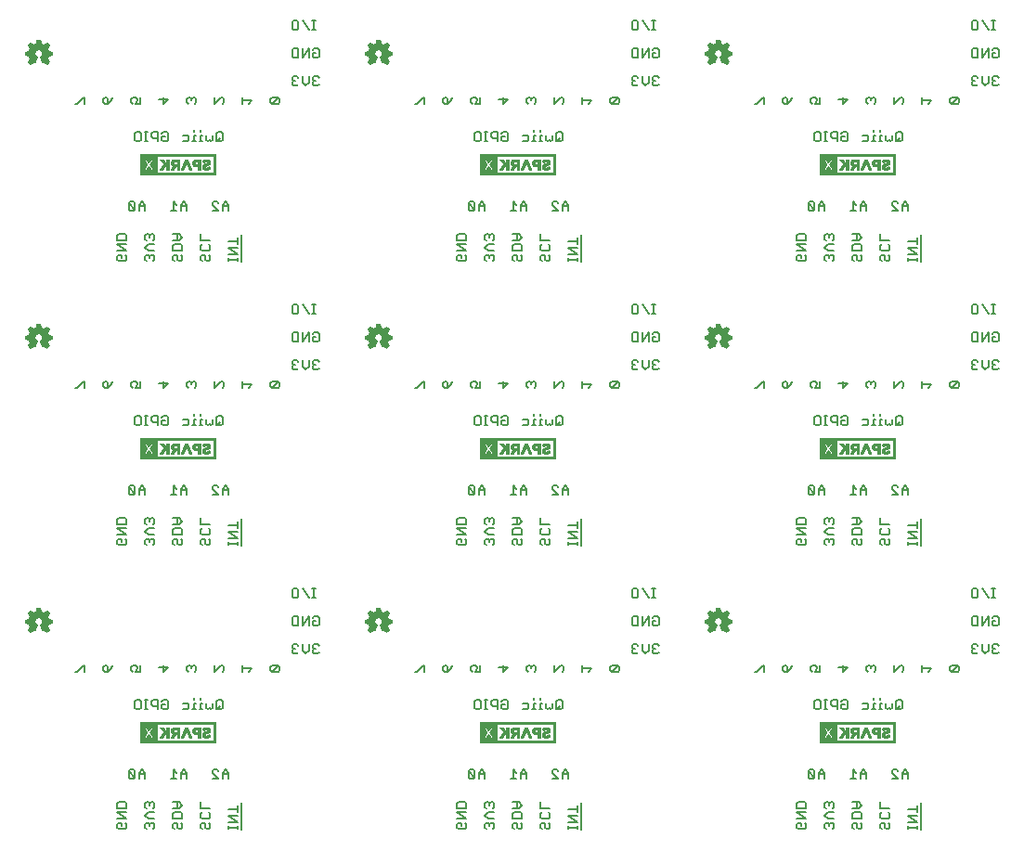
<source format=gbo>
G75*
%MOIN*%
%OFA0B0*%
%FSLAX25Y25*%
%IPPOS*%
%LPD*%
%AMOC8*
5,1,8,0,0,1.08239X$1,22.5*
%
%ADD10C,0.00600*%
%ADD11C,0.00299*%
%ADD12C,0.00039*%
D10*
X0040860Y0016867D02*
X0040860Y0018001D01*
X0041427Y0018569D01*
X0042561Y0018569D01*
X0042561Y0017434D01*
X0041427Y0016300D02*
X0040860Y0016867D01*
X0041427Y0016300D02*
X0043696Y0016300D01*
X0044263Y0016867D01*
X0044263Y0018001D01*
X0043696Y0018569D01*
X0044263Y0019983D02*
X0040860Y0022252D01*
X0044263Y0022252D01*
X0044263Y0023666D02*
X0044263Y0025368D01*
X0043696Y0025935D01*
X0041427Y0025935D01*
X0040860Y0025368D01*
X0040860Y0023666D01*
X0044263Y0023666D01*
X0044263Y0019983D02*
X0040860Y0019983D01*
X0050860Y0021117D02*
X0051994Y0022252D01*
X0054263Y0022252D01*
X0053696Y0023666D02*
X0054263Y0024233D01*
X0054263Y0025368D01*
X0053696Y0025935D01*
X0053129Y0025935D01*
X0052561Y0025368D01*
X0051994Y0025935D01*
X0051427Y0025935D01*
X0050860Y0025368D01*
X0050860Y0024233D01*
X0051427Y0023666D01*
X0052561Y0024801D02*
X0052561Y0025368D01*
X0050860Y0021117D02*
X0051994Y0019983D01*
X0054263Y0019983D01*
X0053696Y0018569D02*
X0054263Y0018001D01*
X0054263Y0016867D01*
X0053696Y0016300D01*
X0052561Y0017434D02*
X0052561Y0018001D01*
X0051994Y0018569D01*
X0051427Y0018569D01*
X0050860Y0018001D01*
X0050860Y0016867D01*
X0051427Y0016300D01*
X0052561Y0018001D02*
X0053129Y0018569D01*
X0053696Y0018569D01*
X0060860Y0018001D02*
X0060860Y0016867D01*
X0061427Y0016300D01*
X0062561Y0016867D02*
X0062561Y0018001D01*
X0061994Y0018569D01*
X0061427Y0018569D01*
X0060860Y0018001D01*
X0060860Y0019983D02*
X0060860Y0021685D01*
X0061427Y0022252D01*
X0063696Y0022252D01*
X0064263Y0021685D01*
X0064263Y0019983D01*
X0060860Y0019983D01*
X0063696Y0018569D02*
X0064263Y0018001D01*
X0064263Y0016867D01*
X0063696Y0016300D01*
X0063129Y0016300D01*
X0062561Y0016867D01*
X0062561Y0023666D02*
X0062561Y0025935D01*
X0063129Y0025935D02*
X0060860Y0025935D01*
X0063129Y0025935D02*
X0064263Y0024801D01*
X0063129Y0023666D01*
X0060860Y0023666D01*
X0070860Y0023666D02*
X0070860Y0025935D01*
X0070860Y0023666D02*
X0074263Y0023666D01*
X0073696Y0022252D02*
X0074263Y0021685D01*
X0074263Y0020550D01*
X0073696Y0019983D01*
X0071427Y0019983D01*
X0070860Y0020550D01*
X0070860Y0021685D01*
X0071427Y0022252D01*
X0071427Y0018569D02*
X0070860Y0018001D01*
X0070860Y0016867D01*
X0071427Y0016300D01*
X0072561Y0016867D02*
X0072561Y0018001D01*
X0071994Y0018569D01*
X0071427Y0018569D01*
X0072561Y0016867D02*
X0073129Y0016300D01*
X0073696Y0016300D01*
X0074263Y0016867D01*
X0074263Y0018001D01*
X0073696Y0018569D01*
X0080860Y0018755D02*
X0084263Y0018755D01*
X0080860Y0021024D01*
X0084263Y0021024D01*
X0084263Y0022439D02*
X0084263Y0024707D01*
X0084263Y0023573D02*
X0080860Y0023573D01*
X0085460Y0025822D02*
X0085460Y0016000D01*
X0084263Y0016300D02*
X0084263Y0017434D01*
X0084263Y0016867D02*
X0080860Y0016867D01*
X0080860Y0016300D02*
X0080860Y0017434D01*
X0080943Y0034300D02*
X0080943Y0036569D01*
X0079809Y0037703D01*
X0078675Y0036569D01*
X0078675Y0034300D01*
X0077260Y0034300D02*
X0074991Y0036569D01*
X0074991Y0037136D01*
X0075559Y0037703D01*
X0076693Y0037703D01*
X0077260Y0037136D01*
X0078675Y0036001D02*
X0080943Y0036001D01*
X0077260Y0034300D02*
X0074991Y0034300D01*
X0065943Y0034300D02*
X0065943Y0036569D01*
X0064809Y0037703D01*
X0063675Y0036569D01*
X0063675Y0034300D01*
X0062260Y0034300D02*
X0059991Y0034300D01*
X0061126Y0034300D02*
X0061126Y0037703D01*
X0062260Y0036569D01*
X0063675Y0036001D02*
X0065943Y0036001D01*
X0050943Y0036001D02*
X0048675Y0036001D01*
X0048675Y0036569D02*
X0048675Y0034300D01*
X0047260Y0034867D02*
X0044991Y0037136D01*
X0044991Y0034867D01*
X0045559Y0034300D01*
X0046693Y0034300D01*
X0047260Y0034867D01*
X0047260Y0037136D01*
X0046693Y0037703D01*
X0045559Y0037703D01*
X0044991Y0037136D01*
X0048675Y0036569D02*
X0049809Y0037703D01*
X0050943Y0036569D01*
X0050943Y0034300D01*
X0050690Y0059300D02*
X0051824Y0059300D01*
X0051257Y0059300D02*
X0051257Y0062703D01*
X0051824Y0062703D02*
X0050690Y0062703D01*
X0049369Y0062136D02*
X0049369Y0059867D01*
X0048802Y0059300D01*
X0047668Y0059300D01*
X0047100Y0059867D01*
X0047100Y0062136D01*
X0047668Y0062703D01*
X0048802Y0062703D01*
X0049369Y0062136D01*
X0053239Y0062136D02*
X0053239Y0061001D01*
X0053806Y0060434D01*
X0055508Y0060434D01*
X0055508Y0059300D02*
X0055508Y0062703D01*
X0053806Y0062703D01*
X0053239Y0062136D01*
X0056922Y0062136D02*
X0057489Y0062703D01*
X0058624Y0062703D01*
X0059191Y0062136D01*
X0059191Y0059867D01*
X0058624Y0059300D01*
X0057489Y0059300D01*
X0056922Y0059867D01*
X0056922Y0061001D01*
X0058056Y0061001D01*
X0064288Y0061569D02*
X0065990Y0061569D01*
X0066557Y0061001D01*
X0066557Y0059867D01*
X0065990Y0059300D01*
X0064288Y0059300D01*
X0067878Y0059300D02*
X0069012Y0059300D01*
X0068445Y0059300D02*
X0068445Y0061569D01*
X0069012Y0061569D01*
X0068445Y0062703D02*
X0068445Y0063270D01*
X0070901Y0063270D02*
X0070901Y0062703D01*
X0070901Y0061569D02*
X0070901Y0059300D01*
X0071468Y0059300D02*
X0070334Y0059300D01*
X0070901Y0061569D02*
X0071468Y0061569D01*
X0072882Y0061569D02*
X0072882Y0059867D01*
X0073450Y0059300D01*
X0074017Y0059867D01*
X0074584Y0059300D01*
X0075151Y0059867D01*
X0075151Y0061569D01*
X0076566Y0062136D02*
X0076566Y0059867D01*
X0077133Y0059300D01*
X0078267Y0059300D01*
X0078834Y0059867D01*
X0078834Y0062136D01*
X0078267Y0062703D01*
X0077133Y0062703D01*
X0076566Y0062136D01*
X0077700Y0060434D02*
X0076566Y0059300D01*
X0075860Y0072800D02*
X0078129Y0075069D01*
X0078696Y0075069D01*
X0079263Y0074501D01*
X0079263Y0073367D01*
X0078696Y0072800D01*
X0075860Y0072800D02*
X0075860Y0075069D01*
X0069263Y0074501D02*
X0069263Y0073367D01*
X0068696Y0072800D01*
X0067561Y0073934D02*
X0067561Y0074501D01*
X0066994Y0075069D01*
X0066427Y0075069D01*
X0065860Y0074501D01*
X0065860Y0073367D01*
X0066427Y0072800D01*
X0067561Y0074501D02*
X0068129Y0075069D01*
X0068696Y0075069D01*
X0069263Y0074501D01*
X0059263Y0074501D02*
X0057561Y0072800D01*
X0057561Y0075069D01*
X0055860Y0074501D02*
X0059263Y0074501D01*
X0049263Y0075069D02*
X0049263Y0072800D01*
X0047561Y0072800D01*
X0048129Y0073934D01*
X0048129Y0074501D01*
X0047561Y0075069D01*
X0046427Y0075069D01*
X0045860Y0074501D01*
X0045860Y0073367D01*
X0046427Y0072800D01*
X0039263Y0075069D02*
X0038696Y0073934D01*
X0037561Y0072800D01*
X0037561Y0074501D01*
X0036994Y0075069D01*
X0036427Y0075069D01*
X0035860Y0074501D01*
X0035860Y0073367D01*
X0036427Y0072800D01*
X0037561Y0072800D01*
X0029263Y0072800D02*
X0029263Y0075069D01*
X0028696Y0075069D01*
X0026427Y0072800D01*
X0025860Y0072800D01*
X0041427Y0118300D02*
X0040860Y0118867D01*
X0040860Y0120001D01*
X0041427Y0120569D01*
X0042561Y0120569D01*
X0042561Y0119434D01*
X0041427Y0118300D02*
X0043696Y0118300D01*
X0044263Y0118867D01*
X0044263Y0120001D01*
X0043696Y0120569D01*
X0044263Y0121983D02*
X0040860Y0124252D01*
X0044263Y0124252D01*
X0044263Y0125666D02*
X0044263Y0127368D01*
X0043696Y0127935D01*
X0041427Y0127935D01*
X0040860Y0127368D01*
X0040860Y0125666D01*
X0044263Y0125666D01*
X0044263Y0121983D02*
X0040860Y0121983D01*
X0050860Y0123117D02*
X0051994Y0124252D01*
X0054263Y0124252D01*
X0053696Y0125666D02*
X0054263Y0126233D01*
X0054263Y0127368D01*
X0053696Y0127935D01*
X0053129Y0127935D01*
X0052561Y0127368D01*
X0051994Y0127935D01*
X0051427Y0127935D01*
X0050860Y0127368D01*
X0050860Y0126233D01*
X0051427Y0125666D01*
X0052561Y0126801D02*
X0052561Y0127368D01*
X0050860Y0123117D02*
X0051994Y0121983D01*
X0054263Y0121983D01*
X0053696Y0120569D02*
X0054263Y0120001D01*
X0054263Y0118867D01*
X0053696Y0118300D01*
X0052561Y0119434D02*
X0052561Y0120001D01*
X0051994Y0120569D01*
X0051427Y0120569D01*
X0050860Y0120001D01*
X0050860Y0118867D01*
X0051427Y0118300D01*
X0052561Y0120001D02*
X0053129Y0120569D01*
X0053696Y0120569D01*
X0060860Y0120001D02*
X0060860Y0118867D01*
X0061427Y0118300D01*
X0062561Y0118867D02*
X0062561Y0120001D01*
X0061994Y0120569D01*
X0061427Y0120569D01*
X0060860Y0120001D01*
X0060860Y0121983D02*
X0060860Y0123685D01*
X0061427Y0124252D01*
X0063696Y0124252D01*
X0064263Y0123685D01*
X0064263Y0121983D01*
X0060860Y0121983D01*
X0063696Y0120569D02*
X0064263Y0120001D01*
X0064263Y0118867D01*
X0063696Y0118300D01*
X0063129Y0118300D01*
X0062561Y0118867D01*
X0062561Y0125666D02*
X0062561Y0127935D01*
X0063129Y0127935D02*
X0060860Y0127935D01*
X0063129Y0127935D02*
X0064263Y0126801D01*
X0063129Y0125666D01*
X0060860Y0125666D01*
X0070860Y0125666D02*
X0070860Y0127935D01*
X0070860Y0125666D02*
X0074263Y0125666D01*
X0073696Y0124252D02*
X0074263Y0123685D01*
X0074263Y0122550D01*
X0073696Y0121983D01*
X0071427Y0121983D01*
X0070860Y0122550D01*
X0070860Y0123685D01*
X0071427Y0124252D01*
X0071427Y0120569D02*
X0070860Y0120001D01*
X0070860Y0118867D01*
X0071427Y0118300D01*
X0072561Y0118867D02*
X0072561Y0120001D01*
X0071994Y0120569D01*
X0071427Y0120569D01*
X0072561Y0118867D02*
X0073129Y0118300D01*
X0073696Y0118300D01*
X0074263Y0118867D01*
X0074263Y0120001D01*
X0073696Y0120569D01*
X0080860Y0120755D02*
X0084263Y0120755D01*
X0080860Y0123024D01*
X0084263Y0123024D01*
X0084263Y0124439D02*
X0084263Y0126707D01*
X0084263Y0125573D02*
X0080860Y0125573D01*
X0085460Y0127822D02*
X0085460Y0118000D01*
X0084263Y0118300D02*
X0084263Y0119434D01*
X0084263Y0118867D02*
X0080860Y0118867D01*
X0080860Y0118300D02*
X0080860Y0119434D01*
X0080943Y0136300D02*
X0080943Y0138569D01*
X0079809Y0139703D01*
X0078675Y0138569D01*
X0078675Y0136300D01*
X0077260Y0136300D02*
X0074991Y0138569D01*
X0074991Y0139136D01*
X0075559Y0139703D01*
X0076693Y0139703D01*
X0077260Y0139136D01*
X0078675Y0138001D02*
X0080943Y0138001D01*
X0077260Y0136300D02*
X0074991Y0136300D01*
X0065943Y0136300D02*
X0065943Y0138569D01*
X0064809Y0139703D01*
X0063675Y0138569D01*
X0063675Y0136300D01*
X0062260Y0136300D02*
X0059991Y0136300D01*
X0061126Y0136300D02*
X0061126Y0139703D01*
X0062260Y0138569D01*
X0063675Y0138001D02*
X0065943Y0138001D01*
X0050943Y0138001D02*
X0048675Y0138001D01*
X0048675Y0138569D02*
X0048675Y0136300D01*
X0047260Y0136867D02*
X0044991Y0139136D01*
X0044991Y0136867D01*
X0045559Y0136300D01*
X0046693Y0136300D01*
X0047260Y0136867D01*
X0047260Y0139136D01*
X0046693Y0139703D01*
X0045559Y0139703D01*
X0044991Y0139136D01*
X0048675Y0138569D02*
X0049809Y0139703D01*
X0050943Y0138569D01*
X0050943Y0136300D01*
X0050690Y0161300D02*
X0051824Y0161300D01*
X0051257Y0161300D02*
X0051257Y0164703D01*
X0051824Y0164703D02*
X0050690Y0164703D01*
X0049369Y0164136D02*
X0049369Y0161867D01*
X0048802Y0161300D01*
X0047668Y0161300D01*
X0047100Y0161867D01*
X0047100Y0164136D01*
X0047668Y0164703D01*
X0048802Y0164703D01*
X0049369Y0164136D01*
X0053239Y0164136D02*
X0053239Y0163001D01*
X0053806Y0162434D01*
X0055508Y0162434D01*
X0055508Y0161300D02*
X0055508Y0164703D01*
X0053806Y0164703D01*
X0053239Y0164136D01*
X0056922Y0164136D02*
X0057489Y0164703D01*
X0058624Y0164703D01*
X0059191Y0164136D01*
X0059191Y0161867D01*
X0058624Y0161300D01*
X0057489Y0161300D01*
X0056922Y0161867D01*
X0056922Y0163001D01*
X0058056Y0163001D01*
X0064288Y0163569D02*
X0065990Y0163569D01*
X0066557Y0163001D01*
X0066557Y0161867D01*
X0065990Y0161300D01*
X0064288Y0161300D01*
X0067878Y0161300D02*
X0069012Y0161300D01*
X0068445Y0161300D02*
X0068445Y0163569D01*
X0069012Y0163569D01*
X0068445Y0164703D02*
X0068445Y0165270D01*
X0070901Y0165270D02*
X0070901Y0164703D01*
X0070901Y0163569D02*
X0070901Y0161300D01*
X0071468Y0161300D02*
X0070334Y0161300D01*
X0070901Y0163569D02*
X0071468Y0163569D01*
X0072882Y0163569D02*
X0072882Y0161867D01*
X0073450Y0161300D01*
X0074017Y0161867D01*
X0074584Y0161300D01*
X0075151Y0161867D01*
X0075151Y0163569D01*
X0076566Y0164136D02*
X0076566Y0161867D01*
X0077133Y0161300D01*
X0078267Y0161300D01*
X0078834Y0161867D01*
X0078834Y0164136D01*
X0078267Y0164703D01*
X0077133Y0164703D01*
X0076566Y0164136D01*
X0077700Y0162434D02*
X0076566Y0161300D01*
X0075860Y0174800D02*
X0078129Y0177069D01*
X0078696Y0177069D01*
X0079263Y0176501D01*
X0079263Y0175367D01*
X0078696Y0174800D01*
X0075860Y0174800D02*
X0075860Y0177069D01*
X0069263Y0176501D02*
X0069263Y0175367D01*
X0068696Y0174800D01*
X0067561Y0175934D02*
X0067561Y0176501D01*
X0066994Y0177069D01*
X0066427Y0177069D01*
X0065860Y0176501D01*
X0065860Y0175367D01*
X0066427Y0174800D01*
X0067561Y0176501D02*
X0068129Y0177069D01*
X0068696Y0177069D01*
X0069263Y0176501D01*
X0059263Y0176501D02*
X0057561Y0174800D01*
X0057561Y0177069D01*
X0055860Y0176501D02*
X0059263Y0176501D01*
X0049263Y0177069D02*
X0049263Y0174800D01*
X0047561Y0174800D01*
X0048129Y0175934D01*
X0048129Y0176501D01*
X0047561Y0177069D01*
X0046427Y0177069D01*
X0045860Y0176501D01*
X0045860Y0175367D01*
X0046427Y0174800D01*
X0039263Y0177069D02*
X0038696Y0175934D01*
X0037561Y0174800D01*
X0037561Y0176501D01*
X0036994Y0177069D01*
X0036427Y0177069D01*
X0035860Y0176501D01*
X0035860Y0175367D01*
X0036427Y0174800D01*
X0037561Y0174800D01*
X0029263Y0174800D02*
X0029263Y0177069D01*
X0028696Y0177069D01*
X0026427Y0174800D01*
X0025860Y0174800D01*
X0041427Y0220300D02*
X0040860Y0220867D01*
X0040860Y0222001D01*
X0041427Y0222569D01*
X0042561Y0222569D01*
X0042561Y0221434D01*
X0041427Y0220300D02*
X0043696Y0220300D01*
X0044263Y0220867D01*
X0044263Y0222001D01*
X0043696Y0222569D01*
X0044263Y0223983D02*
X0040860Y0226252D01*
X0044263Y0226252D01*
X0044263Y0227666D02*
X0044263Y0229368D01*
X0043696Y0229935D01*
X0041427Y0229935D01*
X0040860Y0229368D01*
X0040860Y0227666D01*
X0044263Y0227666D01*
X0044263Y0223983D02*
X0040860Y0223983D01*
X0050860Y0225117D02*
X0051994Y0226252D01*
X0054263Y0226252D01*
X0053696Y0227666D02*
X0054263Y0228233D01*
X0054263Y0229368D01*
X0053696Y0229935D01*
X0053129Y0229935D01*
X0052561Y0229368D01*
X0051994Y0229935D01*
X0051427Y0229935D01*
X0050860Y0229368D01*
X0050860Y0228233D01*
X0051427Y0227666D01*
X0052561Y0228801D02*
X0052561Y0229368D01*
X0050860Y0225117D02*
X0051994Y0223983D01*
X0054263Y0223983D01*
X0053696Y0222569D02*
X0054263Y0222001D01*
X0054263Y0220867D01*
X0053696Y0220300D01*
X0052561Y0221434D02*
X0052561Y0222001D01*
X0051994Y0222569D01*
X0051427Y0222569D01*
X0050860Y0222001D01*
X0050860Y0220867D01*
X0051427Y0220300D01*
X0052561Y0222001D02*
X0053129Y0222569D01*
X0053696Y0222569D01*
X0060860Y0222001D02*
X0060860Y0220867D01*
X0061427Y0220300D01*
X0062561Y0220867D02*
X0062561Y0222001D01*
X0061994Y0222569D01*
X0061427Y0222569D01*
X0060860Y0222001D01*
X0060860Y0223983D02*
X0060860Y0225685D01*
X0061427Y0226252D01*
X0063696Y0226252D01*
X0064263Y0225685D01*
X0064263Y0223983D01*
X0060860Y0223983D01*
X0063696Y0222569D02*
X0064263Y0222001D01*
X0064263Y0220867D01*
X0063696Y0220300D01*
X0063129Y0220300D01*
X0062561Y0220867D01*
X0062561Y0227666D02*
X0062561Y0229935D01*
X0063129Y0229935D02*
X0060860Y0229935D01*
X0063129Y0229935D02*
X0064263Y0228801D01*
X0063129Y0227666D01*
X0060860Y0227666D01*
X0070860Y0227666D02*
X0070860Y0229935D01*
X0070860Y0227666D02*
X0074263Y0227666D01*
X0073696Y0226252D02*
X0074263Y0225685D01*
X0074263Y0224550D01*
X0073696Y0223983D01*
X0071427Y0223983D01*
X0070860Y0224550D01*
X0070860Y0225685D01*
X0071427Y0226252D01*
X0071427Y0222569D02*
X0070860Y0222001D01*
X0070860Y0220867D01*
X0071427Y0220300D01*
X0072561Y0220867D02*
X0072561Y0222001D01*
X0071994Y0222569D01*
X0071427Y0222569D01*
X0072561Y0220867D02*
X0073129Y0220300D01*
X0073696Y0220300D01*
X0074263Y0220867D01*
X0074263Y0222001D01*
X0073696Y0222569D01*
X0080860Y0222755D02*
X0084263Y0222755D01*
X0080860Y0225024D01*
X0084263Y0225024D01*
X0084263Y0226439D02*
X0084263Y0228707D01*
X0084263Y0227573D02*
X0080860Y0227573D01*
X0085460Y0229822D02*
X0085460Y0220000D01*
X0084263Y0220300D02*
X0084263Y0221434D01*
X0084263Y0220867D02*
X0080860Y0220867D01*
X0080860Y0220300D02*
X0080860Y0221434D01*
X0080943Y0238300D02*
X0080943Y0240569D01*
X0079809Y0241703D01*
X0078675Y0240569D01*
X0078675Y0238300D01*
X0077260Y0238300D02*
X0074991Y0240569D01*
X0074991Y0241136D01*
X0075559Y0241703D01*
X0076693Y0241703D01*
X0077260Y0241136D01*
X0078675Y0240001D02*
X0080943Y0240001D01*
X0077260Y0238300D02*
X0074991Y0238300D01*
X0065943Y0238300D02*
X0065943Y0240569D01*
X0064809Y0241703D01*
X0063675Y0240569D01*
X0063675Y0238300D01*
X0062260Y0238300D02*
X0059991Y0238300D01*
X0061126Y0238300D02*
X0061126Y0241703D01*
X0062260Y0240569D01*
X0063675Y0240001D02*
X0065943Y0240001D01*
X0050943Y0240001D02*
X0048675Y0240001D01*
X0048675Y0240569D02*
X0048675Y0238300D01*
X0047260Y0238867D02*
X0044991Y0241136D01*
X0044991Y0238867D01*
X0045559Y0238300D01*
X0046693Y0238300D01*
X0047260Y0238867D01*
X0047260Y0241136D01*
X0046693Y0241703D01*
X0045559Y0241703D01*
X0044991Y0241136D01*
X0048675Y0240569D02*
X0049809Y0241703D01*
X0050943Y0240569D01*
X0050943Y0238300D01*
X0050690Y0263300D02*
X0051824Y0263300D01*
X0051257Y0263300D02*
X0051257Y0266703D01*
X0051824Y0266703D02*
X0050690Y0266703D01*
X0049369Y0266136D02*
X0049369Y0263867D01*
X0048802Y0263300D01*
X0047668Y0263300D01*
X0047100Y0263867D01*
X0047100Y0266136D01*
X0047668Y0266703D01*
X0048802Y0266703D01*
X0049369Y0266136D01*
X0053239Y0266136D02*
X0053239Y0265001D01*
X0053806Y0264434D01*
X0055508Y0264434D01*
X0055508Y0263300D02*
X0055508Y0266703D01*
X0053806Y0266703D01*
X0053239Y0266136D01*
X0056922Y0266136D02*
X0057489Y0266703D01*
X0058624Y0266703D01*
X0059191Y0266136D01*
X0059191Y0263867D01*
X0058624Y0263300D01*
X0057489Y0263300D01*
X0056922Y0263867D01*
X0056922Y0265001D01*
X0058056Y0265001D01*
X0064288Y0265569D02*
X0065990Y0265569D01*
X0066557Y0265001D01*
X0066557Y0263867D01*
X0065990Y0263300D01*
X0064288Y0263300D01*
X0067878Y0263300D02*
X0069012Y0263300D01*
X0068445Y0263300D02*
X0068445Y0265569D01*
X0069012Y0265569D01*
X0068445Y0266703D02*
X0068445Y0267270D01*
X0070901Y0267270D02*
X0070901Y0266703D01*
X0070901Y0265569D02*
X0070901Y0263300D01*
X0071468Y0263300D02*
X0070334Y0263300D01*
X0070901Y0265569D02*
X0071468Y0265569D01*
X0072882Y0265569D02*
X0072882Y0263867D01*
X0073450Y0263300D01*
X0074017Y0263867D01*
X0074584Y0263300D01*
X0075151Y0263867D01*
X0075151Y0265569D01*
X0076566Y0266136D02*
X0076566Y0263867D01*
X0077133Y0263300D01*
X0078267Y0263300D01*
X0078834Y0263867D01*
X0078834Y0266136D01*
X0078267Y0266703D01*
X0077133Y0266703D01*
X0076566Y0266136D01*
X0077700Y0264434D02*
X0076566Y0263300D01*
X0075860Y0276800D02*
X0078129Y0279069D01*
X0078696Y0279069D01*
X0079263Y0278501D01*
X0079263Y0277367D01*
X0078696Y0276800D01*
X0075860Y0276800D02*
X0075860Y0279069D01*
X0069263Y0278501D02*
X0069263Y0277367D01*
X0068696Y0276800D01*
X0067561Y0277934D02*
X0067561Y0278501D01*
X0066994Y0279069D01*
X0066427Y0279069D01*
X0065860Y0278501D01*
X0065860Y0277367D01*
X0066427Y0276800D01*
X0067561Y0278501D02*
X0068129Y0279069D01*
X0068696Y0279069D01*
X0069263Y0278501D01*
X0059263Y0278501D02*
X0057561Y0276800D01*
X0057561Y0279069D01*
X0055860Y0278501D02*
X0059263Y0278501D01*
X0049263Y0279069D02*
X0049263Y0276800D01*
X0047561Y0276800D01*
X0048129Y0277934D01*
X0048129Y0278501D01*
X0047561Y0279069D01*
X0046427Y0279069D01*
X0045860Y0278501D01*
X0045860Y0277367D01*
X0046427Y0276800D01*
X0039263Y0279069D02*
X0038696Y0277934D01*
X0037561Y0276800D01*
X0037561Y0278501D01*
X0036994Y0279069D01*
X0036427Y0279069D01*
X0035860Y0278501D01*
X0035860Y0277367D01*
X0036427Y0276800D01*
X0037561Y0276800D01*
X0029263Y0276800D02*
X0029263Y0279069D01*
X0028696Y0279069D01*
X0026427Y0276800D01*
X0025860Y0276800D01*
X0085860Y0276800D02*
X0085860Y0279069D01*
X0085860Y0277934D02*
X0089263Y0277934D01*
X0088129Y0276800D01*
X0095860Y0277367D02*
X0096427Y0276800D01*
X0098696Y0279069D01*
X0096427Y0279069D01*
X0095860Y0278501D01*
X0095860Y0277367D01*
X0096427Y0276800D02*
X0098696Y0276800D01*
X0099263Y0277367D01*
X0099263Y0278501D01*
X0098696Y0279069D01*
X0103675Y0283867D02*
X0104242Y0283300D01*
X0105376Y0283300D01*
X0105943Y0283867D01*
X0107358Y0284434D02*
X0107358Y0286703D01*
X0105943Y0286136D02*
X0105376Y0286703D01*
X0104242Y0286703D01*
X0103675Y0286136D01*
X0103675Y0285569D01*
X0104242Y0285001D01*
X0103675Y0284434D01*
X0103675Y0283867D01*
X0104242Y0285001D02*
X0104809Y0285001D01*
X0107358Y0284434D02*
X0108492Y0283300D01*
X0109626Y0284434D01*
X0109626Y0286703D01*
X0111041Y0286136D02*
X0111041Y0285569D01*
X0111608Y0285001D01*
X0111041Y0284434D01*
X0111041Y0283867D01*
X0111608Y0283300D01*
X0112742Y0283300D01*
X0113309Y0283867D01*
X0112175Y0285001D02*
X0111608Y0285001D01*
X0111041Y0286136D02*
X0111608Y0286703D01*
X0112742Y0286703D01*
X0113309Y0286136D01*
X0112742Y0293300D02*
X0111608Y0293300D01*
X0111041Y0293867D01*
X0111041Y0295001D01*
X0112175Y0295001D01*
X0113309Y0293867D02*
X0112742Y0293300D01*
X0113309Y0293867D02*
X0113309Y0296136D01*
X0112742Y0296703D01*
X0111608Y0296703D01*
X0111041Y0296136D01*
X0109626Y0296703D02*
X0107358Y0293300D01*
X0107358Y0296703D01*
X0105943Y0296703D02*
X0104242Y0296703D01*
X0103675Y0296136D01*
X0103675Y0293867D01*
X0104242Y0293300D01*
X0105943Y0293300D01*
X0105943Y0296703D01*
X0109626Y0296703D02*
X0109626Y0293300D01*
X0109626Y0303300D02*
X0107358Y0306703D01*
X0105943Y0306136D02*
X0105376Y0306703D01*
X0104242Y0306703D01*
X0103675Y0306136D01*
X0103675Y0303867D01*
X0104242Y0303300D01*
X0105376Y0303300D01*
X0105943Y0303867D01*
X0105943Y0306136D01*
X0110947Y0306703D02*
X0112082Y0306703D01*
X0111515Y0306703D02*
X0111515Y0303300D01*
X0112082Y0303300D02*
X0110947Y0303300D01*
X0147860Y0276800D02*
X0148427Y0276800D01*
X0150696Y0279069D01*
X0151263Y0279069D01*
X0151263Y0276800D01*
X0157860Y0277367D02*
X0157860Y0278501D01*
X0158427Y0279069D01*
X0158994Y0279069D01*
X0159561Y0278501D01*
X0159561Y0276800D01*
X0158427Y0276800D01*
X0157860Y0277367D01*
X0159561Y0276800D02*
X0160696Y0277934D01*
X0161263Y0279069D01*
X0167860Y0278501D02*
X0167860Y0277367D01*
X0168427Y0276800D01*
X0169561Y0276800D02*
X0170129Y0277934D01*
X0170129Y0278501D01*
X0169561Y0279069D01*
X0168427Y0279069D01*
X0167860Y0278501D01*
X0169561Y0276800D02*
X0171263Y0276800D01*
X0171263Y0279069D01*
X0177860Y0278501D02*
X0181263Y0278501D01*
X0179561Y0276800D01*
X0179561Y0279069D01*
X0187860Y0278501D02*
X0187860Y0277367D01*
X0188427Y0276800D01*
X0189561Y0277934D02*
X0189561Y0278501D01*
X0188994Y0279069D01*
X0188427Y0279069D01*
X0187860Y0278501D01*
X0189561Y0278501D02*
X0190129Y0279069D01*
X0190696Y0279069D01*
X0191263Y0278501D01*
X0191263Y0277367D01*
X0190696Y0276800D01*
X0197860Y0276800D02*
X0197860Y0279069D01*
X0197860Y0276800D02*
X0200129Y0279069D01*
X0200696Y0279069D01*
X0201263Y0278501D01*
X0201263Y0277367D01*
X0200696Y0276800D01*
X0207860Y0276800D02*
X0207860Y0279069D01*
X0207860Y0277934D02*
X0211263Y0277934D01*
X0210129Y0276800D01*
X0217860Y0277367D02*
X0218427Y0276800D01*
X0220696Y0279069D01*
X0218427Y0279069D01*
X0217860Y0278501D01*
X0217860Y0277367D01*
X0218427Y0276800D02*
X0220696Y0276800D01*
X0221263Y0277367D01*
X0221263Y0278501D01*
X0220696Y0279069D01*
X0225675Y0283867D02*
X0226242Y0283300D01*
X0227376Y0283300D01*
X0227943Y0283867D01*
X0229358Y0284434D02*
X0229358Y0286703D01*
X0227943Y0286136D02*
X0227376Y0286703D01*
X0226242Y0286703D01*
X0225675Y0286136D01*
X0225675Y0285569D01*
X0226242Y0285001D01*
X0225675Y0284434D01*
X0225675Y0283867D01*
X0226242Y0285001D02*
X0226809Y0285001D01*
X0229358Y0284434D02*
X0230492Y0283300D01*
X0231626Y0284434D01*
X0231626Y0286703D01*
X0233041Y0286136D02*
X0233041Y0285569D01*
X0233608Y0285001D01*
X0233041Y0284434D01*
X0233041Y0283867D01*
X0233608Y0283300D01*
X0234742Y0283300D01*
X0235309Y0283867D01*
X0234175Y0285001D02*
X0233608Y0285001D01*
X0233041Y0286136D02*
X0233608Y0286703D01*
X0234742Y0286703D01*
X0235309Y0286136D01*
X0234742Y0293300D02*
X0233608Y0293300D01*
X0233041Y0293867D01*
X0233041Y0295001D01*
X0234175Y0295001D01*
X0235309Y0293867D02*
X0235309Y0296136D01*
X0234742Y0296703D01*
X0233608Y0296703D01*
X0233041Y0296136D01*
X0231626Y0296703D02*
X0229358Y0293300D01*
X0229358Y0296703D01*
X0227943Y0296703D02*
X0226242Y0296703D01*
X0225675Y0296136D01*
X0225675Y0293867D01*
X0226242Y0293300D01*
X0227943Y0293300D01*
X0227943Y0296703D01*
X0231626Y0296703D02*
X0231626Y0293300D01*
X0234742Y0293300D02*
X0235309Y0293867D01*
X0234082Y0303300D02*
X0232947Y0303300D01*
X0233515Y0303300D02*
X0233515Y0306703D01*
X0234082Y0306703D02*
X0232947Y0306703D01*
X0229358Y0306703D02*
X0231626Y0303300D01*
X0227943Y0303867D02*
X0227376Y0303300D01*
X0226242Y0303300D01*
X0225675Y0303867D01*
X0225675Y0306136D01*
X0226242Y0306703D01*
X0227376Y0306703D01*
X0227943Y0306136D01*
X0227943Y0303867D01*
X0269860Y0276800D02*
X0270427Y0276800D01*
X0272696Y0279069D01*
X0273263Y0279069D01*
X0273263Y0276800D01*
X0279860Y0277367D02*
X0279860Y0278501D01*
X0280427Y0279069D01*
X0280994Y0279069D01*
X0281561Y0278501D01*
X0281561Y0276800D01*
X0280427Y0276800D01*
X0279860Y0277367D01*
X0281561Y0276800D02*
X0282696Y0277934D01*
X0283263Y0279069D01*
X0289860Y0278501D02*
X0289860Y0277367D01*
X0290427Y0276800D01*
X0291561Y0276800D02*
X0292129Y0277934D01*
X0292129Y0278501D01*
X0291561Y0279069D01*
X0290427Y0279069D01*
X0289860Y0278501D01*
X0291561Y0276800D02*
X0293263Y0276800D01*
X0293263Y0279069D01*
X0299860Y0278501D02*
X0303263Y0278501D01*
X0301561Y0276800D01*
X0301561Y0279069D01*
X0309860Y0278501D02*
X0309860Y0277367D01*
X0310427Y0276800D01*
X0311561Y0277934D02*
X0311561Y0278501D01*
X0310994Y0279069D01*
X0310427Y0279069D01*
X0309860Y0278501D01*
X0311561Y0278501D02*
X0312129Y0279069D01*
X0312696Y0279069D01*
X0313263Y0278501D01*
X0313263Y0277367D01*
X0312696Y0276800D01*
X0319860Y0276800D02*
X0319860Y0279069D01*
X0319860Y0276800D02*
X0322129Y0279069D01*
X0322696Y0279069D01*
X0323263Y0278501D01*
X0323263Y0277367D01*
X0322696Y0276800D01*
X0329860Y0276800D02*
X0329860Y0279069D01*
X0329860Y0277934D02*
X0333263Y0277934D01*
X0332129Y0276800D01*
X0339860Y0277367D02*
X0340427Y0276800D01*
X0342696Y0279069D01*
X0340427Y0279069D01*
X0339860Y0278501D01*
X0339860Y0277367D01*
X0340427Y0276800D02*
X0342696Y0276800D01*
X0343263Y0277367D01*
X0343263Y0278501D01*
X0342696Y0279069D01*
X0347675Y0283867D02*
X0348242Y0283300D01*
X0349376Y0283300D01*
X0349943Y0283867D01*
X0351358Y0284434D02*
X0351358Y0286703D01*
X0349943Y0286136D02*
X0349376Y0286703D01*
X0348242Y0286703D01*
X0347675Y0286136D01*
X0347675Y0285569D01*
X0348242Y0285001D01*
X0347675Y0284434D01*
X0347675Y0283867D01*
X0348242Y0285001D02*
X0348809Y0285001D01*
X0351358Y0284434D02*
X0352492Y0283300D01*
X0353626Y0284434D01*
X0353626Y0286703D01*
X0355041Y0286136D02*
X0355041Y0285569D01*
X0355608Y0285001D01*
X0355041Y0284434D01*
X0355041Y0283867D01*
X0355608Y0283300D01*
X0356742Y0283300D01*
X0357309Y0283867D01*
X0356175Y0285001D02*
X0355608Y0285001D01*
X0355041Y0286136D02*
X0355608Y0286703D01*
X0356742Y0286703D01*
X0357309Y0286136D01*
X0356742Y0293300D02*
X0355608Y0293300D01*
X0355041Y0293867D01*
X0355041Y0295001D01*
X0356175Y0295001D01*
X0357309Y0293867D02*
X0357309Y0296136D01*
X0356742Y0296703D01*
X0355608Y0296703D01*
X0355041Y0296136D01*
X0353626Y0296703D02*
X0351358Y0293300D01*
X0351358Y0296703D01*
X0349943Y0296703D02*
X0348242Y0296703D01*
X0347675Y0296136D01*
X0347675Y0293867D01*
X0348242Y0293300D01*
X0349943Y0293300D01*
X0349943Y0296703D01*
X0353626Y0296703D02*
X0353626Y0293300D01*
X0356742Y0293300D02*
X0357309Y0293867D01*
X0356082Y0303300D02*
X0354947Y0303300D01*
X0355515Y0303300D02*
X0355515Y0306703D01*
X0356082Y0306703D02*
X0354947Y0306703D01*
X0351358Y0306703D02*
X0353626Y0303300D01*
X0349943Y0303867D02*
X0349376Y0303300D01*
X0348242Y0303300D01*
X0347675Y0303867D01*
X0347675Y0306136D01*
X0348242Y0306703D01*
X0349376Y0306703D01*
X0349943Y0306136D01*
X0349943Y0303867D01*
X0322267Y0266703D02*
X0321133Y0266703D01*
X0320566Y0266136D01*
X0320566Y0263867D01*
X0321133Y0263300D01*
X0322267Y0263300D01*
X0322834Y0263867D01*
X0322834Y0266136D01*
X0322267Y0266703D01*
X0321700Y0264434D02*
X0320566Y0263300D01*
X0319151Y0263867D02*
X0319151Y0265569D01*
X0319151Y0263867D02*
X0318584Y0263300D01*
X0318017Y0263867D01*
X0317450Y0263300D01*
X0316882Y0263867D01*
X0316882Y0265569D01*
X0315468Y0265569D02*
X0314901Y0265569D01*
X0314901Y0263300D01*
X0315468Y0263300D02*
X0314334Y0263300D01*
X0313012Y0263300D02*
X0311878Y0263300D01*
X0312445Y0263300D02*
X0312445Y0265569D01*
X0313012Y0265569D01*
X0312445Y0266703D02*
X0312445Y0267270D01*
X0314901Y0267270D02*
X0314901Y0266703D01*
X0310557Y0265001D02*
X0310557Y0263867D01*
X0309990Y0263300D01*
X0308288Y0263300D01*
X0308288Y0265569D02*
X0309990Y0265569D01*
X0310557Y0265001D01*
X0303191Y0263867D02*
X0302624Y0263300D01*
X0301489Y0263300D01*
X0300922Y0263867D01*
X0300922Y0265001D01*
X0302056Y0265001D01*
X0303191Y0263867D02*
X0303191Y0266136D01*
X0302624Y0266703D01*
X0301489Y0266703D01*
X0300922Y0266136D01*
X0299508Y0266703D02*
X0297806Y0266703D01*
X0297239Y0266136D01*
X0297239Y0265001D01*
X0297806Y0264434D01*
X0299508Y0264434D01*
X0299508Y0263300D02*
X0299508Y0266703D01*
X0295824Y0266703D02*
X0294690Y0266703D01*
X0295257Y0266703D02*
X0295257Y0263300D01*
X0295824Y0263300D02*
X0294690Y0263300D01*
X0293369Y0263867D02*
X0292802Y0263300D01*
X0291668Y0263300D01*
X0291100Y0263867D01*
X0291100Y0266136D01*
X0291668Y0266703D01*
X0292802Y0266703D01*
X0293369Y0266136D01*
X0293369Y0263867D01*
X0293809Y0241703D02*
X0292675Y0240569D01*
X0292675Y0238300D01*
X0291260Y0238867D02*
X0288991Y0241136D01*
X0288991Y0238867D01*
X0289559Y0238300D01*
X0290693Y0238300D01*
X0291260Y0238867D01*
X0291260Y0241136D01*
X0290693Y0241703D01*
X0289559Y0241703D01*
X0288991Y0241136D01*
X0292675Y0240001D02*
X0294943Y0240001D01*
X0294943Y0240569D02*
X0293809Y0241703D01*
X0294943Y0240569D02*
X0294943Y0238300D01*
X0295427Y0229935D02*
X0294860Y0229368D01*
X0294860Y0228233D01*
X0295427Y0227666D01*
X0295994Y0226252D02*
X0298263Y0226252D01*
X0297696Y0227666D02*
X0298263Y0228233D01*
X0298263Y0229368D01*
X0297696Y0229935D01*
X0297129Y0229935D01*
X0296561Y0229368D01*
X0295994Y0229935D01*
X0295427Y0229935D01*
X0296561Y0229368D02*
X0296561Y0228801D01*
X0295994Y0226252D02*
X0294860Y0225117D01*
X0295994Y0223983D01*
X0298263Y0223983D01*
X0297696Y0222569D02*
X0298263Y0222001D01*
X0298263Y0220867D01*
X0297696Y0220300D01*
X0296561Y0221434D02*
X0296561Y0222001D01*
X0295994Y0222569D01*
X0295427Y0222569D01*
X0294860Y0222001D01*
X0294860Y0220867D01*
X0295427Y0220300D01*
X0296561Y0222001D02*
X0297129Y0222569D01*
X0297696Y0222569D01*
X0304860Y0222001D02*
X0304860Y0220867D01*
X0305427Y0220300D01*
X0306561Y0220867D02*
X0306561Y0222001D01*
X0305994Y0222569D01*
X0305427Y0222569D01*
X0304860Y0222001D01*
X0304860Y0223983D02*
X0304860Y0225685D01*
X0305427Y0226252D01*
X0307696Y0226252D01*
X0308263Y0225685D01*
X0308263Y0223983D01*
X0304860Y0223983D01*
X0307696Y0222569D02*
X0308263Y0222001D01*
X0308263Y0220867D01*
X0307696Y0220300D01*
X0307129Y0220300D01*
X0306561Y0220867D01*
X0306561Y0227666D02*
X0306561Y0229935D01*
X0307129Y0229935D02*
X0304860Y0229935D01*
X0307129Y0229935D02*
X0308263Y0228801D01*
X0307129Y0227666D01*
X0304860Y0227666D01*
X0314860Y0227666D02*
X0314860Y0229935D01*
X0314860Y0227666D02*
X0318263Y0227666D01*
X0317696Y0226252D02*
X0318263Y0225685D01*
X0318263Y0224550D01*
X0317696Y0223983D01*
X0315427Y0223983D01*
X0314860Y0224550D01*
X0314860Y0225685D01*
X0315427Y0226252D01*
X0315427Y0222569D02*
X0314860Y0222001D01*
X0314860Y0220867D01*
X0315427Y0220300D01*
X0316561Y0220867D02*
X0316561Y0222001D01*
X0315994Y0222569D01*
X0315427Y0222569D01*
X0316561Y0220867D02*
X0317129Y0220300D01*
X0317696Y0220300D01*
X0318263Y0220867D01*
X0318263Y0222001D01*
X0317696Y0222569D01*
X0324860Y0222755D02*
X0328263Y0222755D01*
X0324860Y0225024D01*
X0328263Y0225024D01*
X0328263Y0226439D02*
X0328263Y0228707D01*
X0328263Y0227573D02*
X0324860Y0227573D01*
X0329460Y0229822D02*
X0329460Y0220000D01*
X0328263Y0220300D02*
X0328263Y0221434D01*
X0328263Y0220867D02*
X0324860Y0220867D01*
X0324860Y0220300D02*
X0324860Y0221434D01*
X0324943Y0238300D02*
X0324943Y0240569D01*
X0323809Y0241703D01*
X0322675Y0240569D01*
X0322675Y0238300D01*
X0321260Y0238300D02*
X0318991Y0240569D01*
X0318991Y0241136D01*
X0319559Y0241703D01*
X0320693Y0241703D01*
X0321260Y0241136D01*
X0322675Y0240001D02*
X0324943Y0240001D01*
X0321260Y0238300D02*
X0318991Y0238300D01*
X0309943Y0238300D02*
X0309943Y0240569D01*
X0308809Y0241703D01*
X0307675Y0240569D01*
X0307675Y0238300D01*
X0306260Y0238300D02*
X0303991Y0238300D01*
X0305126Y0238300D02*
X0305126Y0241703D01*
X0306260Y0240569D01*
X0307675Y0240001D02*
X0309943Y0240001D01*
X0288263Y0229368D02*
X0288263Y0227666D01*
X0284860Y0227666D01*
X0284860Y0229368D01*
X0285427Y0229935D01*
X0287696Y0229935D01*
X0288263Y0229368D01*
X0288263Y0226252D02*
X0284860Y0226252D01*
X0288263Y0223983D01*
X0284860Y0223983D01*
X0285427Y0222569D02*
X0286561Y0222569D01*
X0286561Y0221434D01*
X0285427Y0220300D02*
X0284860Y0220867D01*
X0284860Y0222001D01*
X0285427Y0222569D01*
X0287696Y0222569D02*
X0288263Y0222001D01*
X0288263Y0220867D01*
X0287696Y0220300D01*
X0285427Y0220300D01*
X0235309Y0194136D02*
X0235309Y0191867D01*
X0234742Y0191300D01*
X0233608Y0191300D01*
X0233041Y0191867D01*
X0233041Y0193001D01*
X0234175Y0193001D01*
X0233041Y0194136D02*
X0233608Y0194703D01*
X0234742Y0194703D01*
X0235309Y0194136D01*
X0231626Y0194703D02*
X0231626Y0191300D01*
X0229358Y0191300D02*
X0229358Y0194703D01*
X0227943Y0194703D02*
X0226242Y0194703D01*
X0225675Y0194136D01*
X0225675Y0191867D01*
X0226242Y0191300D01*
X0227943Y0191300D01*
X0227943Y0194703D01*
X0231626Y0194703D02*
X0229358Y0191300D01*
X0229358Y0184703D02*
X0229358Y0182434D01*
X0230492Y0181300D01*
X0231626Y0182434D01*
X0231626Y0184703D01*
X0233041Y0184136D02*
X0233041Y0183569D01*
X0233608Y0183001D01*
X0233041Y0182434D01*
X0233041Y0181867D01*
X0233608Y0181300D01*
X0234742Y0181300D01*
X0235309Y0181867D01*
X0234175Y0183001D02*
X0233608Y0183001D01*
X0233041Y0184136D02*
X0233608Y0184703D01*
X0234742Y0184703D01*
X0235309Y0184136D01*
X0227943Y0184136D02*
X0227376Y0184703D01*
X0226242Y0184703D01*
X0225675Y0184136D01*
X0225675Y0183569D01*
X0226242Y0183001D01*
X0225675Y0182434D01*
X0225675Y0181867D01*
X0226242Y0181300D01*
X0227376Y0181300D01*
X0227943Y0181867D01*
X0226809Y0183001D02*
X0226242Y0183001D01*
X0220696Y0177069D02*
X0221263Y0176501D01*
X0221263Y0175367D01*
X0220696Y0174800D01*
X0218427Y0174800D01*
X0220696Y0177069D01*
X0218427Y0177069D01*
X0217860Y0176501D01*
X0217860Y0175367D01*
X0218427Y0174800D01*
X0211263Y0175934D02*
X0207860Y0175934D01*
X0207860Y0174800D02*
X0207860Y0177069D01*
X0210129Y0174800D02*
X0211263Y0175934D01*
X0201263Y0175367D02*
X0200696Y0174800D01*
X0201263Y0175367D02*
X0201263Y0176501D01*
X0200696Y0177069D01*
X0200129Y0177069D01*
X0197860Y0174800D01*
X0197860Y0177069D01*
X0191263Y0176501D02*
X0191263Y0175367D01*
X0190696Y0174800D01*
X0189561Y0175934D02*
X0189561Y0176501D01*
X0188994Y0177069D01*
X0188427Y0177069D01*
X0187860Y0176501D01*
X0187860Y0175367D01*
X0188427Y0174800D01*
X0189561Y0176501D02*
X0190129Y0177069D01*
X0190696Y0177069D01*
X0191263Y0176501D01*
X0181263Y0176501D02*
X0179561Y0174800D01*
X0179561Y0177069D01*
X0177860Y0176501D02*
X0181263Y0176501D01*
X0171263Y0177069D02*
X0171263Y0174800D01*
X0169561Y0174800D01*
X0170129Y0175934D01*
X0170129Y0176501D01*
X0169561Y0177069D01*
X0168427Y0177069D01*
X0167860Y0176501D01*
X0167860Y0175367D01*
X0168427Y0174800D01*
X0161263Y0177069D02*
X0160696Y0175934D01*
X0159561Y0174800D01*
X0159561Y0176501D01*
X0158994Y0177069D01*
X0158427Y0177069D01*
X0157860Y0176501D01*
X0157860Y0175367D01*
X0158427Y0174800D01*
X0159561Y0174800D01*
X0151263Y0174800D02*
X0151263Y0177069D01*
X0150696Y0177069D01*
X0148427Y0174800D01*
X0147860Y0174800D01*
X0169100Y0164136D02*
X0169100Y0161867D01*
X0169668Y0161300D01*
X0170802Y0161300D01*
X0171369Y0161867D01*
X0171369Y0164136D01*
X0170802Y0164703D01*
X0169668Y0164703D01*
X0169100Y0164136D01*
X0172690Y0164703D02*
X0173824Y0164703D01*
X0173257Y0164703D02*
X0173257Y0161300D01*
X0173824Y0161300D02*
X0172690Y0161300D01*
X0175239Y0163001D02*
X0175806Y0162434D01*
X0177508Y0162434D01*
X0177508Y0161300D02*
X0177508Y0164703D01*
X0175806Y0164703D01*
X0175239Y0164136D01*
X0175239Y0163001D01*
X0178922Y0163001D02*
X0178922Y0161867D01*
X0179489Y0161300D01*
X0180624Y0161300D01*
X0181191Y0161867D01*
X0181191Y0164136D01*
X0180624Y0164703D01*
X0179489Y0164703D01*
X0178922Y0164136D01*
X0178922Y0163001D02*
X0180056Y0163001D01*
X0186288Y0163569D02*
X0187990Y0163569D01*
X0188557Y0163001D01*
X0188557Y0161867D01*
X0187990Y0161300D01*
X0186288Y0161300D01*
X0189878Y0161300D02*
X0191012Y0161300D01*
X0190445Y0161300D02*
X0190445Y0163569D01*
X0191012Y0163569D01*
X0190445Y0164703D02*
X0190445Y0165270D01*
X0192901Y0165270D02*
X0192901Y0164703D01*
X0192901Y0163569D02*
X0192901Y0161300D01*
X0193468Y0161300D02*
X0192334Y0161300D01*
X0192901Y0163569D02*
X0193468Y0163569D01*
X0194882Y0163569D02*
X0194882Y0161867D01*
X0195450Y0161300D01*
X0196017Y0161867D01*
X0196584Y0161300D01*
X0197151Y0161867D01*
X0197151Y0163569D01*
X0198566Y0164136D02*
X0198566Y0161867D01*
X0199133Y0161300D01*
X0200267Y0161300D01*
X0200834Y0161867D01*
X0200834Y0164136D01*
X0200267Y0164703D01*
X0199133Y0164703D01*
X0198566Y0164136D01*
X0199700Y0162434D02*
X0198566Y0161300D01*
X0198693Y0139703D02*
X0197559Y0139703D01*
X0196991Y0139136D01*
X0196991Y0138569D01*
X0199260Y0136300D01*
X0196991Y0136300D01*
X0199260Y0139136D02*
X0198693Y0139703D01*
X0200675Y0138569D02*
X0200675Y0136300D01*
X0200675Y0138001D02*
X0202943Y0138001D01*
X0202943Y0138569D02*
X0201809Y0139703D01*
X0200675Y0138569D01*
X0202943Y0138569D02*
X0202943Y0136300D01*
X0207460Y0127822D02*
X0207460Y0118000D01*
X0206263Y0118300D02*
X0206263Y0119434D01*
X0206263Y0118867D02*
X0202860Y0118867D01*
X0202860Y0118300D02*
X0202860Y0119434D01*
X0202860Y0120755D02*
X0206263Y0120755D01*
X0202860Y0123024D01*
X0206263Y0123024D01*
X0206263Y0124439D02*
X0206263Y0126707D01*
X0206263Y0125573D02*
X0202860Y0125573D01*
X0196263Y0125666D02*
X0192860Y0125666D01*
X0192860Y0127935D01*
X0193427Y0124252D02*
X0192860Y0123685D01*
X0192860Y0122550D01*
X0193427Y0121983D01*
X0195696Y0121983D01*
X0196263Y0122550D01*
X0196263Y0123685D01*
X0195696Y0124252D01*
X0195696Y0120569D02*
X0196263Y0120001D01*
X0196263Y0118867D01*
X0195696Y0118300D01*
X0195129Y0118300D01*
X0194561Y0118867D01*
X0194561Y0120001D01*
X0193994Y0120569D01*
X0193427Y0120569D01*
X0192860Y0120001D01*
X0192860Y0118867D01*
X0193427Y0118300D01*
X0186263Y0118867D02*
X0186263Y0120001D01*
X0185696Y0120569D01*
X0184561Y0120001D02*
X0184561Y0118867D01*
X0185129Y0118300D01*
X0185696Y0118300D01*
X0186263Y0118867D01*
X0184561Y0120001D02*
X0183994Y0120569D01*
X0183427Y0120569D01*
X0182860Y0120001D01*
X0182860Y0118867D01*
X0183427Y0118300D01*
X0182860Y0121983D02*
X0182860Y0123685D01*
X0183427Y0124252D01*
X0185696Y0124252D01*
X0186263Y0123685D01*
X0186263Y0121983D01*
X0182860Y0121983D01*
X0182860Y0125666D02*
X0185129Y0125666D01*
X0186263Y0126801D01*
X0185129Y0127935D01*
X0182860Y0127935D01*
X0184561Y0127935D02*
X0184561Y0125666D01*
X0176263Y0126233D02*
X0176263Y0127368D01*
X0175696Y0127935D01*
X0175129Y0127935D01*
X0174561Y0127368D01*
X0173994Y0127935D01*
X0173427Y0127935D01*
X0172860Y0127368D01*
X0172860Y0126233D01*
X0173427Y0125666D01*
X0173994Y0124252D02*
X0176263Y0124252D01*
X0175696Y0125666D02*
X0176263Y0126233D01*
X0174561Y0126801D02*
X0174561Y0127368D01*
X0173994Y0124252D02*
X0172860Y0123117D01*
X0173994Y0121983D01*
X0176263Y0121983D01*
X0175696Y0120569D02*
X0176263Y0120001D01*
X0176263Y0118867D01*
X0175696Y0118300D01*
X0174561Y0119434D02*
X0174561Y0120001D01*
X0173994Y0120569D01*
X0173427Y0120569D01*
X0172860Y0120001D01*
X0172860Y0118867D01*
X0173427Y0118300D01*
X0174561Y0120001D02*
X0175129Y0120569D01*
X0175696Y0120569D01*
X0166263Y0120001D02*
X0166263Y0118867D01*
X0165696Y0118300D01*
X0163427Y0118300D01*
X0162860Y0118867D01*
X0162860Y0120001D01*
X0163427Y0120569D01*
X0164561Y0120569D01*
X0164561Y0119434D01*
X0165696Y0120569D02*
X0166263Y0120001D01*
X0166263Y0121983D02*
X0162860Y0124252D01*
X0166263Y0124252D01*
X0166263Y0125666D02*
X0166263Y0127368D01*
X0165696Y0127935D01*
X0163427Y0127935D01*
X0162860Y0127368D01*
X0162860Y0125666D01*
X0166263Y0125666D01*
X0166263Y0121983D02*
X0162860Y0121983D01*
X0167559Y0136300D02*
X0168693Y0136300D01*
X0169260Y0136867D01*
X0166991Y0139136D01*
X0166991Y0136867D01*
X0167559Y0136300D01*
X0169260Y0136867D02*
X0169260Y0139136D01*
X0168693Y0139703D01*
X0167559Y0139703D01*
X0166991Y0139136D01*
X0170675Y0138569D02*
X0170675Y0136300D01*
X0170675Y0138001D02*
X0172943Y0138001D01*
X0172943Y0138569D02*
X0171809Y0139703D01*
X0170675Y0138569D01*
X0172943Y0138569D02*
X0172943Y0136300D01*
X0181991Y0136300D02*
X0184260Y0136300D01*
X0183126Y0136300D02*
X0183126Y0139703D01*
X0184260Y0138569D01*
X0185675Y0138569D02*
X0185675Y0136300D01*
X0185675Y0138001D02*
X0187943Y0138001D01*
X0187943Y0138569D02*
X0186809Y0139703D01*
X0185675Y0138569D01*
X0187943Y0138569D02*
X0187943Y0136300D01*
X0225675Y0102136D02*
X0226242Y0102703D01*
X0227376Y0102703D01*
X0227943Y0102136D01*
X0227943Y0099867D01*
X0227376Y0099300D01*
X0226242Y0099300D01*
X0225675Y0099867D01*
X0225675Y0102136D01*
X0229358Y0102703D02*
X0231626Y0099300D01*
X0232947Y0099300D02*
X0234082Y0099300D01*
X0233515Y0099300D02*
X0233515Y0102703D01*
X0234082Y0102703D02*
X0232947Y0102703D01*
X0233608Y0092703D02*
X0234742Y0092703D01*
X0235309Y0092136D01*
X0235309Y0089867D01*
X0234742Y0089300D01*
X0233608Y0089300D01*
X0233041Y0089867D01*
X0233041Y0091001D01*
X0234175Y0091001D01*
X0233041Y0092136D02*
X0233608Y0092703D01*
X0231626Y0092703D02*
X0229358Y0089300D01*
X0229358Y0092703D01*
X0227943Y0092703D02*
X0226242Y0092703D01*
X0225675Y0092136D01*
X0225675Y0089867D01*
X0226242Y0089300D01*
X0227943Y0089300D01*
X0227943Y0092703D01*
X0231626Y0092703D02*
X0231626Y0089300D01*
X0231626Y0082703D02*
X0231626Y0080434D01*
X0230492Y0079300D01*
X0229358Y0080434D01*
X0229358Y0082703D01*
X0227943Y0082136D02*
X0227376Y0082703D01*
X0226242Y0082703D01*
X0225675Y0082136D01*
X0225675Y0081569D01*
X0226242Y0081001D01*
X0225675Y0080434D01*
X0225675Y0079867D01*
X0226242Y0079300D01*
X0227376Y0079300D01*
X0227943Y0079867D01*
X0226809Y0081001D02*
X0226242Y0081001D01*
X0233041Y0080434D02*
X0233041Y0079867D01*
X0233608Y0079300D01*
X0234742Y0079300D01*
X0235309Y0079867D01*
X0234175Y0081001D02*
X0233608Y0081001D01*
X0233041Y0080434D01*
X0233608Y0081001D02*
X0233041Y0081569D01*
X0233041Y0082136D01*
X0233608Y0082703D01*
X0234742Y0082703D01*
X0235309Y0082136D01*
X0221263Y0074501D02*
X0221263Y0073367D01*
X0220696Y0072800D01*
X0218427Y0072800D01*
X0220696Y0075069D01*
X0218427Y0075069D01*
X0217860Y0074501D01*
X0217860Y0073367D01*
X0218427Y0072800D01*
X0220696Y0075069D02*
X0221263Y0074501D01*
X0211263Y0073934D02*
X0207860Y0073934D01*
X0207860Y0072800D02*
X0207860Y0075069D01*
X0210129Y0072800D02*
X0211263Y0073934D01*
X0201263Y0073367D02*
X0200696Y0072800D01*
X0201263Y0073367D02*
X0201263Y0074501D01*
X0200696Y0075069D01*
X0200129Y0075069D01*
X0197860Y0072800D01*
X0197860Y0075069D01*
X0191263Y0074501D02*
X0191263Y0073367D01*
X0190696Y0072800D01*
X0189561Y0073934D02*
X0189561Y0074501D01*
X0188994Y0075069D01*
X0188427Y0075069D01*
X0187860Y0074501D01*
X0187860Y0073367D01*
X0188427Y0072800D01*
X0189561Y0074501D02*
X0190129Y0075069D01*
X0190696Y0075069D01*
X0191263Y0074501D01*
X0181263Y0074501D02*
X0179561Y0072800D01*
X0179561Y0075069D01*
X0177860Y0074501D02*
X0181263Y0074501D01*
X0171263Y0075069D02*
X0171263Y0072800D01*
X0169561Y0072800D01*
X0170129Y0073934D01*
X0170129Y0074501D01*
X0169561Y0075069D01*
X0168427Y0075069D01*
X0167860Y0074501D01*
X0167860Y0073367D01*
X0168427Y0072800D01*
X0161263Y0075069D02*
X0160696Y0073934D01*
X0159561Y0072800D01*
X0159561Y0074501D01*
X0158994Y0075069D01*
X0158427Y0075069D01*
X0157860Y0074501D01*
X0157860Y0073367D01*
X0158427Y0072800D01*
X0159561Y0072800D01*
X0151263Y0072800D02*
X0151263Y0075069D01*
X0150696Y0075069D01*
X0148427Y0072800D01*
X0147860Y0072800D01*
X0169100Y0062136D02*
X0169100Y0059867D01*
X0169668Y0059300D01*
X0170802Y0059300D01*
X0171369Y0059867D01*
X0171369Y0062136D01*
X0170802Y0062703D01*
X0169668Y0062703D01*
X0169100Y0062136D01*
X0172690Y0062703D02*
X0173824Y0062703D01*
X0173257Y0062703D02*
X0173257Y0059300D01*
X0173824Y0059300D02*
X0172690Y0059300D01*
X0175239Y0061001D02*
X0175806Y0060434D01*
X0177508Y0060434D01*
X0177508Y0059300D02*
X0177508Y0062703D01*
X0175806Y0062703D01*
X0175239Y0062136D01*
X0175239Y0061001D01*
X0178922Y0061001D02*
X0178922Y0059867D01*
X0179489Y0059300D01*
X0180624Y0059300D01*
X0181191Y0059867D01*
X0181191Y0062136D01*
X0180624Y0062703D01*
X0179489Y0062703D01*
X0178922Y0062136D01*
X0178922Y0061001D02*
X0180056Y0061001D01*
X0186288Y0061569D02*
X0187990Y0061569D01*
X0188557Y0061001D01*
X0188557Y0059867D01*
X0187990Y0059300D01*
X0186288Y0059300D01*
X0189878Y0059300D02*
X0191012Y0059300D01*
X0190445Y0059300D02*
X0190445Y0061569D01*
X0191012Y0061569D01*
X0190445Y0062703D02*
X0190445Y0063270D01*
X0192901Y0063270D02*
X0192901Y0062703D01*
X0192901Y0061569D02*
X0192901Y0059300D01*
X0193468Y0059300D02*
X0192334Y0059300D01*
X0192901Y0061569D02*
X0193468Y0061569D01*
X0194882Y0061569D02*
X0194882Y0059867D01*
X0195450Y0059300D01*
X0196017Y0059867D01*
X0196584Y0059300D01*
X0197151Y0059867D01*
X0197151Y0061569D01*
X0198566Y0062136D02*
X0198566Y0059867D01*
X0199133Y0059300D01*
X0200267Y0059300D01*
X0200834Y0059867D01*
X0200834Y0062136D01*
X0200267Y0062703D01*
X0199133Y0062703D01*
X0198566Y0062136D01*
X0199700Y0060434D02*
X0198566Y0059300D01*
X0198693Y0037703D02*
X0197559Y0037703D01*
X0196991Y0037136D01*
X0196991Y0036569D01*
X0199260Y0034300D01*
X0196991Y0034300D01*
X0199260Y0037136D02*
X0198693Y0037703D01*
X0200675Y0036569D02*
X0200675Y0034300D01*
X0200675Y0036001D02*
X0202943Y0036001D01*
X0202943Y0036569D02*
X0201809Y0037703D01*
X0200675Y0036569D01*
X0202943Y0036569D02*
X0202943Y0034300D01*
X0207460Y0025822D02*
X0207460Y0016000D01*
X0206263Y0016300D02*
X0206263Y0017434D01*
X0206263Y0016867D02*
X0202860Y0016867D01*
X0202860Y0016300D02*
X0202860Y0017434D01*
X0202860Y0018755D02*
X0206263Y0018755D01*
X0202860Y0021024D01*
X0206263Y0021024D01*
X0206263Y0022439D02*
X0206263Y0024707D01*
X0206263Y0023573D02*
X0202860Y0023573D01*
X0196263Y0023666D02*
X0192860Y0023666D01*
X0192860Y0025935D01*
X0193427Y0022252D02*
X0192860Y0021685D01*
X0192860Y0020550D01*
X0193427Y0019983D01*
X0195696Y0019983D01*
X0196263Y0020550D01*
X0196263Y0021685D01*
X0195696Y0022252D01*
X0195696Y0018569D02*
X0196263Y0018001D01*
X0196263Y0016867D01*
X0195696Y0016300D01*
X0195129Y0016300D01*
X0194561Y0016867D01*
X0194561Y0018001D01*
X0193994Y0018569D01*
X0193427Y0018569D01*
X0192860Y0018001D01*
X0192860Y0016867D01*
X0193427Y0016300D01*
X0186263Y0016867D02*
X0186263Y0018001D01*
X0185696Y0018569D01*
X0184561Y0018001D02*
X0184561Y0016867D01*
X0185129Y0016300D01*
X0185696Y0016300D01*
X0186263Y0016867D01*
X0184561Y0018001D02*
X0183994Y0018569D01*
X0183427Y0018569D01*
X0182860Y0018001D01*
X0182860Y0016867D01*
X0183427Y0016300D01*
X0182860Y0019983D02*
X0182860Y0021685D01*
X0183427Y0022252D01*
X0185696Y0022252D01*
X0186263Y0021685D01*
X0186263Y0019983D01*
X0182860Y0019983D01*
X0182860Y0023666D02*
X0185129Y0023666D01*
X0186263Y0024801D01*
X0185129Y0025935D01*
X0182860Y0025935D01*
X0184561Y0025935D02*
X0184561Y0023666D01*
X0176263Y0024233D02*
X0176263Y0025368D01*
X0175696Y0025935D01*
X0175129Y0025935D01*
X0174561Y0025368D01*
X0173994Y0025935D01*
X0173427Y0025935D01*
X0172860Y0025368D01*
X0172860Y0024233D01*
X0173427Y0023666D01*
X0173994Y0022252D02*
X0176263Y0022252D01*
X0175696Y0023666D02*
X0176263Y0024233D01*
X0174561Y0024801D02*
X0174561Y0025368D01*
X0173994Y0022252D02*
X0172860Y0021117D01*
X0173994Y0019983D01*
X0176263Y0019983D01*
X0175696Y0018569D02*
X0176263Y0018001D01*
X0176263Y0016867D01*
X0175696Y0016300D01*
X0174561Y0017434D02*
X0174561Y0018001D01*
X0173994Y0018569D01*
X0173427Y0018569D01*
X0172860Y0018001D01*
X0172860Y0016867D01*
X0173427Y0016300D01*
X0174561Y0018001D02*
X0175129Y0018569D01*
X0175696Y0018569D01*
X0166263Y0018001D02*
X0166263Y0016867D01*
X0165696Y0016300D01*
X0163427Y0016300D01*
X0162860Y0016867D01*
X0162860Y0018001D01*
X0163427Y0018569D01*
X0164561Y0018569D01*
X0164561Y0017434D01*
X0165696Y0018569D02*
X0166263Y0018001D01*
X0166263Y0019983D02*
X0162860Y0022252D01*
X0166263Y0022252D01*
X0166263Y0023666D02*
X0166263Y0025368D01*
X0165696Y0025935D01*
X0163427Y0025935D01*
X0162860Y0025368D01*
X0162860Y0023666D01*
X0166263Y0023666D01*
X0166263Y0019983D02*
X0162860Y0019983D01*
X0167559Y0034300D02*
X0168693Y0034300D01*
X0169260Y0034867D01*
X0166991Y0037136D01*
X0166991Y0034867D01*
X0167559Y0034300D01*
X0169260Y0034867D02*
X0169260Y0037136D01*
X0168693Y0037703D01*
X0167559Y0037703D01*
X0166991Y0037136D01*
X0170675Y0036569D02*
X0170675Y0034300D01*
X0170675Y0036001D02*
X0172943Y0036001D01*
X0172943Y0036569D02*
X0171809Y0037703D01*
X0170675Y0036569D01*
X0172943Y0036569D02*
X0172943Y0034300D01*
X0181991Y0034300D02*
X0184260Y0034300D01*
X0183126Y0034300D02*
X0183126Y0037703D01*
X0184260Y0036569D01*
X0185675Y0036569D02*
X0185675Y0034300D01*
X0185675Y0036001D02*
X0187943Y0036001D01*
X0187943Y0036569D02*
X0186809Y0037703D01*
X0185675Y0036569D01*
X0187943Y0036569D02*
X0187943Y0034300D01*
X0113309Y0079867D02*
X0112742Y0079300D01*
X0111608Y0079300D01*
X0111041Y0079867D01*
X0111041Y0080434D01*
X0111608Y0081001D01*
X0112175Y0081001D01*
X0111608Y0081001D02*
X0111041Y0081569D01*
X0111041Y0082136D01*
X0111608Y0082703D01*
X0112742Y0082703D01*
X0113309Y0082136D01*
X0109626Y0082703D02*
X0109626Y0080434D01*
X0108492Y0079300D01*
X0107358Y0080434D01*
X0107358Y0082703D01*
X0105943Y0082136D02*
X0105376Y0082703D01*
X0104242Y0082703D01*
X0103675Y0082136D01*
X0103675Y0081569D01*
X0104242Y0081001D01*
X0103675Y0080434D01*
X0103675Y0079867D01*
X0104242Y0079300D01*
X0105376Y0079300D01*
X0105943Y0079867D01*
X0104809Y0081001D02*
X0104242Y0081001D01*
X0098696Y0075069D02*
X0099263Y0074501D01*
X0099263Y0073367D01*
X0098696Y0072800D01*
X0096427Y0072800D01*
X0098696Y0075069D01*
X0096427Y0075069D01*
X0095860Y0074501D01*
X0095860Y0073367D01*
X0096427Y0072800D01*
X0089263Y0073934D02*
X0085860Y0073934D01*
X0085860Y0072800D02*
X0085860Y0075069D01*
X0088129Y0072800D02*
X0089263Y0073934D01*
X0104242Y0089300D02*
X0103675Y0089867D01*
X0103675Y0092136D01*
X0104242Y0092703D01*
X0105943Y0092703D01*
X0105943Y0089300D01*
X0104242Y0089300D01*
X0107358Y0089300D02*
X0107358Y0092703D01*
X0109626Y0092703D02*
X0107358Y0089300D01*
X0109626Y0089300D02*
X0109626Y0092703D01*
X0111041Y0092136D02*
X0111608Y0092703D01*
X0112742Y0092703D01*
X0113309Y0092136D01*
X0113309Y0089867D01*
X0112742Y0089300D01*
X0111608Y0089300D01*
X0111041Y0089867D01*
X0111041Y0091001D01*
X0112175Y0091001D01*
X0112082Y0099300D02*
X0110947Y0099300D01*
X0111515Y0099300D02*
X0111515Y0102703D01*
X0112082Y0102703D02*
X0110947Y0102703D01*
X0107358Y0102703D02*
X0109626Y0099300D01*
X0105943Y0099867D02*
X0105376Y0099300D01*
X0104242Y0099300D01*
X0103675Y0099867D01*
X0103675Y0102136D01*
X0104242Y0102703D01*
X0105376Y0102703D01*
X0105943Y0102136D01*
X0105943Y0099867D01*
X0098696Y0174800D02*
X0099263Y0175367D01*
X0099263Y0176501D01*
X0098696Y0177069D01*
X0096427Y0174800D01*
X0095860Y0175367D01*
X0095860Y0176501D01*
X0096427Y0177069D01*
X0098696Y0177069D01*
X0098696Y0174800D02*
X0096427Y0174800D01*
X0089263Y0175934D02*
X0085860Y0175934D01*
X0085860Y0174800D02*
X0085860Y0177069D01*
X0088129Y0174800D02*
X0089263Y0175934D01*
X0103675Y0181867D02*
X0104242Y0181300D01*
X0105376Y0181300D01*
X0105943Y0181867D01*
X0107358Y0182434D02*
X0107358Y0184703D01*
X0105943Y0184136D02*
X0105376Y0184703D01*
X0104242Y0184703D01*
X0103675Y0184136D01*
X0103675Y0183569D01*
X0104242Y0183001D01*
X0103675Y0182434D01*
X0103675Y0181867D01*
X0104242Y0183001D02*
X0104809Y0183001D01*
X0107358Y0182434D02*
X0108492Y0181300D01*
X0109626Y0182434D01*
X0109626Y0184703D01*
X0111041Y0184136D02*
X0111041Y0183569D01*
X0111608Y0183001D01*
X0111041Y0182434D01*
X0111041Y0181867D01*
X0111608Y0181300D01*
X0112742Y0181300D01*
X0113309Y0181867D01*
X0112175Y0183001D02*
X0111608Y0183001D01*
X0111041Y0184136D02*
X0111608Y0184703D01*
X0112742Y0184703D01*
X0113309Y0184136D01*
X0112742Y0191300D02*
X0111608Y0191300D01*
X0111041Y0191867D01*
X0111041Y0193001D01*
X0112175Y0193001D01*
X0113309Y0191867D02*
X0112742Y0191300D01*
X0113309Y0191867D02*
X0113309Y0194136D01*
X0112742Y0194703D01*
X0111608Y0194703D01*
X0111041Y0194136D01*
X0109626Y0194703D02*
X0107358Y0191300D01*
X0107358Y0194703D01*
X0105943Y0194703D02*
X0104242Y0194703D01*
X0103675Y0194136D01*
X0103675Y0191867D01*
X0104242Y0191300D01*
X0105943Y0191300D01*
X0105943Y0194703D01*
X0109626Y0194703D02*
X0109626Y0191300D01*
X0109626Y0201300D02*
X0107358Y0204703D01*
X0105943Y0204136D02*
X0105376Y0204703D01*
X0104242Y0204703D01*
X0103675Y0204136D01*
X0103675Y0201867D01*
X0104242Y0201300D01*
X0105376Y0201300D01*
X0105943Y0201867D01*
X0105943Y0204136D01*
X0110947Y0204703D02*
X0112082Y0204703D01*
X0111515Y0204703D02*
X0111515Y0201300D01*
X0112082Y0201300D02*
X0110947Y0201300D01*
X0162860Y0220867D02*
X0162860Y0222001D01*
X0163427Y0222569D01*
X0164561Y0222569D01*
X0164561Y0221434D01*
X0163427Y0220300D02*
X0162860Y0220867D01*
X0163427Y0220300D02*
X0165696Y0220300D01*
X0166263Y0220867D01*
X0166263Y0222001D01*
X0165696Y0222569D01*
X0166263Y0223983D02*
X0162860Y0226252D01*
X0166263Y0226252D01*
X0166263Y0227666D02*
X0166263Y0229368D01*
X0165696Y0229935D01*
X0163427Y0229935D01*
X0162860Y0229368D01*
X0162860Y0227666D01*
X0166263Y0227666D01*
X0166263Y0223983D02*
X0162860Y0223983D01*
X0172860Y0225117D02*
X0173994Y0226252D01*
X0176263Y0226252D01*
X0175696Y0227666D02*
X0176263Y0228233D01*
X0176263Y0229368D01*
X0175696Y0229935D01*
X0175129Y0229935D01*
X0174561Y0229368D01*
X0173994Y0229935D01*
X0173427Y0229935D01*
X0172860Y0229368D01*
X0172860Y0228233D01*
X0173427Y0227666D01*
X0174561Y0228801D02*
X0174561Y0229368D01*
X0172860Y0225117D02*
X0173994Y0223983D01*
X0176263Y0223983D01*
X0175696Y0222569D02*
X0176263Y0222001D01*
X0176263Y0220867D01*
X0175696Y0220300D01*
X0174561Y0221434D02*
X0174561Y0222001D01*
X0173994Y0222569D01*
X0173427Y0222569D01*
X0172860Y0222001D01*
X0172860Y0220867D01*
X0173427Y0220300D01*
X0174561Y0222001D02*
X0175129Y0222569D01*
X0175696Y0222569D01*
X0182860Y0222001D02*
X0182860Y0220867D01*
X0183427Y0220300D01*
X0184561Y0220867D02*
X0184561Y0222001D01*
X0183994Y0222569D01*
X0183427Y0222569D01*
X0182860Y0222001D01*
X0182860Y0223983D02*
X0182860Y0225685D01*
X0183427Y0226252D01*
X0185696Y0226252D01*
X0186263Y0225685D01*
X0186263Y0223983D01*
X0182860Y0223983D01*
X0185696Y0222569D02*
X0186263Y0222001D01*
X0186263Y0220867D01*
X0185696Y0220300D01*
X0185129Y0220300D01*
X0184561Y0220867D01*
X0184561Y0227666D02*
X0184561Y0229935D01*
X0185129Y0229935D02*
X0182860Y0229935D01*
X0185129Y0229935D02*
X0186263Y0228801D01*
X0185129Y0227666D01*
X0182860Y0227666D01*
X0192860Y0227666D02*
X0192860Y0229935D01*
X0192860Y0227666D02*
X0196263Y0227666D01*
X0195696Y0226252D02*
X0196263Y0225685D01*
X0196263Y0224550D01*
X0195696Y0223983D01*
X0193427Y0223983D01*
X0192860Y0224550D01*
X0192860Y0225685D01*
X0193427Y0226252D01*
X0193427Y0222569D02*
X0192860Y0222001D01*
X0192860Y0220867D01*
X0193427Y0220300D01*
X0194561Y0220867D02*
X0194561Y0222001D01*
X0193994Y0222569D01*
X0193427Y0222569D01*
X0194561Y0220867D02*
X0195129Y0220300D01*
X0195696Y0220300D01*
X0196263Y0220867D01*
X0196263Y0222001D01*
X0195696Y0222569D01*
X0202860Y0222755D02*
X0206263Y0222755D01*
X0202860Y0225024D01*
X0206263Y0225024D01*
X0206263Y0226439D02*
X0206263Y0228707D01*
X0206263Y0227573D02*
X0202860Y0227573D01*
X0207460Y0229822D02*
X0207460Y0220000D01*
X0206263Y0220300D02*
X0206263Y0221434D01*
X0206263Y0220867D02*
X0202860Y0220867D01*
X0202860Y0220300D02*
X0202860Y0221434D01*
X0202943Y0238300D02*
X0202943Y0240569D01*
X0201809Y0241703D01*
X0200675Y0240569D01*
X0200675Y0238300D01*
X0199260Y0238300D02*
X0196991Y0240569D01*
X0196991Y0241136D01*
X0197559Y0241703D01*
X0198693Y0241703D01*
X0199260Y0241136D01*
X0200675Y0240001D02*
X0202943Y0240001D01*
X0199260Y0238300D02*
X0196991Y0238300D01*
X0187943Y0238300D02*
X0187943Y0240569D01*
X0186809Y0241703D01*
X0185675Y0240569D01*
X0185675Y0238300D01*
X0184260Y0238300D02*
X0181991Y0238300D01*
X0183126Y0238300D02*
X0183126Y0241703D01*
X0184260Y0240569D01*
X0185675Y0240001D02*
X0187943Y0240001D01*
X0172943Y0240001D02*
X0170675Y0240001D01*
X0170675Y0240569D02*
X0170675Y0238300D01*
X0169260Y0238867D02*
X0166991Y0241136D01*
X0166991Y0238867D01*
X0167559Y0238300D01*
X0168693Y0238300D01*
X0169260Y0238867D01*
X0169260Y0241136D01*
X0168693Y0241703D01*
X0167559Y0241703D01*
X0166991Y0241136D01*
X0170675Y0240569D02*
X0171809Y0241703D01*
X0172943Y0240569D01*
X0172943Y0238300D01*
X0172690Y0263300D02*
X0173824Y0263300D01*
X0173257Y0263300D02*
X0173257Y0266703D01*
X0173824Y0266703D02*
X0172690Y0266703D01*
X0171369Y0266136D02*
X0171369Y0263867D01*
X0170802Y0263300D01*
X0169668Y0263300D01*
X0169100Y0263867D01*
X0169100Y0266136D01*
X0169668Y0266703D01*
X0170802Y0266703D01*
X0171369Y0266136D01*
X0175239Y0266136D02*
X0175239Y0265001D01*
X0175806Y0264434D01*
X0177508Y0264434D01*
X0177508Y0263300D02*
X0177508Y0266703D01*
X0175806Y0266703D01*
X0175239Y0266136D01*
X0178922Y0266136D02*
X0179489Y0266703D01*
X0180624Y0266703D01*
X0181191Y0266136D01*
X0181191Y0263867D01*
X0180624Y0263300D01*
X0179489Y0263300D01*
X0178922Y0263867D01*
X0178922Y0265001D01*
X0180056Y0265001D01*
X0186288Y0265569D02*
X0187990Y0265569D01*
X0188557Y0265001D01*
X0188557Y0263867D01*
X0187990Y0263300D01*
X0186288Y0263300D01*
X0189878Y0263300D02*
X0191012Y0263300D01*
X0190445Y0263300D02*
X0190445Y0265569D01*
X0191012Y0265569D01*
X0190445Y0266703D02*
X0190445Y0267270D01*
X0192901Y0267270D02*
X0192901Y0266703D01*
X0192901Y0265569D02*
X0192901Y0263300D01*
X0193468Y0263300D02*
X0192334Y0263300D01*
X0192901Y0265569D02*
X0193468Y0265569D01*
X0194882Y0265569D02*
X0194882Y0263867D01*
X0195450Y0263300D01*
X0196017Y0263867D01*
X0196584Y0263300D01*
X0197151Y0263867D01*
X0197151Y0265569D01*
X0198566Y0266136D02*
X0198566Y0263867D01*
X0199133Y0263300D01*
X0200267Y0263300D01*
X0200834Y0263867D01*
X0200834Y0266136D01*
X0200267Y0266703D01*
X0199133Y0266703D01*
X0198566Y0266136D01*
X0199700Y0264434D02*
X0198566Y0263300D01*
X0226242Y0204703D02*
X0225675Y0204136D01*
X0225675Y0201867D01*
X0226242Y0201300D01*
X0227376Y0201300D01*
X0227943Y0201867D01*
X0227943Y0204136D01*
X0227376Y0204703D01*
X0226242Y0204703D01*
X0229358Y0204703D02*
X0231626Y0201300D01*
X0232947Y0201300D02*
X0234082Y0201300D01*
X0233515Y0201300D02*
X0233515Y0204703D01*
X0234082Y0204703D02*
X0232947Y0204703D01*
X0269860Y0174800D02*
X0270427Y0174800D01*
X0272696Y0177069D01*
X0273263Y0177069D01*
X0273263Y0174800D01*
X0279860Y0175367D02*
X0279860Y0176501D01*
X0280427Y0177069D01*
X0280994Y0177069D01*
X0281561Y0176501D01*
X0281561Y0174800D01*
X0280427Y0174800D01*
X0279860Y0175367D01*
X0281561Y0174800D02*
X0282696Y0175934D01*
X0283263Y0177069D01*
X0289860Y0176501D02*
X0289860Y0175367D01*
X0290427Y0174800D01*
X0291561Y0174800D02*
X0292129Y0175934D01*
X0292129Y0176501D01*
X0291561Y0177069D01*
X0290427Y0177069D01*
X0289860Y0176501D01*
X0291561Y0174800D02*
X0293263Y0174800D01*
X0293263Y0177069D01*
X0299860Y0176501D02*
X0303263Y0176501D01*
X0301561Y0174800D01*
X0301561Y0177069D01*
X0309860Y0176501D02*
X0309860Y0175367D01*
X0310427Y0174800D01*
X0311561Y0175934D02*
X0311561Y0176501D01*
X0310994Y0177069D01*
X0310427Y0177069D01*
X0309860Y0176501D01*
X0311561Y0176501D02*
X0312129Y0177069D01*
X0312696Y0177069D01*
X0313263Y0176501D01*
X0313263Y0175367D01*
X0312696Y0174800D01*
X0319860Y0174800D02*
X0319860Y0177069D01*
X0319860Y0174800D02*
X0322129Y0177069D01*
X0322696Y0177069D01*
X0323263Y0176501D01*
X0323263Y0175367D01*
X0322696Y0174800D01*
X0329860Y0174800D02*
X0329860Y0177069D01*
X0329860Y0175934D02*
X0333263Y0175934D01*
X0332129Y0174800D01*
X0339860Y0175367D02*
X0340427Y0174800D01*
X0342696Y0177069D01*
X0340427Y0177069D01*
X0339860Y0176501D01*
X0339860Y0175367D01*
X0340427Y0174800D02*
X0342696Y0174800D01*
X0343263Y0175367D01*
X0343263Y0176501D01*
X0342696Y0177069D01*
X0347675Y0181867D02*
X0348242Y0181300D01*
X0349376Y0181300D01*
X0349943Y0181867D01*
X0351358Y0182434D02*
X0351358Y0184703D01*
X0349943Y0184136D02*
X0349376Y0184703D01*
X0348242Y0184703D01*
X0347675Y0184136D01*
X0347675Y0183569D01*
X0348242Y0183001D01*
X0347675Y0182434D01*
X0347675Y0181867D01*
X0348242Y0183001D02*
X0348809Y0183001D01*
X0351358Y0182434D02*
X0352492Y0181300D01*
X0353626Y0182434D01*
X0353626Y0184703D01*
X0355041Y0184136D02*
X0355041Y0183569D01*
X0355608Y0183001D01*
X0355041Y0182434D01*
X0355041Y0181867D01*
X0355608Y0181300D01*
X0356742Y0181300D01*
X0357309Y0181867D01*
X0356175Y0183001D02*
X0355608Y0183001D01*
X0355041Y0184136D02*
X0355608Y0184703D01*
X0356742Y0184703D01*
X0357309Y0184136D01*
X0356742Y0191300D02*
X0355608Y0191300D01*
X0355041Y0191867D01*
X0355041Y0193001D01*
X0356175Y0193001D01*
X0357309Y0191867D02*
X0357309Y0194136D01*
X0356742Y0194703D01*
X0355608Y0194703D01*
X0355041Y0194136D01*
X0353626Y0194703D02*
X0351358Y0191300D01*
X0351358Y0194703D01*
X0349943Y0194703D02*
X0348242Y0194703D01*
X0347675Y0194136D01*
X0347675Y0191867D01*
X0348242Y0191300D01*
X0349943Y0191300D01*
X0349943Y0194703D01*
X0353626Y0194703D02*
X0353626Y0191300D01*
X0356742Y0191300D02*
X0357309Y0191867D01*
X0356082Y0201300D02*
X0354947Y0201300D01*
X0355515Y0201300D02*
X0355515Y0204703D01*
X0356082Y0204703D02*
X0354947Y0204703D01*
X0351358Y0204703D02*
X0353626Y0201300D01*
X0349943Y0201867D02*
X0349376Y0201300D01*
X0348242Y0201300D01*
X0347675Y0201867D01*
X0347675Y0204136D01*
X0348242Y0204703D01*
X0349376Y0204703D01*
X0349943Y0204136D01*
X0349943Y0201867D01*
X0322267Y0164703D02*
X0321133Y0164703D01*
X0320566Y0164136D01*
X0320566Y0161867D01*
X0321133Y0161300D01*
X0322267Y0161300D01*
X0322834Y0161867D01*
X0322834Y0164136D01*
X0322267Y0164703D01*
X0321700Y0162434D02*
X0320566Y0161300D01*
X0319151Y0161867D02*
X0319151Y0163569D01*
X0319151Y0161867D02*
X0318584Y0161300D01*
X0318017Y0161867D01*
X0317450Y0161300D01*
X0316882Y0161867D01*
X0316882Y0163569D01*
X0315468Y0163569D02*
X0314901Y0163569D01*
X0314901Y0161300D01*
X0315468Y0161300D02*
X0314334Y0161300D01*
X0313012Y0161300D02*
X0311878Y0161300D01*
X0312445Y0161300D02*
X0312445Y0163569D01*
X0313012Y0163569D01*
X0312445Y0164703D02*
X0312445Y0165270D01*
X0314901Y0165270D02*
X0314901Y0164703D01*
X0310557Y0163001D02*
X0310557Y0161867D01*
X0309990Y0161300D01*
X0308288Y0161300D01*
X0308288Y0163569D02*
X0309990Y0163569D01*
X0310557Y0163001D01*
X0303191Y0161867D02*
X0302624Y0161300D01*
X0301489Y0161300D01*
X0300922Y0161867D01*
X0300922Y0163001D01*
X0302056Y0163001D01*
X0303191Y0161867D02*
X0303191Y0164136D01*
X0302624Y0164703D01*
X0301489Y0164703D01*
X0300922Y0164136D01*
X0299508Y0164703D02*
X0297806Y0164703D01*
X0297239Y0164136D01*
X0297239Y0163001D01*
X0297806Y0162434D01*
X0299508Y0162434D01*
X0299508Y0161300D02*
X0299508Y0164703D01*
X0295824Y0164703D02*
X0294690Y0164703D01*
X0295257Y0164703D02*
X0295257Y0161300D01*
X0295824Y0161300D02*
X0294690Y0161300D01*
X0293369Y0161867D02*
X0292802Y0161300D01*
X0291668Y0161300D01*
X0291100Y0161867D01*
X0291100Y0164136D01*
X0291668Y0164703D01*
X0292802Y0164703D01*
X0293369Y0164136D01*
X0293369Y0161867D01*
X0293809Y0139703D02*
X0292675Y0138569D01*
X0292675Y0136300D01*
X0291260Y0136867D02*
X0288991Y0139136D01*
X0288991Y0136867D01*
X0289559Y0136300D01*
X0290693Y0136300D01*
X0291260Y0136867D01*
X0291260Y0139136D01*
X0290693Y0139703D01*
X0289559Y0139703D01*
X0288991Y0139136D01*
X0292675Y0138001D02*
X0294943Y0138001D01*
X0294943Y0138569D02*
X0293809Y0139703D01*
X0294943Y0138569D02*
X0294943Y0136300D01*
X0295427Y0127935D02*
X0294860Y0127368D01*
X0294860Y0126233D01*
X0295427Y0125666D01*
X0295994Y0124252D02*
X0298263Y0124252D01*
X0297696Y0125666D02*
X0298263Y0126233D01*
X0298263Y0127368D01*
X0297696Y0127935D01*
X0297129Y0127935D01*
X0296561Y0127368D01*
X0295994Y0127935D01*
X0295427Y0127935D01*
X0296561Y0127368D02*
X0296561Y0126801D01*
X0295994Y0124252D02*
X0294860Y0123117D01*
X0295994Y0121983D01*
X0298263Y0121983D01*
X0297696Y0120569D02*
X0298263Y0120001D01*
X0298263Y0118867D01*
X0297696Y0118300D01*
X0296561Y0119434D02*
X0296561Y0120001D01*
X0295994Y0120569D01*
X0295427Y0120569D01*
X0294860Y0120001D01*
X0294860Y0118867D01*
X0295427Y0118300D01*
X0296561Y0120001D02*
X0297129Y0120569D01*
X0297696Y0120569D01*
X0304860Y0120001D02*
X0304860Y0118867D01*
X0305427Y0118300D01*
X0306561Y0118867D02*
X0306561Y0120001D01*
X0305994Y0120569D01*
X0305427Y0120569D01*
X0304860Y0120001D01*
X0304860Y0121983D02*
X0304860Y0123685D01*
X0305427Y0124252D01*
X0307696Y0124252D01*
X0308263Y0123685D01*
X0308263Y0121983D01*
X0304860Y0121983D01*
X0307696Y0120569D02*
X0308263Y0120001D01*
X0308263Y0118867D01*
X0307696Y0118300D01*
X0307129Y0118300D01*
X0306561Y0118867D01*
X0306561Y0125666D02*
X0306561Y0127935D01*
X0307129Y0127935D02*
X0304860Y0127935D01*
X0307129Y0127935D02*
X0308263Y0126801D01*
X0307129Y0125666D01*
X0304860Y0125666D01*
X0314860Y0125666D02*
X0314860Y0127935D01*
X0314860Y0125666D02*
X0318263Y0125666D01*
X0317696Y0124252D02*
X0318263Y0123685D01*
X0318263Y0122550D01*
X0317696Y0121983D01*
X0315427Y0121983D01*
X0314860Y0122550D01*
X0314860Y0123685D01*
X0315427Y0124252D01*
X0315427Y0120569D02*
X0314860Y0120001D01*
X0314860Y0118867D01*
X0315427Y0118300D01*
X0316561Y0118867D02*
X0316561Y0120001D01*
X0315994Y0120569D01*
X0315427Y0120569D01*
X0316561Y0118867D02*
X0317129Y0118300D01*
X0317696Y0118300D01*
X0318263Y0118867D01*
X0318263Y0120001D01*
X0317696Y0120569D01*
X0324860Y0120755D02*
X0328263Y0120755D01*
X0324860Y0123024D01*
X0328263Y0123024D01*
X0328263Y0124439D02*
X0328263Y0126707D01*
X0328263Y0125573D02*
X0324860Y0125573D01*
X0329460Y0127822D02*
X0329460Y0118000D01*
X0328263Y0118300D02*
X0328263Y0119434D01*
X0328263Y0118867D02*
X0324860Y0118867D01*
X0324860Y0118300D02*
X0324860Y0119434D01*
X0324943Y0136300D02*
X0324943Y0138569D01*
X0323809Y0139703D01*
X0322675Y0138569D01*
X0322675Y0136300D01*
X0321260Y0136300D02*
X0318991Y0138569D01*
X0318991Y0139136D01*
X0319559Y0139703D01*
X0320693Y0139703D01*
X0321260Y0139136D01*
X0322675Y0138001D02*
X0324943Y0138001D01*
X0321260Y0136300D02*
X0318991Y0136300D01*
X0309943Y0136300D02*
X0309943Y0138569D01*
X0308809Y0139703D01*
X0307675Y0138569D01*
X0307675Y0136300D01*
X0306260Y0136300D02*
X0303991Y0136300D01*
X0305126Y0136300D02*
X0305126Y0139703D01*
X0306260Y0138569D01*
X0307675Y0138001D02*
X0309943Y0138001D01*
X0288263Y0127368D02*
X0288263Y0125666D01*
X0284860Y0125666D01*
X0284860Y0127368D01*
X0285427Y0127935D01*
X0287696Y0127935D01*
X0288263Y0127368D01*
X0288263Y0124252D02*
X0284860Y0124252D01*
X0288263Y0121983D01*
X0284860Y0121983D01*
X0285427Y0120569D02*
X0286561Y0120569D01*
X0286561Y0119434D01*
X0285427Y0118300D02*
X0284860Y0118867D01*
X0284860Y0120001D01*
X0285427Y0120569D01*
X0287696Y0120569D02*
X0288263Y0120001D01*
X0288263Y0118867D01*
X0287696Y0118300D01*
X0285427Y0118300D01*
X0283263Y0075069D02*
X0282696Y0073934D01*
X0281561Y0072800D01*
X0281561Y0074501D01*
X0280994Y0075069D01*
X0280427Y0075069D01*
X0279860Y0074501D01*
X0279860Y0073367D01*
X0280427Y0072800D01*
X0281561Y0072800D01*
X0273263Y0072800D02*
X0273263Y0075069D01*
X0272696Y0075069D01*
X0270427Y0072800D01*
X0269860Y0072800D01*
X0289860Y0073367D02*
X0290427Y0072800D01*
X0289860Y0073367D02*
X0289860Y0074501D01*
X0290427Y0075069D01*
X0291561Y0075069D01*
X0292129Y0074501D01*
X0292129Y0073934D01*
X0291561Y0072800D01*
X0293263Y0072800D01*
X0293263Y0075069D01*
X0299860Y0074501D02*
X0303263Y0074501D01*
X0301561Y0072800D01*
X0301561Y0075069D01*
X0309860Y0074501D02*
X0309860Y0073367D01*
X0310427Y0072800D01*
X0311561Y0073934D02*
X0311561Y0074501D01*
X0310994Y0075069D01*
X0310427Y0075069D01*
X0309860Y0074501D01*
X0311561Y0074501D02*
X0312129Y0075069D01*
X0312696Y0075069D01*
X0313263Y0074501D01*
X0313263Y0073367D01*
X0312696Y0072800D01*
X0319860Y0072800D02*
X0319860Y0075069D01*
X0319860Y0072800D02*
X0322129Y0075069D01*
X0322696Y0075069D01*
X0323263Y0074501D01*
X0323263Y0073367D01*
X0322696Y0072800D01*
X0329860Y0072800D02*
X0329860Y0075069D01*
X0329860Y0073934D02*
X0333263Y0073934D01*
X0332129Y0072800D01*
X0339860Y0073367D02*
X0340427Y0072800D01*
X0342696Y0075069D01*
X0340427Y0075069D01*
X0339860Y0074501D01*
X0339860Y0073367D01*
X0340427Y0072800D02*
X0342696Y0072800D01*
X0343263Y0073367D01*
X0343263Y0074501D01*
X0342696Y0075069D01*
X0347675Y0079867D02*
X0348242Y0079300D01*
X0349376Y0079300D01*
X0349943Y0079867D01*
X0351358Y0080434D02*
X0351358Y0082703D01*
X0349943Y0082136D02*
X0349376Y0082703D01*
X0348242Y0082703D01*
X0347675Y0082136D01*
X0347675Y0081569D01*
X0348242Y0081001D01*
X0347675Y0080434D01*
X0347675Y0079867D01*
X0348242Y0081001D02*
X0348809Y0081001D01*
X0351358Y0080434D02*
X0352492Y0079300D01*
X0353626Y0080434D01*
X0353626Y0082703D01*
X0355041Y0082136D02*
X0355041Y0081569D01*
X0355608Y0081001D01*
X0355041Y0080434D01*
X0355041Y0079867D01*
X0355608Y0079300D01*
X0356742Y0079300D01*
X0357309Y0079867D01*
X0356175Y0081001D02*
X0355608Y0081001D01*
X0355041Y0082136D02*
X0355608Y0082703D01*
X0356742Y0082703D01*
X0357309Y0082136D01*
X0356742Y0089300D02*
X0355608Y0089300D01*
X0355041Y0089867D01*
X0355041Y0091001D01*
X0356175Y0091001D01*
X0357309Y0089867D02*
X0357309Y0092136D01*
X0356742Y0092703D01*
X0355608Y0092703D01*
X0355041Y0092136D01*
X0353626Y0092703D02*
X0351358Y0089300D01*
X0351358Y0092703D01*
X0349943Y0092703D02*
X0348242Y0092703D01*
X0347675Y0092136D01*
X0347675Y0089867D01*
X0348242Y0089300D01*
X0349943Y0089300D01*
X0349943Y0092703D01*
X0353626Y0092703D02*
X0353626Y0089300D01*
X0356742Y0089300D02*
X0357309Y0089867D01*
X0356082Y0099300D02*
X0354947Y0099300D01*
X0355515Y0099300D02*
X0355515Y0102703D01*
X0356082Y0102703D02*
X0354947Y0102703D01*
X0351358Y0102703D02*
X0353626Y0099300D01*
X0349943Y0099867D02*
X0349376Y0099300D01*
X0348242Y0099300D01*
X0347675Y0099867D01*
X0347675Y0102136D01*
X0348242Y0102703D01*
X0349376Y0102703D01*
X0349943Y0102136D01*
X0349943Y0099867D01*
X0322267Y0062703D02*
X0321133Y0062703D01*
X0320566Y0062136D01*
X0320566Y0059867D01*
X0321133Y0059300D01*
X0322267Y0059300D01*
X0322834Y0059867D01*
X0322834Y0062136D01*
X0322267Y0062703D01*
X0321700Y0060434D02*
X0320566Y0059300D01*
X0319151Y0059867D02*
X0319151Y0061569D01*
X0319151Y0059867D02*
X0318584Y0059300D01*
X0318017Y0059867D01*
X0317450Y0059300D01*
X0316882Y0059867D01*
X0316882Y0061569D01*
X0315468Y0061569D02*
X0314901Y0061569D01*
X0314901Y0059300D01*
X0315468Y0059300D02*
X0314334Y0059300D01*
X0313012Y0059300D02*
X0311878Y0059300D01*
X0312445Y0059300D02*
X0312445Y0061569D01*
X0313012Y0061569D01*
X0312445Y0062703D02*
X0312445Y0063270D01*
X0314901Y0063270D02*
X0314901Y0062703D01*
X0310557Y0061001D02*
X0310557Y0059867D01*
X0309990Y0059300D01*
X0308288Y0059300D01*
X0308288Y0061569D02*
X0309990Y0061569D01*
X0310557Y0061001D01*
X0303191Y0059867D02*
X0302624Y0059300D01*
X0301489Y0059300D01*
X0300922Y0059867D01*
X0300922Y0061001D01*
X0302056Y0061001D01*
X0303191Y0059867D02*
X0303191Y0062136D01*
X0302624Y0062703D01*
X0301489Y0062703D01*
X0300922Y0062136D01*
X0299508Y0062703D02*
X0297806Y0062703D01*
X0297239Y0062136D01*
X0297239Y0061001D01*
X0297806Y0060434D01*
X0299508Y0060434D01*
X0299508Y0059300D02*
X0299508Y0062703D01*
X0295824Y0062703D02*
X0294690Y0062703D01*
X0295257Y0062703D02*
X0295257Y0059300D01*
X0295824Y0059300D02*
X0294690Y0059300D01*
X0293369Y0059867D02*
X0292802Y0059300D01*
X0291668Y0059300D01*
X0291100Y0059867D01*
X0291100Y0062136D01*
X0291668Y0062703D01*
X0292802Y0062703D01*
X0293369Y0062136D01*
X0293369Y0059867D01*
X0293809Y0037703D02*
X0292675Y0036569D01*
X0292675Y0034300D01*
X0291260Y0034867D02*
X0288991Y0037136D01*
X0288991Y0034867D01*
X0289559Y0034300D01*
X0290693Y0034300D01*
X0291260Y0034867D01*
X0291260Y0037136D01*
X0290693Y0037703D01*
X0289559Y0037703D01*
X0288991Y0037136D01*
X0292675Y0036001D02*
X0294943Y0036001D01*
X0294943Y0036569D02*
X0293809Y0037703D01*
X0294943Y0036569D02*
X0294943Y0034300D01*
X0295427Y0025935D02*
X0294860Y0025368D01*
X0294860Y0024233D01*
X0295427Y0023666D01*
X0295994Y0022252D02*
X0298263Y0022252D01*
X0297696Y0023666D02*
X0298263Y0024233D01*
X0298263Y0025368D01*
X0297696Y0025935D01*
X0297129Y0025935D01*
X0296561Y0025368D01*
X0295994Y0025935D01*
X0295427Y0025935D01*
X0296561Y0025368D02*
X0296561Y0024801D01*
X0295994Y0022252D02*
X0294860Y0021117D01*
X0295994Y0019983D01*
X0298263Y0019983D01*
X0297696Y0018569D02*
X0298263Y0018001D01*
X0298263Y0016867D01*
X0297696Y0016300D01*
X0296561Y0017434D02*
X0296561Y0018001D01*
X0295994Y0018569D01*
X0295427Y0018569D01*
X0294860Y0018001D01*
X0294860Y0016867D01*
X0295427Y0016300D01*
X0296561Y0018001D02*
X0297129Y0018569D01*
X0297696Y0018569D01*
X0304860Y0018001D02*
X0304860Y0016867D01*
X0305427Y0016300D01*
X0306561Y0016867D02*
X0306561Y0018001D01*
X0305994Y0018569D01*
X0305427Y0018569D01*
X0304860Y0018001D01*
X0304860Y0019983D02*
X0304860Y0021685D01*
X0305427Y0022252D01*
X0307696Y0022252D01*
X0308263Y0021685D01*
X0308263Y0019983D01*
X0304860Y0019983D01*
X0307696Y0018569D02*
X0308263Y0018001D01*
X0308263Y0016867D01*
X0307696Y0016300D01*
X0307129Y0016300D01*
X0306561Y0016867D01*
X0306561Y0023666D02*
X0306561Y0025935D01*
X0307129Y0025935D02*
X0304860Y0025935D01*
X0307129Y0025935D02*
X0308263Y0024801D01*
X0307129Y0023666D01*
X0304860Y0023666D01*
X0314860Y0023666D02*
X0314860Y0025935D01*
X0314860Y0023666D02*
X0318263Y0023666D01*
X0317696Y0022252D02*
X0318263Y0021685D01*
X0318263Y0020550D01*
X0317696Y0019983D01*
X0315427Y0019983D01*
X0314860Y0020550D01*
X0314860Y0021685D01*
X0315427Y0022252D01*
X0315427Y0018569D02*
X0314860Y0018001D01*
X0314860Y0016867D01*
X0315427Y0016300D01*
X0316561Y0016867D02*
X0316561Y0018001D01*
X0315994Y0018569D01*
X0315427Y0018569D01*
X0316561Y0016867D02*
X0317129Y0016300D01*
X0317696Y0016300D01*
X0318263Y0016867D01*
X0318263Y0018001D01*
X0317696Y0018569D01*
X0324860Y0018755D02*
X0328263Y0018755D01*
X0324860Y0021024D01*
X0328263Y0021024D01*
X0328263Y0022439D02*
X0328263Y0024707D01*
X0328263Y0023573D02*
X0324860Y0023573D01*
X0329460Y0025822D02*
X0329460Y0016000D01*
X0328263Y0016300D02*
X0328263Y0017434D01*
X0328263Y0016867D02*
X0324860Y0016867D01*
X0324860Y0016300D02*
X0324860Y0017434D01*
X0324943Y0034300D02*
X0324943Y0036569D01*
X0323809Y0037703D01*
X0322675Y0036569D01*
X0322675Y0034300D01*
X0321260Y0034300D02*
X0318991Y0036569D01*
X0318991Y0037136D01*
X0319559Y0037703D01*
X0320693Y0037703D01*
X0321260Y0037136D01*
X0322675Y0036001D02*
X0324943Y0036001D01*
X0321260Y0034300D02*
X0318991Y0034300D01*
X0309943Y0034300D02*
X0309943Y0036569D01*
X0308809Y0037703D01*
X0307675Y0036569D01*
X0307675Y0034300D01*
X0306260Y0034300D02*
X0303991Y0034300D01*
X0305126Y0034300D02*
X0305126Y0037703D01*
X0306260Y0036569D01*
X0307675Y0036001D02*
X0309943Y0036001D01*
X0288263Y0025368D02*
X0288263Y0023666D01*
X0284860Y0023666D01*
X0284860Y0025368D01*
X0285427Y0025935D01*
X0287696Y0025935D01*
X0288263Y0025368D01*
X0288263Y0022252D02*
X0284860Y0022252D01*
X0288263Y0019983D01*
X0284860Y0019983D01*
X0285427Y0018569D02*
X0286561Y0018569D01*
X0286561Y0017434D01*
X0285427Y0016300D02*
X0284860Y0016867D01*
X0284860Y0018001D01*
X0285427Y0018569D01*
X0287696Y0018569D02*
X0288263Y0018001D01*
X0288263Y0016867D01*
X0287696Y0016300D01*
X0285427Y0016300D01*
D11*
X0259566Y0087092D02*
X0258424Y0087879D01*
X0258384Y0087879D01*
X0258345Y0087840D01*
X0258306Y0087840D01*
X0258266Y0087801D01*
X0258227Y0087801D01*
X0258188Y0087761D01*
X0258148Y0087761D01*
X0258109Y0087722D01*
X0258069Y0087722D01*
X0258030Y0087683D01*
X0257991Y0087683D01*
X0257951Y0087643D01*
X0257873Y0087643D01*
X0257833Y0087604D01*
X0257046Y0089730D01*
X0257164Y0089769D01*
X0257321Y0089848D01*
X0257400Y0089927D01*
X0257479Y0089966D01*
X0257558Y0090045D01*
X0257597Y0090123D01*
X0257676Y0090202D01*
X0257754Y0090360D01*
X0257794Y0090478D01*
X0257873Y0090635D01*
X0257873Y0090753D01*
X0257912Y0090872D01*
X0257912Y0091108D01*
X0257754Y0091580D01*
X0257597Y0091816D01*
X0257518Y0091895D01*
X0257400Y0091974D01*
X0257321Y0092053D01*
X0257203Y0092131D01*
X0257085Y0092171D01*
X0256967Y0092249D01*
X0256849Y0092249D01*
X0256691Y0092289D01*
X0256416Y0092289D01*
X0256298Y0092249D01*
X0256180Y0092249D01*
X0256062Y0092171D01*
X0255943Y0092131D01*
X0255707Y0091974D01*
X0255550Y0091816D01*
X0255392Y0091580D01*
X0255353Y0091462D01*
X0255274Y0091344D01*
X0255274Y0091226D01*
X0255235Y0091108D01*
X0255235Y0090753D01*
X0255274Y0090635D01*
X0255274Y0090557D01*
X0255314Y0090478D01*
X0255353Y0090360D01*
X0255392Y0090281D01*
X0255471Y0090202D01*
X0255510Y0090123D01*
X0255668Y0089966D01*
X0255747Y0089927D01*
X0255825Y0089848D01*
X0256062Y0089730D01*
X0255274Y0087604D01*
X0255274Y0087643D01*
X0255195Y0087643D01*
X0255156Y0087683D01*
X0255117Y0087683D01*
X0255077Y0087722D01*
X0255038Y0087722D01*
X0254999Y0087761D01*
X0254920Y0087761D01*
X0254880Y0087801D01*
X0254841Y0087801D01*
X0254762Y0087879D01*
X0254723Y0087879D01*
X0253581Y0087092D01*
X0252676Y0087998D01*
X0253503Y0089100D01*
X0253463Y0089179D01*
X0253424Y0089218D01*
X0253384Y0089297D01*
X0253384Y0089336D01*
X0253345Y0089415D01*
X0253306Y0089454D01*
X0253266Y0089533D01*
X0253266Y0089572D01*
X0253188Y0089730D01*
X0253188Y0089769D01*
X0253148Y0089848D01*
X0253148Y0089887D01*
X0253109Y0089966D01*
X0253109Y0090045D01*
X0253069Y0090084D01*
X0251691Y0090320D01*
X0251691Y0091580D01*
X0253109Y0091816D01*
X0253109Y0091974D01*
X0253148Y0092013D01*
X0253148Y0092092D01*
X0253188Y0092131D01*
X0253227Y0092210D01*
X0253227Y0092289D01*
X0253266Y0092328D01*
X0253266Y0092407D01*
X0253306Y0092446D01*
X0253345Y0092525D01*
X0253384Y0092564D01*
X0253384Y0092643D01*
X0253424Y0092683D01*
X0253463Y0092761D01*
X0253503Y0092801D01*
X0252676Y0093942D01*
X0253581Y0094809D01*
X0254723Y0094021D01*
X0254762Y0094061D01*
X0254841Y0094100D01*
X0254880Y0094100D01*
X0254959Y0094139D01*
X0254999Y0094179D01*
X0255077Y0094218D01*
X0255117Y0094218D01*
X0255195Y0094257D01*
X0255235Y0094297D01*
X0255314Y0094297D01*
X0255392Y0094336D01*
X0255432Y0094336D01*
X0255510Y0094375D01*
X0255550Y0094375D01*
X0255628Y0094415D01*
X0255707Y0094415D01*
X0255943Y0095793D01*
X0257203Y0095793D01*
X0257440Y0094415D01*
X0257479Y0094415D01*
X0257558Y0094375D01*
X0257636Y0094375D01*
X0257676Y0094336D01*
X0257754Y0094336D01*
X0257833Y0094297D01*
X0257873Y0094297D01*
X0257951Y0094257D01*
X0257991Y0094218D01*
X0258069Y0094218D01*
X0258109Y0094179D01*
X0258188Y0094139D01*
X0258227Y0094100D01*
X0258306Y0094100D01*
X0258345Y0094061D01*
X0258424Y0094021D01*
X0259566Y0094809D01*
X0260432Y0093942D01*
X0259644Y0092801D01*
X0259684Y0092761D01*
X0259684Y0092683D01*
X0259723Y0092643D01*
X0259762Y0092564D01*
X0259802Y0092525D01*
X0259802Y0092446D01*
X0259841Y0092407D01*
X0259880Y0092328D01*
X0259880Y0092289D01*
X0259959Y0092131D01*
X0259959Y0092092D01*
X0259999Y0092013D01*
X0259999Y0091974D01*
X0260038Y0091895D01*
X0260038Y0091816D01*
X0261416Y0091580D01*
X0261416Y0090320D01*
X0260038Y0090084D01*
X0260038Y0090045D01*
X0259999Y0089966D01*
X0259999Y0089887D01*
X0259959Y0089848D01*
X0259959Y0089769D01*
X0259920Y0089730D01*
X0259880Y0089651D01*
X0259880Y0089572D01*
X0259841Y0089533D01*
X0259841Y0089454D01*
X0259802Y0089415D01*
X0259762Y0089336D01*
X0259723Y0089297D01*
X0259684Y0089218D01*
X0259684Y0089179D01*
X0259644Y0089100D01*
X0260432Y0087998D01*
X0259566Y0087092D01*
X0259744Y0087279D02*
X0259295Y0087279D01*
X0258863Y0087576D02*
X0260029Y0087576D01*
X0260314Y0087874D02*
X0258431Y0087874D01*
X0258379Y0087874D02*
X0257733Y0087874D01*
X0257623Y0088172D02*
X0260307Y0088172D01*
X0260094Y0088470D02*
X0257513Y0088470D01*
X0257402Y0088767D02*
X0259882Y0088767D01*
X0259669Y0089065D02*
X0257292Y0089065D01*
X0257182Y0089363D02*
X0259776Y0089363D01*
X0259885Y0089660D02*
X0257072Y0089660D01*
X0257463Y0089958D02*
X0259999Y0089958D01*
X0261040Y0090256D02*
X0257703Y0090256D01*
X0257832Y0090554D02*
X0261416Y0090554D01*
X0261416Y0090851D02*
X0257905Y0090851D01*
X0257898Y0091149D02*
X0261416Y0091149D01*
X0261416Y0091447D02*
X0257799Y0091447D01*
X0257645Y0091744D02*
X0260457Y0091744D01*
X0259984Y0092042D02*
X0257332Y0092042D01*
X0255810Y0092042D02*
X0253148Y0092042D01*
X0253266Y0092340D02*
X0259875Y0092340D01*
X0259726Y0092638D02*
X0253384Y0092638D01*
X0253405Y0092935D02*
X0259737Y0092935D01*
X0259942Y0093233D02*
X0253189Y0093233D01*
X0252974Y0093531D02*
X0260148Y0093531D01*
X0260353Y0093829D02*
X0252758Y0093829D01*
X0252868Y0094126D02*
X0254571Y0094126D01*
X0254933Y0094126D02*
X0258201Y0094126D01*
X0258576Y0094126D02*
X0260248Y0094126D01*
X0259950Y0094424D02*
X0259008Y0094424D01*
X0259440Y0094722D02*
X0259652Y0094722D01*
X0257438Y0094424D02*
X0255709Y0094424D01*
X0255760Y0094722D02*
X0257387Y0094722D01*
X0257336Y0095019D02*
X0255811Y0095019D01*
X0255862Y0095317D02*
X0257285Y0095317D01*
X0257234Y0095615D02*
X0255913Y0095615D01*
X0254139Y0094424D02*
X0253179Y0094424D01*
X0253490Y0094722D02*
X0253707Y0094722D01*
X0252677Y0091744D02*
X0255502Y0091744D01*
X0255343Y0091447D02*
X0251691Y0091447D01*
X0251691Y0091149D02*
X0255249Y0091149D01*
X0255235Y0090851D02*
X0251691Y0090851D01*
X0251691Y0090554D02*
X0255276Y0090554D01*
X0255417Y0090256D02*
X0252068Y0090256D01*
X0253113Y0089958D02*
X0255684Y0089958D01*
X0256036Y0089660D02*
X0253222Y0089660D01*
X0253371Y0089363D02*
X0255926Y0089363D01*
X0255815Y0089065D02*
X0253476Y0089065D01*
X0253253Y0088767D02*
X0255705Y0088767D01*
X0255595Y0088470D02*
X0253030Y0088470D01*
X0252806Y0088172D02*
X0255485Y0088172D01*
X0255374Y0087874D02*
X0254768Y0087874D01*
X0254715Y0087874D02*
X0252799Y0087874D01*
X0253097Y0087576D02*
X0254284Y0087576D01*
X0253852Y0087279D02*
X0253395Y0087279D01*
X0139416Y0090320D02*
X0138038Y0090084D01*
X0138038Y0090045D01*
X0137999Y0089966D01*
X0137999Y0089887D01*
X0137959Y0089848D01*
X0137959Y0089769D01*
X0137920Y0089730D01*
X0137880Y0089651D01*
X0137880Y0089572D01*
X0137841Y0089533D01*
X0137841Y0089454D01*
X0137802Y0089415D01*
X0137762Y0089336D01*
X0137723Y0089297D01*
X0137684Y0089218D01*
X0137684Y0089179D01*
X0137644Y0089100D01*
X0138432Y0087998D01*
X0137566Y0087092D01*
X0136424Y0087879D01*
X0136384Y0087879D01*
X0136345Y0087840D01*
X0136306Y0087840D01*
X0136266Y0087801D01*
X0136227Y0087801D01*
X0136188Y0087761D01*
X0136148Y0087761D01*
X0136109Y0087722D01*
X0136069Y0087722D01*
X0136030Y0087683D01*
X0135991Y0087683D01*
X0135951Y0087643D01*
X0135873Y0087643D01*
X0135833Y0087604D01*
X0135046Y0089730D01*
X0135164Y0089769D01*
X0135321Y0089848D01*
X0135400Y0089927D01*
X0135479Y0089966D01*
X0135558Y0090045D01*
X0135597Y0090123D01*
X0135676Y0090202D01*
X0135754Y0090360D01*
X0135794Y0090478D01*
X0135873Y0090635D01*
X0135873Y0090753D01*
X0135912Y0090872D01*
X0135912Y0091108D01*
X0135754Y0091580D01*
X0135597Y0091816D01*
X0135518Y0091895D01*
X0135400Y0091974D01*
X0135321Y0092053D01*
X0135203Y0092131D01*
X0135085Y0092171D01*
X0134967Y0092249D01*
X0134849Y0092249D01*
X0134691Y0092289D01*
X0134416Y0092289D01*
X0134298Y0092249D01*
X0134180Y0092249D01*
X0134062Y0092171D01*
X0133943Y0092131D01*
X0133707Y0091974D01*
X0133550Y0091816D01*
X0133392Y0091580D01*
X0133353Y0091462D01*
X0133274Y0091344D01*
X0133274Y0091226D01*
X0133235Y0091108D01*
X0133235Y0090753D01*
X0133274Y0090635D01*
X0133274Y0090557D01*
X0133314Y0090478D01*
X0133353Y0090360D01*
X0133392Y0090281D01*
X0133471Y0090202D01*
X0133510Y0090123D01*
X0133668Y0089966D01*
X0133747Y0089927D01*
X0133825Y0089848D01*
X0134062Y0089730D01*
X0133274Y0087604D01*
X0133274Y0087643D01*
X0133195Y0087643D01*
X0133156Y0087683D01*
X0133117Y0087683D01*
X0133077Y0087722D01*
X0133038Y0087722D01*
X0132999Y0087761D01*
X0132920Y0087761D01*
X0132880Y0087801D01*
X0132841Y0087801D01*
X0132762Y0087879D01*
X0132723Y0087879D01*
X0131581Y0087092D01*
X0130676Y0087998D01*
X0131503Y0089100D01*
X0131463Y0089179D01*
X0131424Y0089218D01*
X0131384Y0089297D01*
X0131384Y0089336D01*
X0131345Y0089415D01*
X0131306Y0089454D01*
X0131266Y0089533D01*
X0131266Y0089572D01*
X0131188Y0089730D01*
X0131188Y0089769D01*
X0131148Y0089848D01*
X0131148Y0089887D01*
X0131109Y0089966D01*
X0131109Y0090045D01*
X0131069Y0090084D01*
X0129691Y0090320D01*
X0129691Y0091580D01*
X0131109Y0091816D01*
X0131109Y0091974D01*
X0131148Y0092013D01*
X0131148Y0092092D01*
X0131188Y0092131D01*
X0131227Y0092210D01*
X0131227Y0092289D01*
X0131266Y0092328D01*
X0131266Y0092407D01*
X0131306Y0092446D01*
X0131345Y0092525D01*
X0131384Y0092564D01*
X0131384Y0092643D01*
X0131424Y0092683D01*
X0131463Y0092761D01*
X0131503Y0092801D01*
X0130676Y0093942D01*
X0131581Y0094809D01*
X0132723Y0094021D01*
X0132762Y0094061D01*
X0132841Y0094100D01*
X0132880Y0094100D01*
X0132959Y0094139D01*
X0132999Y0094179D01*
X0133077Y0094218D01*
X0133117Y0094218D01*
X0133195Y0094257D01*
X0133235Y0094297D01*
X0133314Y0094297D01*
X0133392Y0094336D01*
X0133432Y0094336D01*
X0133510Y0094375D01*
X0133550Y0094375D01*
X0133628Y0094415D01*
X0133707Y0094415D01*
X0133943Y0095793D01*
X0135203Y0095793D01*
X0135440Y0094415D01*
X0135479Y0094415D01*
X0135558Y0094375D01*
X0135636Y0094375D01*
X0135676Y0094336D01*
X0135754Y0094336D01*
X0135833Y0094297D01*
X0135873Y0094297D01*
X0135951Y0094257D01*
X0135991Y0094218D01*
X0136069Y0094218D01*
X0136109Y0094179D01*
X0136188Y0094139D01*
X0136227Y0094100D01*
X0136306Y0094100D01*
X0136345Y0094061D01*
X0136424Y0094021D01*
X0137566Y0094809D01*
X0138432Y0093942D01*
X0137644Y0092801D01*
X0137684Y0092761D01*
X0137684Y0092683D01*
X0137723Y0092643D01*
X0137762Y0092564D01*
X0137802Y0092525D01*
X0137802Y0092446D01*
X0137841Y0092407D01*
X0137880Y0092328D01*
X0137880Y0092289D01*
X0137959Y0092131D01*
X0137959Y0092092D01*
X0137999Y0092013D01*
X0137999Y0091974D01*
X0138038Y0091895D01*
X0138038Y0091816D01*
X0139416Y0091580D01*
X0139416Y0090320D01*
X0139416Y0090554D02*
X0135832Y0090554D01*
X0135905Y0090851D02*
X0139416Y0090851D01*
X0139416Y0091149D02*
X0135898Y0091149D01*
X0135799Y0091447D02*
X0139416Y0091447D01*
X0138457Y0091744D02*
X0135645Y0091744D01*
X0135332Y0092042D02*
X0137984Y0092042D01*
X0137875Y0092340D02*
X0131266Y0092340D01*
X0131148Y0092042D02*
X0133810Y0092042D01*
X0133502Y0091744D02*
X0130677Y0091744D01*
X0129691Y0091447D02*
X0133343Y0091447D01*
X0133249Y0091149D02*
X0129691Y0091149D01*
X0129691Y0090851D02*
X0133235Y0090851D01*
X0133276Y0090554D02*
X0129691Y0090554D01*
X0130068Y0090256D02*
X0133417Y0090256D01*
X0133684Y0089958D02*
X0131113Y0089958D01*
X0131222Y0089660D02*
X0134036Y0089660D01*
X0133926Y0089363D02*
X0131371Y0089363D01*
X0131476Y0089065D02*
X0133815Y0089065D01*
X0133705Y0088767D02*
X0131253Y0088767D01*
X0131030Y0088470D02*
X0133595Y0088470D01*
X0133485Y0088172D02*
X0130806Y0088172D01*
X0130799Y0087874D02*
X0132715Y0087874D01*
X0132768Y0087874D02*
X0133374Y0087874D01*
X0132284Y0087576D02*
X0131097Y0087576D01*
X0131395Y0087279D02*
X0131852Y0087279D01*
X0135513Y0088470D02*
X0138094Y0088470D01*
X0137882Y0088767D02*
X0135402Y0088767D01*
X0135292Y0089065D02*
X0137669Y0089065D01*
X0137776Y0089363D02*
X0135182Y0089363D01*
X0135072Y0089660D02*
X0137885Y0089660D01*
X0137999Y0089958D02*
X0135463Y0089958D01*
X0135703Y0090256D02*
X0139040Y0090256D01*
X0138307Y0088172D02*
X0135623Y0088172D01*
X0135733Y0087874D02*
X0136379Y0087874D01*
X0136431Y0087874D02*
X0138314Y0087874D01*
X0138029Y0087576D02*
X0136863Y0087576D01*
X0137295Y0087279D02*
X0137744Y0087279D01*
X0137726Y0092638D02*
X0131384Y0092638D01*
X0131405Y0092935D02*
X0137737Y0092935D01*
X0137942Y0093233D02*
X0131189Y0093233D01*
X0130974Y0093531D02*
X0138148Y0093531D01*
X0138353Y0093829D02*
X0130758Y0093829D01*
X0130868Y0094126D02*
X0132571Y0094126D01*
X0132933Y0094126D02*
X0136201Y0094126D01*
X0136576Y0094126D02*
X0138248Y0094126D01*
X0137950Y0094424D02*
X0137008Y0094424D01*
X0137440Y0094722D02*
X0137652Y0094722D01*
X0135438Y0094424D02*
X0133709Y0094424D01*
X0133760Y0094722D02*
X0135387Y0094722D01*
X0135336Y0095019D02*
X0133811Y0095019D01*
X0133862Y0095317D02*
X0135285Y0095317D01*
X0135234Y0095615D02*
X0133913Y0095615D01*
X0132139Y0094424D02*
X0131179Y0094424D01*
X0131490Y0094722D02*
X0131707Y0094722D01*
X0017416Y0091580D02*
X0017416Y0090320D01*
X0016038Y0090084D01*
X0016038Y0090045D01*
X0015999Y0089966D01*
X0015999Y0089887D01*
X0015959Y0089848D01*
X0015959Y0089769D01*
X0015920Y0089730D01*
X0015880Y0089651D01*
X0015880Y0089572D01*
X0015841Y0089533D01*
X0015841Y0089454D01*
X0015802Y0089415D01*
X0015762Y0089336D01*
X0015723Y0089297D01*
X0015684Y0089218D01*
X0015684Y0089179D01*
X0015644Y0089100D01*
X0016432Y0087998D01*
X0015566Y0087092D01*
X0014424Y0087879D01*
X0014384Y0087879D01*
X0014345Y0087840D01*
X0014306Y0087840D01*
X0014266Y0087801D01*
X0014227Y0087801D01*
X0014188Y0087761D01*
X0014148Y0087761D01*
X0014109Y0087722D01*
X0014069Y0087722D01*
X0014030Y0087683D01*
X0013991Y0087683D01*
X0013951Y0087643D01*
X0013873Y0087643D01*
X0013833Y0087604D01*
X0013046Y0089730D01*
X0013164Y0089769D01*
X0013321Y0089848D01*
X0013400Y0089927D01*
X0013479Y0089966D01*
X0013558Y0090045D01*
X0013597Y0090123D01*
X0013676Y0090202D01*
X0013754Y0090360D01*
X0013794Y0090478D01*
X0013873Y0090635D01*
X0013873Y0090753D01*
X0013912Y0090872D01*
X0013912Y0091108D01*
X0013754Y0091580D01*
X0013597Y0091816D01*
X0013518Y0091895D01*
X0013400Y0091974D01*
X0013321Y0092053D01*
X0013203Y0092131D01*
X0013085Y0092171D01*
X0012967Y0092249D01*
X0012849Y0092249D01*
X0012691Y0092289D01*
X0012416Y0092289D01*
X0012298Y0092249D01*
X0012180Y0092249D01*
X0012062Y0092171D01*
X0011943Y0092131D01*
X0011707Y0091974D01*
X0011550Y0091816D01*
X0011392Y0091580D01*
X0011353Y0091462D01*
X0011274Y0091344D01*
X0011274Y0091226D01*
X0011235Y0091108D01*
X0011235Y0090753D01*
X0011274Y0090635D01*
X0011274Y0090557D01*
X0011314Y0090478D01*
X0011353Y0090360D01*
X0011392Y0090281D01*
X0011471Y0090202D01*
X0011510Y0090123D01*
X0011668Y0089966D01*
X0011747Y0089927D01*
X0011825Y0089848D01*
X0012062Y0089730D01*
X0011274Y0087604D01*
X0011274Y0087643D01*
X0011195Y0087643D01*
X0011156Y0087683D01*
X0011117Y0087683D01*
X0011077Y0087722D01*
X0011038Y0087722D01*
X0010999Y0087761D01*
X0010920Y0087761D01*
X0010880Y0087801D01*
X0010841Y0087801D01*
X0010762Y0087879D01*
X0010723Y0087879D01*
X0009581Y0087092D01*
X0008676Y0087998D01*
X0009503Y0089100D01*
X0009463Y0089179D01*
X0009424Y0089218D01*
X0009384Y0089297D01*
X0009384Y0089336D01*
X0009345Y0089415D01*
X0009306Y0089454D01*
X0009266Y0089533D01*
X0009266Y0089572D01*
X0009188Y0089730D01*
X0009188Y0089769D01*
X0009148Y0089848D01*
X0009148Y0089887D01*
X0009109Y0089966D01*
X0009109Y0090045D01*
X0009069Y0090084D01*
X0007691Y0090320D01*
X0007691Y0091580D01*
X0009109Y0091816D01*
X0009109Y0091974D01*
X0009148Y0092013D01*
X0009148Y0092092D01*
X0009188Y0092131D01*
X0009227Y0092210D01*
X0009227Y0092289D01*
X0009266Y0092328D01*
X0009266Y0092407D01*
X0009306Y0092446D01*
X0009345Y0092525D01*
X0009384Y0092564D01*
X0009384Y0092643D01*
X0009424Y0092683D01*
X0009463Y0092761D01*
X0009503Y0092801D01*
X0008676Y0093942D01*
X0009581Y0094809D01*
X0010723Y0094021D01*
X0010762Y0094061D01*
X0010841Y0094100D01*
X0010880Y0094100D01*
X0010959Y0094139D01*
X0010999Y0094179D01*
X0011077Y0094218D01*
X0011117Y0094218D01*
X0011195Y0094257D01*
X0011235Y0094297D01*
X0011314Y0094297D01*
X0011392Y0094336D01*
X0011432Y0094336D01*
X0011510Y0094375D01*
X0011550Y0094375D01*
X0011628Y0094415D01*
X0011707Y0094415D01*
X0011943Y0095793D01*
X0013203Y0095793D01*
X0013440Y0094415D01*
X0013479Y0094415D01*
X0013558Y0094375D01*
X0013636Y0094375D01*
X0013676Y0094336D01*
X0013754Y0094336D01*
X0013833Y0094297D01*
X0013873Y0094297D01*
X0013951Y0094257D01*
X0013991Y0094218D01*
X0014069Y0094218D01*
X0014109Y0094179D01*
X0014188Y0094139D01*
X0014227Y0094100D01*
X0014306Y0094100D01*
X0014345Y0094061D01*
X0014424Y0094021D01*
X0015566Y0094809D01*
X0016432Y0093942D01*
X0015644Y0092801D01*
X0015684Y0092761D01*
X0015684Y0092683D01*
X0015723Y0092643D01*
X0015762Y0092564D01*
X0015802Y0092525D01*
X0015802Y0092446D01*
X0015841Y0092407D01*
X0015880Y0092328D01*
X0015880Y0092289D01*
X0015959Y0092131D01*
X0015959Y0092092D01*
X0015999Y0092013D01*
X0015999Y0091974D01*
X0016038Y0091895D01*
X0016038Y0091816D01*
X0017416Y0091580D01*
X0017416Y0091447D02*
X0013799Y0091447D01*
X0013898Y0091149D02*
X0017416Y0091149D01*
X0017416Y0090851D02*
X0013905Y0090851D01*
X0013832Y0090554D02*
X0017416Y0090554D01*
X0017040Y0090256D02*
X0013703Y0090256D01*
X0013463Y0089958D02*
X0015999Y0089958D01*
X0015885Y0089660D02*
X0013072Y0089660D01*
X0013182Y0089363D02*
X0015776Y0089363D01*
X0015669Y0089065D02*
X0013292Y0089065D01*
X0013402Y0088767D02*
X0015882Y0088767D01*
X0016094Y0088470D02*
X0013513Y0088470D01*
X0013623Y0088172D02*
X0016307Y0088172D01*
X0016314Y0087874D02*
X0014431Y0087874D01*
X0014379Y0087874D02*
X0013733Y0087874D01*
X0014863Y0087576D02*
X0016029Y0087576D01*
X0015744Y0087279D02*
X0015295Y0087279D01*
X0011705Y0088767D02*
X0009253Y0088767D01*
X0009030Y0088470D02*
X0011595Y0088470D01*
X0011485Y0088172D02*
X0008806Y0088172D01*
X0008799Y0087874D02*
X0010715Y0087874D01*
X0010768Y0087874D02*
X0011374Y0087874D01*
X0010284Y0087576D02*
X0009097Y0087576D01*
X0009395Y0087279D02*
X0009852Y0087279D01*
X0009476Y0089065D02*
X0011815Y0089065D01*
X0011926Y0089363D02*
X0009371Y0089363D01*
X0009222Y0089660D02*
X0012036Y0089660D01*
X0011684Y0089958D02*
X0009113Y0089958D01*
X0008068Y0090256D02*
X0011417Y0090256D01*
X0011276Y0090554D02*
X0007691Y0090554D01*
X0007691Y0090851D02*
X0011235Y0090851D01*
X0011249Y0091149D02*
X0007691Y0091149D01*
X0007691Y0091447D02*
X0011343Y0091447D01*
X0011502Y0091744D02*
X0008677Y0091744D01*
X0009148Y0092042D02*
X0011810Y0092042D01*
X0013332Y0092042D02*
X0015984Y0092042D01*
X0015875Y0092340D02*
X0009266Y0092340D01*
X0009384Y0092638D02*
X0015726Y0092638D01*
X0015737Y0092935D02*
X0009405Y0092935D01*
X0009189Y0093233D02*
X0015942Y0093233D01*
X0016148Y0093531D02*
X0008974Y0093531D01*
X0008758Y0093829D02*
X0016353Y0093829D01*
X0016248Y0094126D02*
X0014576Y0094126D01*
X0014201Y0094126D02*
X0010933Y0094126D01*
X0010571Y0094126D02*
X0008868Y0094126D01*
X0009179Y0094424D02*
X0010139Y0094424D01*
X0009707Y0094722D02*
X0009490Y0094722D01*
X0011709Y0094424D02*
X0013438Y0094424D01*
X0013387Y0094722D02*
X0011760Y0094722D01*
X0011811Y0095019D02*
X0013336Y0095019D01*
X0013285Y0095317D02*
X0011862Y0095317D01*
X0011913Y0095615D02*
X0013234Y0095615D01*
X0015008Y0094424D02*
X0015950Y0094424D01*
X0015652Y0094722D02*
X0015440Y0094722D01*
X0016457Y0091744D02*
X0013645Y0091744D01*
X0015566Y0189092D02*
X0014424Y0189879D01*
X0014384Y0189879D01*
X0014345Y0189840D01*
X0014306Y0189840D01*
X0014266Y0189801D01*
X0014227Y0189801D01*
X0014188Y0189761D01*
X0014148Y0189761D01*
X0014109Y0189722D01*
X0014069Y0189722D01*
X0014030Y0189683D01*
X0013991Y0189683D01*
X0013951Y0189643D01*
X0013873Y0189643D01*
X0013833Y0189604D01*
X0013046Y0191730D01*
X0013164Y0191769D01*
X0013321Y0191848D01*
X0013400Y0191927D01*
X0013479Y0191966D01*
X0013558Y0192045D01*
X0013597Y0192123D01*
X0013676Y0192202D01*
X0013754Y0192360D01*
X0013794Y0192478D01*
X0013873Y0192635D01*
X0013873Y0192753D01*
X0013912Y0192872D01*
X0013912Y0193108D01*
X0013754Y0193580D01*
X0013597Y0193816D01*
X0013518Y0193895D01*
X0013400Y0193974D01*
X0013321Y0194053D01*
X0013203Y0194131D01*
X0013085Y0194171D01*
X0012967Y0194249D01*
X0012849Y0194249D01*
X0012691Y0194289D01*
X0012416Y0194289D01*
X0012298Y0194249D01*
X0012180Y0194249D01*
X0012062Y0194171D01*
X0011943Y0194131D01*
X0011707Y0193974D01*
X0011550Y0193816D01*
X0011392Y0193580D01*
X0011353Y0193462D01*
X0011274Y0193344D01*
X0011274Y0193226D01*
X0011235Y0193108D01*
X0011235Y0192753D01*
X0011274Y0192635D01*
X0011274Y0192557D01*
X0011314Y0192478D01*
X0011353Y0192360D01*
X0011392Y0192281D01*
X0011471Y0192202D01*
X0011510Y0192123D01*
X0011668Y0191966D01*
X0011747Y0191927D01*
X0011825Y0191848D01*
X0012062Y0191730D01*
X0011274Y0189604D01*
X0011274Y0189643D01*
X0011195Y0189643D01*
X0011156Y0189683D01*
X0011117Y0189683D01*
X0011077Y0189722D01*
X0011038Y0189722D01*
X0010999Y0189761D01*
X0010920Y0189761D01*
X0010880Y0189801D01*
X0010841Y0189801D01*
X0010762Y0189879D01*
X0010723Y0189879D01*
X0009581Y0189092D01*
X0008676Y0189998D01*
X0009503Y0191100D01*
X0009463Y0191179D01*
X0009424Y0191218D01*
X0009384Y0191297D01*
X0009384Y0191336D01*
X0009345Y0191415D01*
X0009306Y0191454D01*
X0009266Y0191533D01*
X0009266Y0191572D01*
X0009188Y0191730D01*
X0009188Y0191769D01*
X0009148Y0191848D01*
X0009148Y0191887D01*
X0009109Y0191966D01*
X0009109Y0192045D01*
X0009069Y0192084D01*
X0007691Y0192320D01*
X0007691Y0193580D01*
X0009109Y0193816D01*
X0009109Y0193974D01*
X0009148Y0194013D01*
X0009148Y0194092D01*
X0009188Y0194131D01*
X0009227Y0194210D01*
X0009227Y0194289D01*
X0009266Y0194328D01*
X0009266Y0194407D01*
X0009306Y0194446D01*
X0009345Y0194525D01*
X0009384Y0194564D01*
X0009384Y0194643D01*
X0009424Y0194683D01*
X0009463Y0194761D01*
X0009503Y0194801D01*
X0008676Y0195942D01*
X0009581Y0196809D01*
X0010723Y0196021D01*
X0010762Y0196061D01*
X0010841Y0196100D01*
X0010880Y0196100D01*
X0010959Y0196139D01*
X0010999Y0196179D01*
X0011077Y0196218D01*
X0011117Y0196218D01*
X0011195Y0196257D01*
X0011235Y0196297D01*
X0011314Y0196297D01*
X0011392Y0196336D01*
X0011432Y0196336D01*
X0011510Y0196375D01*
X0011550Y0196375D01*
X0011628Y0196415D01*
X0011707Y0196415D01*
X0011943Y0197793D01*
X0013203Y0197793D01*
X0013440Y0196415D01*
X0013479Y0196415D01*
X0013558Y0196375D01*
X0013636Y0196375D01*
X0013676Y0196336D01*
X0013754Y0196336D01*
X0013833Y0196297D01*
X0013873Y0196297D01*
X0013951Y0196257D01*
X0013991Y0196218D01*
X0014069Y0196218D01*
X0014109Y0196179D01*
X0014188Y0196139D01*
X0014227Y0196100D01*
X0014306Y0196100D01*
X0014345Y0196061D01*
X0014424Y0196021D01*
X0015566Y0196809D01*
X0016432Y0195942D01*
X0015644Y0194801D01*
X0015684Y0194761D01*
X0015684Y0194683D01*
X0015723Y0194643D01*
X0015762Y0194564D01*
X0015802Y0194525D01*
X0015802Y0194446D01*
X0015841Y0194407D01*
X0015880Y0194328D01*
X0015880Y0194289D01*
X0015959Y0194131D01*
X0015959Y0194092D01*
X0015999Y0194013D01*
X0015999Y0193974D01*
X0016038Y0193895D01*
X0016038Y0193816D01*
X0017416Y0193580D01*
X0017416Y0192320D01*
X0016038Y0192084D01*
X0016038Y0192045D01*
X0015999Y0191966D01*
X0015999Y0191887D01*
X0015959Y0191848D01*
X0015959Y0191769D01*
X0015920Y0191730D01*
X0015880Y0191651D01*
X0015880Y0191572D01*
X0015841Y0191533D01*
X0015841Y0191454D01*
X0015802Y0191415D01*
X0015762Y0191336D01*
X0015723Y0191297D01*
X0015684Y0191218D01*
X0015684Y0191179D01*
X0015644Y0191100D01*
X0016432Y0189998D01*
X0015566Y0189092D01*
X0015573Y0189100D02*
X0015554Y0189100D01*
X0015858Y0189398D02*
X0015122Y0189398D01*
X0014690Y0189696D02*
X0016143Y0189696D01*
X0016428Y0189993D02*
X0013689Y0189993D01*
X0013799Y0189696D02*
X0014043Y0189696D01*
X0013579Y0190291D02*
X0016222Y0190291D01*
X0016009Y0190589D02*
X0013468Y0190589D01*
X0013358Y0190887D02*
X0015797Y0190887D01*
X0015684Y0191184D02*
X0013248Y0191184D01*
X0013138Y0191482D02*
X0015841Y0191482D01*
X0015959Y0191780D02*
X0013185Y0191780D01*
X0013574Y0192077D02*
X0016038Y0192077D01*
X0017416Y0192375D02*
X0013760Y0192375D01*
X0013873Y0192673D02*
X0017416Y0192673D01*
X0017416Y0192971D02*
X0013912Y0192971D01*
X0013858Y0193268D02*
X0017416Y0193268D01*
X0017416Y0193566D02*
X0013759Y0193566D01*
X0013550Y0193864D02*
X0016038Y0193864D01*
X0015944Y0194162D02*
X0013113Y0194162D01*
X0012034Y0194162D02*
X0009203Y0194162D01*
X0009109Y0193864D02*
X0011597Y0193864D01*
X0011388Y0193566D02*
X0007691Y0193566D01*
X0007691Y0193268D02*
X0011274Y0193268D01*
X0011235Y0192971D02*
X0007691Y0192971D01*
X0007691Y0192673D02*
X0011262Y0192673D01*
X0011348Y0192375D02*
X0007691Y0192375D01*
X0009076Y0192077D02*
X0011556Y0192077D01*
X0011962Y0191780D02*
X0009182Y0191780D01*
X0009292Y0191482D02*
X0011970Y0191482D01*
X0011860Y0191184D02*
X0009457Y0191184D01*
X0009343Y0190887D02*
X0011749Y0190887D01*
X0011639Y0190589D02*
X0009119Y0190589D01*
X0008896Y0190291D02*
X0011529Y0190291D01*
X0011418Y0189993D02*
X0008680Y0189993D01*
X0008978Y0189696D02*
X0010457Y0189696D01*
X0010025Y0189398D02*
X0009275Y0189398D01*
X0009573Y0189100D02*
X0009593Y0189100D01*
X0011104Y0189696D02*
X0011308Y0189696D01*
X0009312Y0194459D02*
X0015802Y0194459D01*
X0015684Y0194757D02*
X0009461Y0194757D01*
X0009319Y0195055D02*
X0015819Y0195055D01*
X0016025Y0195352D02*
X0009103Y0195352D01*
X0008887Y0195650D02*
X0016230Y0195650D01*
X0016426Y0195948D02*
X0008681Y0195948D01*
X0008993Y0196246D02*
X0010398Y0196246D01*
X0009966Y0196543D02*
X0009304Y0196543D01*
X0011172Y0196246D02*
X0013963Y0196246D01*
X0013417Y0196543D02*
X0011729Y0196543D01*
X0011780Y0196841D02*
X0013366Y0196841D01*
X0013315Y0197139D02*
X0011831Y0197139D01*
X0011882Y0197436D02*
X0013264Y0197436D01*
X0013213Y0197734D02*
X0011933Y0197734D01*
X0014749Y0196246D02*
X0016128Y0196246D01*
X0015831Y0196543D02*
X0015181Y0196543D01*
X0129691Y0193580D02*
X0131109Y0193816D01*
X0131109Y0193974D01*
X0131148Y0194013D01*
X0131148Y0194092D01*
X0131188Y0194131D01*
X0131227Y0194210D01*
X0131227Y0194289D01*
X0131266Y0194328D01*
X0131266Y0194407D01*
X0131306Y0194446D01*
X0131345Y0194525D01*
X0131384Y0194564D01*
X0131384Y0194643D01*
X0131424Y0194683D01*
X0131463Y0194761D01*
X0131503Y0194801D01*
X0130676Y0195942D01*
X0131581Y0196809D01*
X0132723Y0196021D01*
X0132762Y0196061D01*
X0132841Y0196100D01*
X0132880Y0196100D01*
X0132959Y0196139D01*
X0132999Y0196179D01*
X0133077Y0196218D01*
X0133117Y0196218D01*
X0133195Y0196257D01*
X0133235Y0196297D01*
X0133314Y0196297D01*
X0133392Y0196336D01*
X0133432Y0196336D01*
X0133510Y0196375D01*
X0133550Y0196375D01*
X0133628Y0196415D01*
X0133707Y0196415D01*
X0133943Y0197793D01*
X0135203Y0197793D01*
X0135440Y0196415D01*
X0135479Y0196415D01*
X0135558Y0196375D01*
X0135636Y0196375D01*
X0135676Y0196336D01*
X0135754Y0196336D01*
X0135833Y0196297D01*
X0135873Y0196297D01*
X0135951Y0196257D01*
X0135991Y0196218D01*
X0136069Y0196218D01*
X0136109Y0196179D01*
X0136188Y0196139D01*
X0136227Y0196100D01*
X0136306Y0196100D01*
X0136345Y0196061D01*
X0136424Y0196021D01*
X0137566Y0196809D01*
X0138432Y0195942D01*
X0137644Y0194801D01*
X0137684Y0194761D01*
X0137684Y0194683D01*
X0137723Y0194643D01*
X0137762Y0194564D01*
X0137802Y0194525D01*
X0137802Y0194446D01*
X0137841Y0194407D01*
X0137880Y0194328D01*
X0137880Y0194289D01*
X0137959Y0194131D01*
X0137959Y0194092D01*
X0137999Y0194013D01*
X0137999Y0193974D01*
X0138038Y0193895D01*
X0138038Y0193816D01*
X0139416Y0193580D01*
X0139416Y0192320D01*
X0138038Y0192084D01*
X0138038Y0192045D01*
X0137999Y0191966D01*
X0137999Y0191887D01*
X0137959Y0191848D01*
X0137959Y0191769D01*
X0137920Y0191730D01*
X0137880Y0191651D01*
X0137880Y0191572D01*
X0137841Y0191533D01*
X0137841Y0191454D01*
X0137802Y0191415D01*
X0137762Y0191336D01*
X0137723Y0191297D01*
X0137684Y0191218D01*
X0137684Y0191179D01*
X0137644Y0191100D01*
X0138432Y0189998D01*
X0137566Y0189092D01*
X0136424Y0189879D01*
X0136384Y0189879D01*
X0136345Y0189840D01*
X0136306Y0189840D01*
X0136266Y0189801D01*
X0136227Y0189801D01*
X0136188Y0189761D01*
X0136148Y0189761D01*
X0136109Y0189722D01*
X0136069Y0189722D01*
X0136030Y0189683D01*
X0135991Y0189683D01*
X0135951Y0189643D01*
X0135873Y0189643D01*
X0135833Y0189604D01*
X0135046Y0191730D01*
X0135164Y0191769D01*
X0135321Y0191848D01*
X0135400Y0191927D01*
X0135479Y0191966D01*
X0135558Y0192045D01*
X0135597Y0192123D01*
X0135676Y0192202D01*
X0135754Y0192360D01*
X0135794Y0192478D01*
X0135873Y0192635D01*
X0135873Y0192753D01*
X0135912Y0192872D01*
X0135912Y0193108D01*
X0135754Y0193580D01*
X0135597Y0193816D01*
X0135518Y0193895D01*
X0135400Y0193974D01*
X0135321Y0194053D01*
X0135203Y0194131D01*
X0135085Y0194171D01*
X0134967Y0194249D01*
X0134849Y0194249D01*
X0134691Y0194289D01*
X0134416Y0194289D01*
X0134298Y0194249D01*
X0134180Y0194249D01*
X0134062Y0194171D01*
X0133943Y0194131D01*
X0133707Y0193974D01*
X0133550Y0193816D01*
X0133392Y0193580D01*
X0133353Y0193462D01*
X0133274Y0193344D01*
X0133274Y0193226D01*
X0133235Y0193108D01*
X0133235Y0192753D01*
X0133274Y0192635D01*
X0133274Y0192557D01*
X0133314Y0192478D01*
X0133353Y0192360D01*
X0133392Y0192281D01*
X0133471Y0192202D01*
X0133510Y0192123D01*
X0133668Y0191966D01*
X0133747Y0191927D01*
X0133825Y0191848D01*
X0134062Y0191730D01*
X0133274Y0189604D01*
X0133274Y0189643D01*
X0133195Y0189643D01*
X0133156Y0189683D01*
X0133117Y0189683D01*
X0133077Y0189722D01*
X0133038Y0189722D01*
X0132999Y0189761D01*
X0132920Y0189761D01*
X0132880Y0189801D01*
X0132841Y0189801D01*
X0132762Y0189879D01*
X0132723Y0189879D01*
X0131581Y0189092D01*
X0130676Y0189998D01*
X0131503Y0191100D01*
X0131463Y0191179D01*
X0131424Y0191218D01*
X0131384Y0191297D01*
X0131384Y0191336D01*
X0131345Y0191415D01*
X0131306Y0191454D01*
X0131266Y0191533D01*
X0131266Y0191572D01*
X0131188Y0191730D01*
X0131188Y0191769D01*
X0131148Y0191848D01*
X0131148Y0191887D01*
X0131109Y0191966D01*
X0131109Y0192045D01*
X0131069Y0192084D01*
X0129691Y0192320D01*
X0129691Y0193580D01*
X0129691Y0193566D02*
X0133388Y0193566D01*
X0133274Y0193268D02*
X0129691Y0193268D01*
X0129691Y0192971D02*
X0133235Y0192971D01*
X0133262Y0192673D02*
X0129691Y0192673D01*
X0129691Y0192375D02*
X0133348Y0192375D01*
X0133556Y0192077D02*
X0131076Y0192077D01*
X0131182Y0191780D02*
X0133962Y0191780D01*
X0133970Y0191482D02*
X0131292Y0191482D01*
X0131457Y0191184D02*
X0133860Y0191184D01*
X0133749Y0190887D02*
X0131343Y0190887D01*
X0131119Y0190589D02*
X0133639Y0190589D01*
X0133529Y0190291D02*
X0130896Y0190291D01*
X0130680Y0189993D02*
X0133418Y0189993D01*
X0133308Y0189696D02*
X0133104Y0189696D01*
X0132457Y0189696D02*
X0130978Y0189696D01*
X0131275Y0189398D02*
X0132025Y0189398D01*
X0131593Y0189100D02*
X0131573Y0189100D01*
X0135468Y0190589D02*
X0138009Y0190589D01*
X0137797Y0190887D02*
X0135358Y0190887D01*
X0135248Y0191184D02*
X0137684Y0191184D01*
X0137841Y0191482D02*
X0135138Y0191482D01*
X0135185Y0191780D02*
X0137959Y0191780D01*
X0138038Y0192077D02*
X0135574Y0192077D01*
X0135760Y0192375D02*
X0139416Y0192375D01*
X0139416Y0192673D02*
X0135873Y0192673D01*
X0135912Y0192971D02*
X0139416Y0192971D01*
X0139416Y0193268D02*
X0135858Y0193268D01*
X0135759Y0193566D02*
X0139416Y0193566D01*
X0138038Y0193864D02*
X0135550Y0193864D01*
X0135113Y0194162D02*
X0137944Y0194162D01*
X0137802Y0194459D02*
X0131312Y0194459D01*
X0131203Y0194162D02*
X0134034Y0194162D01*
X0133597Y0193864D02*
X0131109Y0193864D01*
X0131461Y0194757D02*
X0137684Y0194757D01*
X0137819Y0195055D02*
X0131319Y0195055D01*
X0131103Y0195352D02*
X0138025Y0195352D01*
X0138230Y0195650D02*
X0130887Y0195650D01*
X0130681Y0195948D02*
X0138426Y0195948D01*
X0138128Y0196246D02*
X0136749Y0196246D01*
X0137181Y0196543D02*
X0137831Y0196543D01*
X0135963Y0196246D02*
X0133172Y0196246D01*
X0133729Y0196543D02*
X0135417Y0196543D01*
X0135366Y0196841D02*
X0133780Y0196841D01*
X0133831Y0197139D02*
X0135315Y0197139D01*
X0135264Y0197436D02*
X0133882Y0197436D01*
X0133933Y0197734D02*
X0135213Y0197734D01*
X0132398Y0196246D02*
X0130993Y0196246D01*
X0131304Y0196543D02*
X0131966Y0196543D01*
X0135579Y0190291D02*
X0138222Y0190291D01*
X0138428Y0189993D02*
X0135689Y0189993D01*
X0135799Y0189696D02*
X0136043Y0189696D01*
X0136690Y0189696D02*
X0138143Y0189696D01*
X0137858Y0189398D02*
X0137122Y0189398D01*
X0137554Y0189100D02*
X0137573Y0189100D01*
X0251691Y0192320D02*
X0253069Y0192084D01*
X0253109Y0192045D01*
X0253109Y0191966D01*
X0253148Y0191887D01*
X0253148Y0191848D01*
X0253188Y0191769D01*
X0253188Y0191730D01*
X0253266Y0191572D01*
X0253266Y0191533D01*
X0253306Y0191454D01*
X0253345Y0191415D01*
X0253384Y0191336D01*
X0253384Y0191297D01*
X0253424Y0191218D01*
X0253463Y0191179D01*
X0253503Y0191100D01*
X0252676Y0189998D01*
X0253581Y0189092D01*
X0254723Y0189879D01*
X0254762Y0189879D01*
X0254841Y0189801D01*
X0254880Y0189801D01*
X0254920Y0189761D01*
X0254999Y0189761D01*
X0255038Y0189722D01*
X0255077Y0189722D01*
X0255117Y0189683D01*
X0255156Y0189683D01*
X0255195Y0189643D01*
X0255274Y0189643D01*
X0255274Y0189604D01*
X0256062Y0191730D01*
X0255825Y0191848D01*
X0255747Y0191927D01*
X0255668Y0191966D01*
X0255510Y0192123D01*
X0255471Y0192202D01*
X0255392Y0192281D01*
X0255353Y0192360D01*
X0255314Y0192478D01*
X0255274Y0192557D01*
X0255274Y0192635D01*
X0255235Y0192753D01*
X0255235Y0193108D01*
X0255274Y0193226D01*
X0255274Y0193344D01*
X0255353Y0193462D01*
X0255392Y0193580D01*
X0255550Y0193816D01*
X0255707Y0193974D01*
X0255943Y0194131D01*
X0256062Y0194171D01*
X0256180Y0194249D01*
X0256298Y0194249D01*
X0256416Y0194289D01*
X0256691Y0194289D01*
X0256849Y0194249D01*
X0256967Y0194249D01*
X0257085Y0194171D01*
X0257203Y0194131D01*
X0257321Y0194053D01*
X0257400Y0193974D01*
X0257518Y0193895D01*
X0257597Y0193816D01*
X0257754Y0193580D01*
X0257912Y0193108D01*
X0257912Y0192872D01*
X0257873Y0192753D01*
X0257873Y0192635D01*
X0257794Y0192478D01*
X0257754Y0192360D01*
X0257676Y0192202D01*
X0257597Y0192123D01*
X0257558Y0192045D01*
X0257479Y0191966D01*
X0257400Y0191927D01*
X0257321Y0191848D01*
X0257164Y0191769D01*
X0257046Y0191730D01*
X0257833Y0189604D01*
X0257873Y0189643D01*
X0257951Y0189643D01*
X0257991Y0189683D01*
X0258030Y0189683D01*
X0258069Y0189722D01*
X0258109Y0189722D01*
X0258148Y0189761D01*
X0258188Y0189761D01*
X0258227Y0189801D01*
X0258266Y0189801D01*
X0258306Y0189840D01*
X0258345Y0189840D01*
X0258384Y0189879D01*
X0258424Y0189879D01*
X0259566Y0189092D01*
X0260432Y0189998D01*
X0259644Y0191100D01*
X0259684Y0191179D01*
X0259684Y0191218D01*
X0259723Y0191297D01*
X0259762Y0191336D01*
X0259802Y0191415D01*
X0259841Y0191454D01*
X0259841Y0191533D01*
X0259880Y0191572D01*
X0259880Y0191651D01*
X0259920Y0191730D01*
X0259959Y0191769D01*
X0259959Y0191848D01*
X0259999Y0191887D01*
X0259999Y0191966D01*
X0260038Y0192045D01*
X0260038Y0192084D01*
X0261416Y0192320D01*
X0261416Y0193580D01*
X0260038Y0193816D01*
X0260038Y0193895D01*
X0259999Y0193974D01*
X0259999Y0194013D01*
X0259959Y0194092D01*
X0259959Y0194131D01*
X0259880Y0194289D01*
X0259880Y0194328D01*
X0259841Y0194407D01*
X0259802Y0194446D01*
X0259802Y0194525D01*
X0259762Y0194564D01*
X0259723Y0194643D01*
X0259684Y0194683D01*
X0259684Y0194761D01*
X0259644Y0194801D01*
X0260432Y0195942D01*
X0259566Y0196809D01*
X0258424Y0196021D01*
X0258345Y0196061D01*
X0258306Y0196100D01*
X0258227Y0196100D01*
X0258188Y0196139D01*
X0258109Y0196179D01*
X0258069Y0196218D01*
X0257991Y0196218D01*
X0257951Y0196257D01*
X0257873Y0196297D01*
X0257833Y0196297D01*
X0257754Y0196336D01*
X0257676Y0196336D01*
X0257636Y0196375D01*
X0257558Y0196375D01*
X0257479Y0196415D01*
X0257440Y0196415D01*
X0257203Y0197793D01*
X0255943Y0197793D01*
X0255707Y0196415D01*
X0255628Y0196415D01*
X0255550Y0196375D01*
X0255510Y0196375D01*
X0255432Y0196336D01*
X0255392Y0196336D01*
X0255314Y0196297D01*
X0255235Y0196297D01*
X0255195Y0196257D01*
X0255117Y0196218D01*
X0255077Y0196218D01*
X0254999Y0196179D01*
X0254959Y0196139D01*
X0254880Y0196100D01*
X0254841Y0196100D01*
X0254762Y0196061D01*
X0254723Y0196021D01*
X0253581Y0196809D01*
X0252676Y0195942D01*
X0253503Y0194801D01*
X0253463Y0194761D01*
X0253424Y0194683D01*
X0253384Y0194643D01*
X0253384Y0194564D01*
X0253345Y0194525D01*
X0253306Y0194446D01*
X0253266Y0194407D01*
X0253266Y0194328D01*
X0253227Y0194289D01*
X0253227Y0194210D01*
X0253188Y0194131D01*
X0253148Y0194092D01*
X0253148Y0194013D01*
X0253109Y0193974D01*
X0253109Y0193816D01*
X0251691Y0193580D01*
X0251691Y0192320D01*
X0251691Y0192375D02*
X0255348Y0192375D01*
X0255262Y0192673D02*
X0251691Y0192673D01*
X0251691Y0192971D02*
X0255235Y0192971D01*
X0255274Y0193268D02*
X0251691Y0193268D01*
X0251691Y0193566D02*
X0255388Y0193566D01*
X0255597Y0193864D02*
X0253109Y0193864D01*
X0253203Y0194162D02*
X0256034Y0194162D01*
X0257113Y0194162D02*
X0259944Y0194162D01*
X0260038Y0193864D02*
X0257550Y0193864D01*
X0257759Y0193566D02*
X0261416Y0193566D01*
X0261416Y0193268D02*
X0257858Y0193268D01*
X0257912Y0192971D02*
X0261416Y0192971D01*
X0261416Y0192673D02*
X0257873Y0192673D01*
X0257760Y0192375D02*
X0261416Y0192375D01*
X0260038Y0192077D02*
X0257574Y0192077D01*
X0257185Y0191780D02*
X0259959Y0191780D01*
X0259841Y0191482D02*
X0257138Y0191482D01*
X0257248Y0191184D02*
X0259684Y0191184D01*
X0259797Y0190887D02*
X0257358Y0190887D01*
X0257468Y0190589D02*
X0260009Y0190589D01*
X0260222Y0190291D02*
X0257579Y0190291D01*
X0257689Y0189993D02*
X0260428Y0189993D01*
X0260143Y0189696D02*
X0258690Y0189696D01*
X0259122Y0189398D02*
X0259858Y0189398D01*
X0259573Y0189100D02*
X0259554Y0189100D01*
X0258043Y0189696D02*
X0257799Y0189696D01*
X0255639Y0190589D02*
X0253119Y0190589D01*
X0253343Y0190887D02*
X0255749Y0190887D01*
X0255860Y0191184D02*
X0253457Y0191184D01*
X0253292Y0191482D02*
X0255970Y0191482D01*
X0255962Y0191780D02*
X0253182Y0191780D01*
X0253076Y0192077D02*
X0255556Y0192077D01*
X0255529Y0190291D02*
X0252896Y0190291D01*
X0252680Y0189993D02*
X0255418Y0189993D01*
X0255308Y0189696D02*
X0255104Y0189696D01*
X0254457Y0189696D02*
X0252978Y0189696D01*
X0253275Y0189398D02*
X0254025Y0189398D01*
X0253593Y0189100D02*
X0253573Y0189100D01*
X0253312Y0194459D02*
X0259802Y0194459D01*
X0259684Y0194757D02*
X0253461Y0194757D01*
X0253319Y0195055D02*
X0259819Y0195055D01*
X0260025Y0195352D02*
X0253103Y0195352D01*
X0252887Y0195650D02*
X0260230Y0195650D01*
X0260426Y0195948D02*
X0252681Y0195948D01*
X0252993Y0196246D02*
X0254398Y0196246D01*
X0253966Y0196543D02*
X0253304Y0196543D01*
X0255172Y0196246D02*
X0257963Y0196246D01*
X0257417Y0196543D02*
X0255729Y0196543D01*
X0255780Y0196841D02*
X0257366Y0196841D01*
X0257315Y0197139D02*
X0255831Y0197139D01*
X0255882Y0197436D02*
X0257264Y0197436D01*
X0257213Y0197734D02*
X0255933Y0197734D01*
X0258749Y0196246D02*
X0260128Y0196246D01*
X0259831Y0196543D02*
X0259181Y0196543D01*
X0259566Y0291092D02*
X0258424Y0291879D01*
X0258384Y0291879D01*
X0258345Y0291840D01*
X0258306Y0291840D01*
X0258266Y0291801D01*
X0258227Y0291801D01*
X0258188Y0291761D01*
X0258148Y0291761D01*
X0258109Y0291722D01*
X0258069Y0291722D01*
X0258030Y0291683D01*
X0257991Y0291683D01*
X0257951Y0291643D01*
X0257873Y0291643D01*
X0257833Y0291604D01*
X0257046Y0293730D01*
X0257164Y0293769D01*
X0257321Y0293848D01*
X0257400Y0293927D01*
X0257479Y0293966D01*
X0257558Y0294045D01*
X0257597Y0294123D01*
X0257676Y0294202D01*
X0257754Y0294360D01*
X0257794Y0294478D01*
X0257873Y0294635D01*
X0257873Y0294753D01*
X0257912Y0294872D01*
X0257912Y0295108D01*
X0257754Y0295580D01*
X0257597Y0295816D01*
X0257518Y0295895D01*
X0257400Y0295974D01*
X0257321Y0296053D01*
X0257203Y0296131D01*
X0257085Y0296171D01*
X0256967Y0296249D01*
X0256849Y0296249D01*
X0256691Y0296289D01*
X0256416Y0296289D01*
X0256298Y0296249D01*
X0256180Y0296249D01*
X0256062Y0296171D01*
X0255943Y0296131D01*
X0255707Y0295974D01*
X0255550Y0295816D01*
X0255392Y0295580D01*
X0255353Y0295462D01*
X0255274Y0295344D01*
X0255274Y0295226D01*
X0255235Y0295108D01*
X0255235Y0294753D01*
X0255274Y0294635D01*
X0255274Y0294557D01*
X0255314Y0294478D01*
X0255353Y0294360D01*
X0255392Y0294281D01*
X0255471Y0294202D01*
X0255510Y0294123D01*
X0255668Y0293966D01*
X0255747Y0293927D01*
X0255825Y0293848D01*
X0256062Y0293730D01*
X0255274Y0291604D01*
X0255274Y0291643D01*
X0255195Y0291643D01*
X0255156Y0291683D01*
X0255117Y0291683D01*
X0255077Y0291722D01*
X0255038Y0291722D01*
X0254999Y0291761D01*
X0254920Y0291761D01*
X0254880Y0291801D01*
X0254841Y0291801D01*
X0254762Y0291879D01*
X0254723Y0291879D01*
X0253581Y0291092D01*
X0252676Y0291998D01*
X0253503Y0293100D01*
X0253463Y0293179D01*
X0253424Y0293218D01*
X0253384Y0293297D01*
X0253384Y0293336D01*
X0253345Y0293415D01*
X0253306Y0293454D01*
X0253266Y0293533D01*
X0253266Y0293572D01*
X0253188Y0293730D01*
X0253188Y0293769D01*
X0253148Y0293848D01*
X0253148Y0293887D01*
X0253109Y0293966D01*
X0253109Y0294045D01*
X0253069Y0294084D01*
X0251691Y0294320D01*
X0251691Y0295580D01*
X0253109Y0295816D01*
X0253109Y0295974D01*
X0253148Y0296013D01*
X0253148Y0296092D01*
X0253188Y0296131D01*
X0253227Y0296210D01*
X0253227Y0296289D01*
X0253266Y0296328D01*
X0253266Y0296407D01*
X0253306Y0296446D01*
X0253345Y0296525D01*
X0253384Y0296564D01*
X0253384Y0296643D01*
X0253424Y0296683D01*
X0253463Y0296761D01*
X0253503Y0296801D01*
X0252676Y0297942D01*
X0253581Y0298809D01*
X0254723Y0298021D01*
X0254762Y0298061D01*
X0254841Y0298100D01*
X0254880Y0298100D01*
X0254959Y0298139D01*
X0254999Y0298179D01*
X0255077Y0298218D01*
X0255117Y0298218D01*
X0255195Y0298257D01*
X0255235Y0298297D01*
X0255314Y0298297D01*
X0255392Y0298336D01*
X0255432Y0298336D01*
X0255510Y0298375D01*
X0255550Y0298375D01*
X0255628Y0298415D01*
X0255707Y0298415D01*
X0255943Y0299793D01*
X0257203Y0299793D01*
X0257440Y0298415D01*
X0257479Y0298415D01*
X0257558Y0298375D01*
X0257636Y0298375D01*
X0257676Y0298336D01*
X0257754Y0298336D01*
X0257833Y0298297D01*
X0257873Y0298297D01*
X0257951Y0298257D01*
X0257991Y0298218D01*
X0258069Y0298218D01*
X0258109Y0298179D01*
X0258188Y0298139D01*
X0258227Y0298100D01*
X0258306Y0298100D01*
X0258345Y0298061D01*
X0258424Y0298021D01*
X0259566Y0298809D01*
X0260432Y0297942D01*
X0259644Y0296801D01*
X0259684Y0296761D01*
X0259684Y0296683D01*
X0259723Y0296643D01*
X0259762Y0296564D01*
X0259802Y0296525D01*
X0259802Y0296446D01*
X0259841Y0296407D01*
X0259880Y0296328D01*
X0259880Y0296289D01*
X0259959Y0296131D01*
X0259959Y0296092D01*
X0259999Y0296013D01*
X0259999Y0295974D01*
X0260038Y0295895D01*
X0260038Y0295816D01*
X0261416Y0295580D01*
X0261416Y0294320D01*
X0260038Y0294084D01*
X0260038Y0294045D01*
X0259999Y0293966D01*
X0259999Y0293887D01*
X0259959Y0293848D01*
X0259959Y0293769D01*
X0259920Y0293730D01*
X0259880Y0293651D01*
X0259880Y0293572D01*
X0259841Y0293533D01*
X0259841Y0293454D01*
X0259802Y0293415D01*
X0259762Y0293336D01*
X0259723Y0293297D01*
X0259684Y0293218D01*
X0259684Y0293179D01*
X0259644Y0293100D01*
X0260432Y0291998D01*
X0259566Y0291092D01*
X0259687Y0291220D02*
X0259381Y0291220D01*
X0258949Y0291517D02*
X0259972Y0291517D01*
X0260257Y0291815D02*
X0258517Y0291815D01*
X0258281Y0291815D02*
X0257755Y0291815D01*
X0257645Y0292113D02*
X0260349Y0292113D01*
X0260137Y0292410D02*
X0257534Y0292410D01*
X0257424Y0292708D02*
X0259924Y0292708D01*
X0259711Y0293006D02*
X0257314Y0293006D01*
X0257204Y0293304D02*
X0259730Y0293304D01*
X0259880Y0293601D02*
X0257093Y0293601D01*
X0257373Y0293899D02*
X0259999Y0293899D01*
X0260695Y0294197D02*
X0257670Y0294197D01*
X0257802Y0294494D02*
X0261416Y0294494D01*
X0261416Y0294792D02*
X0257886Y0294792D01*
X0257912Y0295090D02*
X0261416Y0295090D01*
X0261416Y0295388D02*
X0257819Y0295388D01*
X0257684Y0295685D02*
X0260802Y0295685D01*
X0259999Y0295983D02*
X0257391Y0295983D01*
X0256724Y0296281D02*
X0259884Y0296281D01*
X0259755Y0296579D02*
X0253384Y0296579D01*
X0253448Y0296876D02*
X0259696Y0296876D01*
X0259902Y0297174D02*
X0253232Y0297174D01*
X0253017Y0297472D02*
X0260107Y0297472D01*
X0260312Y0297769D02*
X0252801Y0297769D01*
X0252806Y0298067D02*
X0254656Y0298067D01*
X0254776Y0298067D02*
X0258338Y0298067D01*
X0258491Y0298067D02*
X0260307Y0298067D01*
X0260009Y0298365D02*
X0258922Y0298365D01*
X0259354Y0298663D02*
X0259711Y0298663D01*
X0257647Y0298365D02*
X0255489Y0298365D01*
X0255750Y0298663D02*
X0257397Y0298663D01*
X0257346Y0298960D02*
X0255801Y0298960D01*
X0255852Y0299258D02*
X0257295Y0299258D01*
X0257244Y0299556D02*
X0255903Y0299556D01*
X0254225Y0298365D02*
X0253117Y0298365D01*
X0253429Y0298663D02*
X0253793Y0298663D01*
X0253227Y0296281D02*
X0256392Y0296281D01*
X0255721Y0295983D02*
X0253118Y0295983D01*
X0252323Y0295685D02*
X0255462Y0295685D01*
X0255303Y0295388D02*
X0251691Y0295388D01*
X0251691Y0295090D02*
X0255235Y0295090D01*
X0255235Y0294792D02*
X0251691Y0294792D01*
X0251691Y0294494D02*
X0255305Y0294494D01*
X0255474Y0294197D02*
X0252412Y0294197D01*
X0253142Y0293899D02*
X0255774Y0293899D01*
X0256014Y0293601D02*
X0253252Y0293601D01*
X0253384Y0293304D02*
X0255904Y0293304D01*
X0255793Y0293006D02*
X0253432Y0293006D01*
X0253209Y0292708D02*
X0255683Y0292708D01*
X0255573Y0292410D02*
X0252985Y0292410D01*
X0252762Y0292113D02*
X0255463Y0292113D01*
X0255352Y0291815D02*
X0254827Y0291815D01*
X0254630Y0291815D02*
X0252858Y0291815D01*
X0253156Y0291517D02*
X0254198Y0291517D01*
X0253766Y0291220D02*
X0253454Y0291220D01*
X0139416Y0294320D02*
X0138038Y0294084D01*
X0138038Y0294045D01*
X0137999Y0293966D01*
X0137999Y0293887D01*
X0137959Y0293848D01*
X0137959Y0293769D01*
X0137920Y0293730D01*
X0137880Y0293651D01*
X0137880Y0293572D01*
X0137841Y0293533D01*
X0137841Y0293454D01*
X0137802Y0293415D01*
X0137762Y0293336D01*
X0137723Y0293297D01*
X0137684Y0293218D01*
X0137684Y0293179D01*
X0137644Y0293100D01*
X0138432Y0291998D01*
X0137566Y0291092D01*
X0136424Y0291879D01*
X0136384Y0291879D01*
X0136345Y0291840D01*
X0136306Y0291840D01*
X0136266Y0291801D01*
X0136227Y0291801D01*
X0136188Y0291761D01*
X0136148Y0291761D01*
X0136109Y0291722D01*
X0136069Y0291722D01*
X0136030Y0291683D01*
X0135991Y0291683D01*
X0135951Y0291643D01*
X0135873Y0291643D01*
X0135833Y0291604D01*
X0135046Y0293730D01*
X0135164Y0293769D01*
X0135321Y0293848D01*
X0135400Y0293927D01*
X0135479Y0293966D01*
X0135558Y0294045D01*
X0135597Y0294123D01*
X0135676Y0294202D01*
X0135754Y0294360D01*
X0135794Y0294478D01*
X0135873Y0294635D01*
X0135873Y0294753D01*
X0135912Y0294872D01*
X0135912Y0295108D01*
X0135754Y0295580D01*
X0135597Y0295816D01*
X0135518Y0295895D01*
X0135400Y0295974D01*
X0135321Y0296053D01*
X0135203Y0296131D01*
X0135085Y0296171D01*
X0134967Y0296249D01*
X0134849Y0296249D01*
X0134691Y0296289D01*
X0134416Y0296289D01*
X0134298Y0296249D01*
X0134180Y0296249D01*
X0134062Y0296171D01*
X0133943Y0296131D01*
X0133707Y0295974D01*
X0133550Y0295816D01*
X0133392Y0295580D01*
X0133353Y0295462D01*
X0133274Y0295344D01*
X0133274Y0295226D01*
X0133235Y0295108D01*
X0133235Y0294753D01*
X0133274Y0294635D01*
X0133274Y0294557D01*
X0133314Y0294478D01*
X0133353Y0294360D01*
X0133392Y0294281D01*
X0133471Y0294202D01*
X0133510Y0294123D01*
X0133668Y0293966D01*
X0133747Y0293927D01*
X0133825Y0293848D01*
X0134062Y0293730D01*
X0133274Y0291604D01*
X0133274Y0291643D01*
X0133195Y0291643D01*
X0133156Y0291683D01*
X0133117Y0291683D01*
X0133077Y0291722D01*
X0133038Y0291722D01*
X0132999Y0291761D01*
X0132920Y0291761D01*
X0132880Y0291801D01*
X0132841Y0291801D01*
X0132762Y0291879D01*
X0132723Y0291879D01*
X0131581Y0291092D01*
X0130676Y0291998D01*
X0131503Y0293100D01*
X0131463Y0293179D01*
X0131424Y0293218D01*
X0131384Y0293297D01*
X0131384Y0293336D01*
X0131345Y0293415D01*
X0131306Y0293454D01*
X0131266Y0293533D01*
X0131266Y0293572D01*
X0131188Y0293730D01*
X0131188Y0293769D01*
X0131148Y0293848D01*
X0131148Y0293887D01*
X0131109Y0293966D01*
X0131109Y0294045D01*
X0131069Y0294084D01*
X0129691Y0294320D01*
X0129691Y0295580D01*
X0131109Y0295816D01*
X0131109Y0295974D01*
X0131148Y0296013D01*
X0131148Y0296092D01*
X0131188Y0296131D01*
X0131227Y0296210D01*
X0131227Y0296289D01*
X0131266Y0296328D01*
X0131266Y0296407D01*
X0131306Y0296446D01*
X0131345Y0296525D01*
X0131384Y0296564D01*
X0131384Y0296643D01*
X0131424Y0296683D01*
X0131463Y0296761D01*
X0131503Y0296801D01*
X0130676Y0297942D01*
X0131581Y0298809D01*
X0132723Y0298021D01*
X0132762Y0298061D01*
X0132841Y0298100D01*
X0132880Y0298100D01*
X0132959Y0298139D01*
X0132999Y0298179D01*
X0133077Y0298218D01*
X0133117Y0298218D01*
X0133195Y0298257D01*
X0133235Y0298297D01*
X0133314Y0298297D01*
X0133392Y0298336D01*
X0133432Y0298336D01*
X0133510Y0298375D01*
X0133550Y0298375D01*
X0133628Y0298415D01*
X0133707Y0298415D01*
X0133943Y0299793D01*
X0135203Y0299793D01*
X0135440Y0298415D01*
X0135479Y0298415D01*
X0135558Y0298375D01*
X0135636Y0298375D01*
X0135676Y0298336D01*
X0135754Y0298336D01*
X0135833Y0298297D01*
X0135873Y0298297D01*
X0135951Y0298257D01*
X0135991Y0298218D01*
X0136069Y0298218D01*
X0136109Y0298179D01*
X0136188Y0298139D01*
X0136227Y0298100D01*
X0136306Y0298100D01*
X0136345Y0298061D01*
X0136424Y0298021D01*
X0137566Y0298809D01*
X0138432Y0297942D01*
X0137644Y0296801D01*
X0137684Y0296761D01*
X0137684Y0296683D01*
X0137723Y0296643D01*
X0137762Y0296564D01*
X0137802Y0296525D01*
X0137802Y0296446D01*
X0137841Y0296407D01*
X0137880Y0296328D01*
X0137880Y0296289D01*
X0137959Y0296131D01*
X0137959Y0296092D01*
X0137999Y0296013D01*
X0137999Y0295974D01*
X0138038Y0295895D01*
X0138038Y0295816D01*
X0139416Y0295580D01*
X0139416Y0294320D01*
X0139416Y0294494D02*
X0135802Y0294494D01*
X0135886Y0294792D02*
X0139416Y0294792D01*
X0139416Y0295090D02*
X0135912Y0295090D01*
X0135819Y0295388D02*
X0139416Y0295388D01*
X0138802Y0295685D02*
X0135684Y0295685D01*
X0135391Y0295983D02*
X0137999Y0295983D01*
X0137884Y0296281D02*
X0134724Y0296281D01*
X0134392Y0296281D02*
X0131227Y0296281D01*
X0131118Y0295983D02*
X0133721Y0295983D01*
X0133462Y0295685D02*
X0130323Y0295685D01*
X0129691Y0295388D02*
X0133303Y0295388D01*
X0133235Y0295090D02*
X0129691Y0295090D01*
X0129691Y0294792D02*
X0133235Y0294792D01*
X0133305Y0294494D02*
X0129691Y0294494D01*
X0130412Y0294197D02*
X0133474Y0294197D01*
X0133774Y0293899D02*
X0131142Y0293899D01*
X0131252Y0293601D02*
X0134014Y0293601D01*
X0133904Y0293304D02*
X0131384Y0293304D01*
X0131432Y0293006D02*
X0133793Y0293006D01*
X0133683Y0292708D02*
X0131209Y0292708D01*
X0130985Y0292410D02*
X0133573Y0292410D01*
X0133463Y0292113D02*
X0130762Y0292113D01*
X0130858Y0291815D02*
X0132630Y0291815D01*
X0132827Y0291815D02*
X0133352Y0291815D01*
X0132198Y0291517D02*
X0131156Y0291517D01*
X0131454Y0291220D02*
X0131766Y0291220D01*
X0135424Y0292708D02*
X0137924Y0292708D01*
X0138137Y0292410D02*
X0135534Y0292410D01*
X0135645Y0292113D02*
X0138349Y0292113D01*
X0138257Y0291815D02*
X0136517Y0291815D01*
X0136281Y0291815D02*
X0135755Y0291815D01*
X0136949Y0291517D02*
X0137972Y0291517D01*
X0137687Y0291220D02*
X0137381Y0291220D01*
X0137711Y0293006D02*
X0135314Y0293006D01*
X0135204Y0293304D02*
X0137730Y0293304D01*
X0137880Y0293601D02*
X0135093Y0293601D01*
X0135373Y0293899D02*
X0137999Y0293899D01*
X0138695Y0294197D02*
X0135670Y0294197D01*
X0137755Y0296579D02*
X0131384Y0296579D01*
X0131448Y0296876D02*
X0137696Y0296876D01*
X0137902Y0297174D02*
X0131232Y0297174D01*
X0131017Y0297472D02*
X0138107Y0297472D01*
X0138312Y0297769D02*
X0130801Y0297769D01*
X0130806Y0298067D02*
X0132656Y0298067D01*
X0132776Y0298067D02*
X0136338Y0298067D01*
X0136491Y0298067D02*
X0138307Y0298067D01*
X0138009Y0298365D02*
X0136922Y0298365D01*
X0137354Y0298663D02*
X0137711Y0298663D01*
X0135647Y0298365D02*
X0133489Y0298365D01*
X0133750Y0298663D02*
X0135397Y0298663D01*
X0135346Y0298960D02*
X0133801Y0298960D01*
X0133852Y0299258D02*
X0135295Y0299258D01*
X0135244Y0299556D02*
X0133903Y0299556D01*
X0132225Y0298365D02*
X0131117Y0298365D01*
X0131429Y0298663D02*
X0131793Y0298663D01*
X0017416Y0295580D02*
X0017416Y0294320D01*
X0016038Y0294084D01*
X0016038Y0294045D01*
X0015999Y0293966D01*
X0015999Y0293887D01*
X0015959Y0293848D01*
X0015959Y0293769D01*
X0015920Y0293730D01*
X0015880Y0293651D01*
X0015880Y0293572D01*
X0015841Y0293533D01*
X0015841Y0293454D01*
X0015802Y0293415D01*
X0015762Y0293336D01*
X0015723Y0293297D01*
X0015684Y0293218D01*
X0015684Y0293179D01*
X0015644Y0293100D01*
X0016432Y0291998D01*
X0015566Y0291092D01*
X0014424Y0291879D01*
X0014384Y0291879D01*
X0014345Y0291840D01*
X0014306Y0291840D01*
X0014266Y0291801D01*
X0014227Y0291801D01*
X0014188Y0291761D01*
X0014148Y0291761D01*
X0014109Y0291722D01*
X0014069Y0291722D01*
X0014030Y0291683D01*
X0013991Y0291683D01*
X0013951Y0291643D01*
X0013873Y0291643D01*
X0013833Y0291604D01*
X0013046Y0293730D01*
X0013164Y0293769D01*
X0013321Y0293848D01*
X0013400Y0293927D01*
X0013479Y0293966D01*
X0013558Y0294045D01*
X0013597Y0294123D01*
X0013676Y0294202D01*
X0013754Y0294360D01*
X0013794Y0294478D01*
X0013873Y0294635D01*
X0013873Y0294753D01*
X0013912Y0294872D01*
X0013912Y0295108D01*
X0013754Y0295580D01*
X0013597Y0295816D01*
X0013518Y0295895D01*
X0013400Y0295974D01*
X0013321Y0296053D01*
X0013203Y0296131D01*
X0013085Y0296171D01*
X0012967Y0296249D01*
X0012849Y0296249D01*
X0012691Y0296289D01*
X0012416Y0296289D01*
X0012298Y0296249D01*
X0012180Y0296249D01*
X0012062Y0296171D01*
X0011943Y0296131D01*
X0011707Y0295974D01*
X0011550Y0295816D01*
X0011392Y0295580D01*
X0011353Y0295462D01*
X0011274Y0295344D01*
X0011274Y0295226D01*
X0011235Y0295108D01*
X0011235Y0294753D01*
X0011274Y0294635D01*
X0011274Y0294557D01*
X0011314Y0294478D01*
X0011353Y0294360D01*
X0011392Y0294281D01*
X0011471Y0294202D01*
X0011510Y0294123D01*
X0011668Y0293966D01*
X0011747Y0293927D01*
X0011825Y0293848D01*
X0012062Y0293730D01*
X0011274Y0291604D01*
X0011274Y0291643D01*
X0011195Y0291643D01*
X0011156Y0291683D01*
X0011117Y0291683D01*
X0011077Y0291722D01*
X0011038Y0291722D01*
X0010999Y0291761D01*
X0010920Y0291761D01*
X0010880Y0291801D01*
X0010841Y0291801D01*
X0010762Y0291879D01*
X0010723Y0291879D01*
X0009581Y0291092D01*
X0008676Y0291998D01*
X0009503Y0293100D01*
X0009463Y0293179D01*
X0009424Y0293218D01*
X0009384Y0293297D01*
X0009384Y0293336D01*
X0009345Y0293415D01*
X0009306Y0293454D01*
X0009266Y0293533D01*
X0009266Y0293572D01*
X0009188Y0293730D01*
X0009188Y0293769D01*
X0009148Y0293848D01*
X0009148Y0293887D01*
X0009109Y0293966D01*
X0009109Y0294045D01*
X0009069Y0294084D01*
X0007691Y0294320D01*
X0007691Y0295580D01*
X0009109Y0295816D01*
X0009109Y0295974D01*
X0009148Y0296013D01*
X0009148Y0296092D01*
X0009188Y0296131D01*
X0009227Y0296210D01*
X0009227Y0296289D01*
X0009266Y0296328D01*
X0009266Y0296407D01*
X0009306Y0296446D01*
X0009345Y0296525D01*
X0009384Y0296564D01*
X0009384Y0296643D01*
X0009424Y0296683D01*
X0009463Y0296761D01*
X0009503Y0296801D01*
X0008676Y0297942D01*
X0009581Y0298809D01*
X0010723Y0298021D01*
X0010762Y0298061D01*
X0010841Y0298100D01*
X0010880Y0298100D01*
X0010959Y0298139D01*
X0010999Y0298179D01*
X0011077Y0298218D01*
X0011117Y0298218D01*
X0011195Y0298257D01*
X0011235Y0298297D01*
X0011314Y0298297D01*
X0011392Y0298336D01*
X0011432Y0298336D01*
X0011510Y0298375D01*
X0011550Y0298375D01*
X0011628Y0298415D01*
X0011707Y0298415D01*
X0011943Y0299793D01*
X0013203Y0299793D01*
X0013440Y0298415D01*
X0013479Y0298415D01*
X0013558Y0298375D01*
X0013636Y0298375D01*
X0013676Y0298336D01*
X0013754Y0298336D01*
X0013833Y0298297D01*
X0013873Y0298297D01*
X0013951Y0298257D01*
X0013991Y0298218D01*
X0014069Y0298218D01*
X0014109Y0298179D01*
X0014188Y0298139D01*
X0014227Y0298100D01*
X0014306Y0298100D01*
X0014345Y0298061D01*
X0014424Y0298021D01*
X0015566Y0298809D01*
X0016432Y0297942D01*
X0015644Y0296801D01*
X0015684Y0296761D01*
X0015684Y0296683D01*
X0015723Y0296643D01*
X0015762Y0296564D01*
X0015802Y0296525D01*
X0015802Y0296446D01*
X0015841Y0296407D01*
X0015880Y0296328D01*
X0015880Y0296289D01*
X0015959Y0296131D01*
X0015959Y0296092D01*
X0015999Y0296013D01*
X0015999Y0295974D01*
X0016038Y0295895D01*
X0016038Y0295816D01*
X0017416Y0295580D01*
X0017416Y0295388D02*
X0013819Y0295388D01*
X0013912Y0295090D02*
X0017416Y0295090D01*
X0017416Y0294792D02*
X0013886Y0294792D01*
X0013802Y0294494D02*
X0017416Y0294494D01*
X0016695Y0294197D02*
X0013670Y0294197D01*
X0013373Y0293899D02*
X0015999Y0293899D01*
X0015880Y0293601D02*
X0013093Y0293601D01*
X0013204Y0293304D02*
X0015730Y0293304D01*
X0015711Y0293006D02*
X0013314Y0293006D01*
X0013424Y0292708D02*
X0015924Y0292708D01*
X0016137Y0292410D02*
X0013534Y0292410D01*
X0013645Y0292113D02*
X0016349Y0292113D01*
X0016257Y0291815D02*
X0014517Y0291815D01*
X0014281Y0291815D02*
X0013755Y0291815D01*
X0014949Y0291517D02*
X0015972Y0291517D01*
X0015687Y0291220D02*
X0015381Y0291220D01*
X0011683Y0292708D02*
X0009209Y0292708D01*
X0009432Y0293006D02*
X0011793Y0293006D01*
X0011904Y0293304D02*
X0009384Y0293304D01*
X0009252Y0293601D02*
X0012014Y0293601D01*
X0011774Y0293899D02*
X0009142Y0293899D01*
X0008412Y0294197D02*
X0011474Y0294197D01*
X0011305Y0294494D02*
X0007691Y0294494D01*
X0007691Y0294792D02*
X0011235Y0294792D01*
X0011235Y0295090D02*
X0007691Y0295090D01*
X0007691Y0295388D02*
X0011303Y0295388D01*
X0011462Y0295685D02*
X0008323Y0295685D01*
X0009118Y0295983D02*
X0011721Y0295983D01*
X0012392Y0296281D02*
X0009227Y0296281D01*
X0009384Y0296579D02*
X0015755Y0296579D01*
X0015696Y0296876D02*
X0009448Y0296876D01*
X0009232Y0297174D02*
X0015902Y0297174D01*
X0016107Y0297472D02*
X0009017Y0297472D01*
X0008801Y0297769D02*
X0016312Y0297769D01*
X0016307Y0298067D02*
X0014491Y0298067D01*
X0014338Y0298067D02*
X0010776Y0298067D01*
X0010656Y0298067D02*
X0008806Y0298067D01*
X0009117Y0298365D02*
X0010225Y0298365D01*
X0009793Y0298663D02*
X0009429Y0298663D01*
X0011489Y0298365D02*
X0013647Y0298365D01*
X0013397Y0298663D02*
X0011750Y0298663D01*
X0011801Y0298960D02*
X0013346Y0298960D01*
X0013295Y0299258D02*
X0011852Y0299258D01*
X0011903Y0299556D02*
X0013244Y0299556D01*
X0014922Y0298365D02*
X0016009Y0298365D01*
X0015711Y0298663D02*
X0015354Y0298663D01*
X0015884Y0296281D02*
X0012724Y0296281D01*
X0013391Y0295983D02*
X0015999Y0295983D01*
X0016802Y0295685D02*
X0013684Y0295685D01*
X0011573Y0292410D02*
X0008985Y0292410D01*
X0008762Y0292113D02*
X0011463Y0292113D01*
X0011352Y0291815D02*
X0010827Y0291815D01*
X0010630Y0291815D02*
X0008858Y0291815D01*
X0009156Y0291517D02*
X0010198Y0291517D01*
X0009766Y0291220D02*
X0009454Y0291220D01*
D12*
X0049060Y0258737D02*
X0055092Y0258737D01*
X0076060Y0258737D01*
X0076060Y0251263D01*
X0055335Y0251263D01*
X0049060Y0251263D01*
X0049060Y0254636D01*
X0051325Y0254636D01*
X0050337Y0253188D01*
X0051274Y0253188D01*
X0052087Y0254430D01*
X0052905Y0253188D01*
X0053809Y0253188D01*
X0052816Y0254636D01*
X0055092Y0254636D01*
X0055092Y0251957D01*
X0055335Y0251957D01*
X0055335Y0251263D01*
X0055335Y0251957D01*
X0075366Y0251957D01*
X0075366Y0258043D01*
X0055092Y0258043D01*
X0055092Y0254636D01*
X0052816Y0254636D01*
X0052546Y0255030D01*
X0053755Y0256809D01*
X0052824Y0256809D01*
X0052062Y0255634D01*
X0051296Y0256809D01*
X0050391Y0256809D01*
X0051601Y0255041D01*
X0051325Y0254636D01*
X0049060Y0254636D01*
X0049060Y0258737D01*
X0049060Y0258707D02*
X0076060Y0258707D01*
X0076060Y0258669D02*
X0049060Y0258669D01*
X0049060Y0258631D02*
X0076060Y0258631D01*
X0076060Y0258593D02*
X0049060Y0258593D01*
X0049060Y0258555D02*
X0076060Y0258555D01*
X0076060Y0258517D02*
X0049060Y0258517D01*
X0049060Y0258480D02*
X0076060Y0258480D01*
X0076060Y0258442D02*
X0049060Y0258442D01*
X0049060Y0258404D02*
X0076060Y0258404D01*
X0076060Y0258366D02*
X0049060Y0258366D01*
X0049060Y0258328D02*
X0076060Y0258328D01*
X0076060Y0258290D02*
X0049060Y0258290D01*
X0049060Y0258252D02*
X0076060Y0258252D01*
X0076060Y0258214D02*
X0049060Y0258214D01*
X0049060Y0258176D02*
X0076060Y0258176D01*
X0076060Y0258139D02*
X0049060Y0258139D01*
X0049060Y0258101D02*
X0076060Y0258101D01*
X0076060Y0258063D02*
X0049060Y0258063D01*
X0049060Y0258025D02*
X0055092Y0258025D01*
X0055092Y0257987D02*
X0049060Y0257987D01*
X0049060Y0257949D02*
X0055092Y0257949D01*
X0055092Y0257911D02*
X0049060Y0257911D01*
X0049060Y0257873D02*
X0055092Y0257873D01*
X0055092Y0257836D02*
X0049060Y0257836D01*
X0049060Y0257798D02*
X0055092Y0257798D01*
X0055092Y0257760D02*
X0049060Y0257760D01*
X0049060Y0257722D02*
X0055092Y0257722D01*
X0055092Y0257684D02*
X0049060Y0257684D01*
X0049060Y0257646D02*
X0055092Y0257646D01*
X0055092Y0257608D02*
X0049060Y0257608D01*
X0049060Y0257570D02*
X0055092Y0257570D01*
X0055092Y0257532D02*
X0049060Y0257532D01*
X0049060Y0257495D02*
X0055092Y0257495D01*
X0055092Y0257457D02*
X0049060Y0257457D01*
X0049060Y0257419D02*
X0055092Y0257419D01*
X0055092Y0257381D02*
X0049060Y0257381D01*
X0049060Y0257343D02*
X0055092Y0257343D01*
X0055092Y0257305D02*
X0049060Y0257305D01*
X0049060Y0257267D02*
X0055092Y0257267D01*
X0055092Y0257229D02*
X0049060Y0257229D01*
X0049060Y0257192D02*
X0055092Y0257192D01*
X0055092Y0257154D02*
X0049060Y0257154D01*
X0049060Y0257116D02*
X0055092Y0257116D01*
X0055092Y0257078D02*
X0049060Y0257078D01*
X0049060Y0257040D02*
X0055092Y0257040D01*
X0055092Y0257002D02*
X0049060Y0257002D01*
X0049060Y0256964D02*
X0055092Y0256964D01*
X0055092Y0256926D02*
X0049060Y0256926D01*
X0049060Y0256888D02*
X0055092Y0256888D01*
X0055092Y0256851D02*
X0049060Y0256851D01*
X0049060Y0256813D02*
X0055092Y0256813D01*
X0055092Y0256775D02*
X0053732Y0256775D01*
X0053706Y0256737D02*
X0055092Y0256737D01*
X0055092Y0256699D02*
X0053681Y0256699D01*
X0053655Y0256661D02*
X0055092Y0256661D01*
X0055092Y0256623D02*
X0053629Y0256623D01*
X0053603Y0256585D02*
X0055092Y0256585D01*
X0055092Y0256548D02*
X0053578Y0256548D01*
X0053552Y0256510D02*
X0055092Y0256510D01*
X0055092Y0256472D02*
X0053526Y0256472D01*
X0053500Y0256434D02*
X0055092Y0256434D01*
X0055092Y0256396D02*
X0053475Y0256396D01*
X0053449Y0256358D02*
X0055092Y0256358D01*
X0055092Y0256320D02*
X0053423Y0256320D01*
X0053397Y0256282D02*
X0055092Y0256282D01*
X0055092Y0256245D02*
X0053372Y0256245D01*
X0053346Y0256207D02*
X0055092Y0256207D01*
X0055092Y0256169D02*
X0053320Y0256169D01*
X0053294Y0256131D02*
X0055092Y0256131D01*
X0055092Y0256093D02*
X0053269Y0256093D01*
X0053243Y0256055D02*
X0055092Y0256055D01*
X0055092Y0256017D02*
X0053217Y0256017D01*
X0053191Y0255979D02*
X0055092Y0255979D01*
X0055092Y0255941D02*
X0053166Y0255941D01*
X0053140Y0255904D02*
X0055092Y0255904D01*
X0055092Y0255866D02*
X0053114Y0255866D01*
X0053088Y0255828D02*
X0055092Y0255828D01*
X0055092Y0255790D02*
X0053063Y0255790D01*
X0053037Y0255752D02*
X0055092Y0255752D01*
X0055092Y0255714D02*
X0053011Y0255714D01*
X0052985Y0255676D02*
X0055092Y0255676D01*
X0055092Y0255638D02*
X0052959Y0255638D01*
X0052934Y0255601D02*
X0055092Y0255601D01*
X0055092Y0255563D02*
X0052908Y0255563D01*
X0052882Y0255525D02*
X0055092Y0255525D01*
X0055092Y0255487D02*
X0052856Y0255487D01*
X0052831Y0255449D02*
X0055092Y0255449D01*
X0055092Y0255411D02*
X0052805Y0255411D01*
X0052779Y0255373D02*
X0055092Y0255373D01*
X0055092Y0255335D02*
X0052753Y0255335D01*
X0052728Y0255297D02*
X0055092Y0255297D01*
X0055092Y0255260D02*
X0052702Y0255260D01*
X0052676Y0255222D02*
X0055092Y0255222D01*
X0055092Y0255184D02*
X0052650Y0255184D01*
X0052625Y0255146D02*
X0055092Y0255146D01*
X0055092Y0255108D02*
X0052599Y0255108D01*
X0052573Y0255070D02*
X0055092Y0255070D01*
X0055092Y0255032D02*
X0052547Y0255032D01*
X0052570Y0254994D02*
X0055092Y0254994D01*
X0055092Y0254957D02*
X0052596Y0254957D01*
X0052622Y0254919D02*
X0055092Y0254919D01*
X0055092Y0254881D02*
X0052648Y0254881D01*
X0052674Y0254843D02*
X0055092Y0254843D01*
X0055092Y0254805D02*
X0052700Y0254805D01*
X0052726Y0254767D02*
X0055092Y0254767D01*
X0055092Y0254729D02*
X0052752Y0254729D01*
X0052778Y0254691D02*
X0055092Y0254691D01*
X0055092Y0254653D02*
X0052804Y0254653D01*
X0052830Y0254616D02*
X0055092Y0254616D01*
X0055092Y0254578D02*
X0052856Y0254578D01*
X0052882Y0254540D02*
X0055092Y0254540D01*
X0055092Y0254502D02*
X0052908Y0254502D01*
X0052934Y0254464D02*
X0055092Y0254464D01*
X0055092Y0254426D02*
X0052960Y0254426D01*
X0052986Y0254388D02*
X0055092Y0254388D01*
X0055092Y0254350D02*
X0053012Y0254350D01*
X0053038Y0254313D02*
X0055092Y0254313D01*
X0055092Y0254275D02*
X0053064Y0254275D01*
X0053090Y0254237D02*
X0055092Y0254237D01*
X0055092Y0254199D02*
X0053116Y0254199D01*
X0053142Y0254161D02*
X0055092Y0254161D01*
X0055092Y0254123D02*
X0053168Y0254123D01*
X0053194Y0254085D02*
X0055092Y0254085D01*
X0055092Y0254047D02*
X0053220Y0254047D01*
X0053246Y0254010D02*
X0055092Y0254010D01*
X0055092Y0253972D02*
X0053272Y0253972D01*
X0053298Y0253934D02*
X0055092Y0253934D01*
X0055092Y0253896D02*
X0053324Y0253896D01*
X0053350Y0253858D02*
X0055092Y0253858D01*
X0055092Y0253820D02*
X0053376Y0253820D01*
X0053402Y0253782D02*
X0055092Y0253782D01*
X0055092Y0253744D02*
X0053428Y0253744D01*
X0053454Y0253706D02*
X0055092Y0253706D01*
X0055092Y0253669D02*
X0053480Y0253669D01*
X0053506Y0253631D02*
X0055092Y0253631D01*
X0055092Y0253593D02*
X0053532Y0253593D01*
X0053558Y0253555D02*
X0055092Y0253555D01*
X0055092Y0253517D02*
X0053584Y0253517D01*
X0053610Y0253479D02*
X0055092Y0253479D01*
X0055092Y0253441D02*
X0053636Y0253441D01*
X0053662Y0253403D02*
X0055092Y0253403D01*
X0055092Y0253366D02*
X0053688Y0253366D01*
X0053714Y0253328D02*
X0055092Y0253328D01*
X0055092Y0253290D02*
X0053740Y0253290D01*
X0053766Y0253252D02*
X0055092Y0253252D01*
X0055092Y0253214D02*
X0053792Y0253214D01*
X0052888Y0253214D02*
X0051291Y0253214D01*
X0051316Y0253252D02*
X0052863Y0253252D01*
X0052838Y0253290D02*
X0051340Y0253290D01*
X0051365Y0253328D02*
X0052813Y0253328D01*
X0052788Y0253366D02*
X0051390Y0253366D01*
X0051415Y0253403D02*
X0052763Y0253403D01*
X0052738Y0253441D02*
X0051440Y0253441D01*
X0051464Y0253479D02*
X0052713Y0253479D01*
X0052688Y0253517D02*
X0051489Y0253517D01*
X0051514Y0253555D02*
X0052663Y0253555D01*
X0052638Y0253593D02*
X0051539Y0253593D01*
X0051563Y0253631D02*
X0052613Y0253631D01*
X0052588Y0253669D02*
X0051588Y0253669D01*
X0051613Y0253706D02*
X0052563Y0253706D01*
X0052539Y0253744D02*
X0051638Y0253744D01*
X0051663Y0253782D02*
X0052514Y0253782D01*
X0052489Y0253820D02*
X0051687Y0253820D01*
X0051712Y0253858D02*
X0052464Y0253858D01*
X0052439Y0253896D02*
X0051737Y0253896D01*
X0051762Y0253934D02*
X0052414Y0253934D01*
X0052389Y0253972D02*
X0051787Y0253972D01*
X0051811Y0254010D02*
X0052364Y0254010D01*
X0052339Y0254047D02*
X0051836Y0254047D01*
X0051861Y0254085D02*
X0052314Y0254085D01*
X0052289Y0254123D02*
X0051886Y0254123D01*
X0051910Y0254161D02*
X0052264Y0254161D01*
X0052239Y0254199D02*
X0051935Y0254199D01*
X0051960Y0254237D02*
X0052214Y0254237D01*
X0052189Y0254275D02*
X0051985Y0254275D01*
X0052010Y0254313D02*
X0052164Y0254313D01*
X0052139Y0254350D02*
X0052034Y0254350D01*
X0052059Y0254388D02*
X0052114Y0254388D01*
X0052089Y0254426D02*
X0052084Y0254426D01*
X0051466Y0254843D02*
X0049060Y0254843D01*
X0049060Y0254881D02*
X0051492Y0254881D01*
X0051518Y0254919D02*
X0049060Y0254919D01*
X0049060Y0254957D02*
X0051543Y0254957D01*
X0051569Y0254994D02*
X0049060Y0254994D01*
X0049060Y0255032D02*
X0051595Y0255032D01*
X0051580Y0255070D02*
X0049060Y0255070D01*
X0049060Y0255108D02*
X0051554Y0255108D01*
X0051529Y0255146D02*
X0049060Y0255146D01*
X0049060Y0255184D02*
X0051503Y0255184D01*
X0051477Y0255222D02*
X0049060Y0255222D01*
X0049060Y0255260D02*
X0051451Y0255260D01*
X0051425Y0255297D02*
X0049060Y0255297D01*
X0049060Y0255335D02*
X0051399Y0255335D01*
X0051373Y0255373D02*
X0049060Y0255373D01*
X0049060Y0255411D02*
X0051347Y0255411D01*
X0051321Y0255449D02*
X0049060Y0255449D01*
X0049060Y0255487D02*
X0051295Y0255487D01*
X0051269Y0255525D02*
X0049060Y0255525D01*
X0049060Y0255563D02*
X0051244Y0255563D01*
X0051218Y0255601D02*
X0049060Y0255601D01*
X0049060Y0255638D02*
X0051192Y0255638D01*
X0051166Y0255676D02*
X0049060Y0255676D01*
X0049060Y0255714D02*
X0051140Y0255714D01*
X0051114Y0255752D02*
X0049060Y0255752D01*
X0049060Y0255790D02*
X0051088Y0255790D01*
X0051062Y0255828D02*
X0049060Y0255828D01*
X0049060Y0255866D02*
X0051036Y0255866D01*
X0051010Y0255904D02*
X0049060Y0255904D01*
X0049060Y0255941D02*
X0050984Y0255941D01*
X0050959Y0255979D02*
X0049060Y0255979D01*
X0049060Y0256017D02*
X0050933Y0256017D01*
X0050907Y0256055D02*
X0049060Y0256055D01*
X0049060Y0256093D02*
X0050881Y0256093D01*
X0050855Y0256131D02*
X0049060Y0256131D01*
X0049060Y0256169D02*
X0050829Y0256169D01*
X0050803Y0256207D02*
X0049060Y0256207D01*
X0049060Y0256245D02*
X0050777Y0256245D01*
X0050751Y0256282D02*
X0049060Y0256282D01*
X0049060Y0256320D02*
X0050725Y0256320D01*
X0050699Y0256358D02*
X0049060Y0256358D01*
X0049060Y0256396D02*
X0050674Y0256396D01*
X0050648Y0256434D02*
X0049060Y0256434D01*
X0049060Y0256472D02*
X0050622Y0256472D01*
X0050596Y0256510D02*
X0049060Y0256510D01*
X0049060Y0256548D02*
X0050570Y0256548D01*
X0050544Y0256585D02*
X0049060Y0256585D01*
X0049060Y0256623D02*
X0050518Y0256623D01*
X0050492Y0256661D02*
X0049060Y0256661D01*
X0049060Y0256699D02*
X0050466Y0256699D01*
X0050440Y0256737D02*
X0049060Y0256737D01*
X0049060Y0256775D02*
X0050414Y0256775D01*
X0051318Y0256775D02*
X0052802Y0256775D01*
X0052777Y0256737D02*
X0051343Y0256737D01*
X0051367Y0256699D02*
X0052753Y0256699D01*
X0052728Y0256661D02*
X0051392Y0256661D01*
X0051417Y0256623D02*
X0052703Y0256623D01*
X0052679Y0256585D02*
X0051442Y0256585D01*
X0051466Y0256548D02*
X0052654Y0256548D01*
X0052630Y0256510D02*
X0051491Y0256510D01*
X0051516Y0256472D02*
X0052605Y0256472D01*
X0052581Y0256434D02*
X0051540Y0256434D01*
X0051565Y0256396D02*
X0052556Y0256396D01*
X0052532Y0256358D02*
X0051590Y0256358D01*
X0051615Y0256320D02*
X0052507Y0256320D01*
X0052482Y0256282D02*
X0051639Y0256282D01*
X0051664Y0256245D02*
X0052458Y0256245D01*
X0052433Y0256207D02*
X0051689Y0256207D01*
X0051714Y0256169D02*
X0052409Y0256169D01*
X0052384Y0256131D02*
X0051738Y0256131D01*
X0051763Y0256093D02*
X0052360Y0256093D01*
X0052335Y0256055D02*
X0051788Y0256055D01*
X0051813Y0256017D02*
X0052311Y0256017D01*
X0052286Y0255979D02*
X0051837Y0255979D01*
X0051862Y0255941D02*
X0052261Y0255941D01*
X0052237Y0255904D02*
X0051887Y0255904D01*
X0051911Y0255866D02*
X0052212Y0255866D01*
X0052188Y0255828D02*
X0051936Y0255828D01*
X0051961Y0255790D02*
X0052163Y0255790D01*
X0052139Y0255752D02*
X0051986Y0255752D01*
X0052010Y0255714D02*
X0052114Y0255714D01*
X0052089Y0255676D02*
X0052035Y0255676D01*
X0052060Y0255638D02*
X0052065Y0255638D01*
X0051440Y0254805D02*
X0049060Y0254805D01*
X0049060Y0254767D02*
X0051414Y0254767D01*
X0051388Y0254729D02*
X0049060Y0254729D01*
X0049060Y0254691D02*
X0051362Y0254691D01*
X0051337Y0254653D02*
X0049060Y0254653D01*
X0049060Y0254616D02*
X0051311Y0254616D01*
X0051285Y0254578D02*
X0049060Y0254578D01*
X0049060Y0254540D02*
X0051259Y0254540D01*
X0051233Y0254502D02*
X0049060Y0254502D01*
X0049060Y0254464D02*
X0051207Y0254464D01*
X0051182Y0254426D02*
X0049060Y0254426D01*
X0049060Y0254388D02*
X0051156Y0254388D01*
X0051130Y0254350D02*
X0049060Y0254350D01*
X0049060Y0254313D02*
X0051104Y0254313D01*
X0051078Y0254275D02*
X0049060Y0254275D01*
X0049060Y0254237D02*
X0051052Y0254237D01*
X0051026Y0254199D02*
X0049060Y0254199D01*
X0049060Y0254161D02*
X0051001Y0254161D01*
X0050975Y0254123D02*
X0049060Y0254123D01*
X0049060Y0254085D02*
X0050949Y0254085D01*
X0050923Y0254047D02*
X0049060Y0254047D01*
X0049060Y0254010D02*
X0050897Y0254010D01*
X0050871Y0253972D02*
X0049060Y0253972D01*
X0049060Y0253934D02*
X0050846Y0253934D01*
X0050820Y0253896D02*
X0049060Y0253896D01*
X0049060Y0253858D02*
X0050794Y0253858D01*
X0050768Y0253820D02*
X0049060Y0253820D01*
X0049060Y0253782D02*
X0050742Y0253782D01*
X0050716Y0253744D02*
X0049060Y0253744D01*
X0049060Y0253706D02*
X0050691Y0253706D01*
X0050665Y0253669D02*
X0049060Y0253669D01*
X0049060Y0253631D02*
X0050639Y0253631D01*
X0050613Y0253593D02*
X0049060Y0253593D01*
X0049060Y0253555D02*
X0050587Y0253555D01*
X0050561Y0253517D02*
X0049060Y0253517D01*
X0049060Y0253479D02*
X0050536Y0253479D01*
X0050510Y0253441D02*
X0049060Y0253441D01*
X0049060Y0253403D02*
X0050484Y0253403D01*
X0050458Y0253366D02*
X0049060Y0253366D01*
X0049060Y0253328D02*
X0050432Y0253328D01*
X0050406Y0253290D02*
X0049060Y0253290D01*
X0049060Y0253252D02*
X0050380Y0253252D01*
X0050355Y0253214D02*
X0049060Y0253214D01*
X0049060Y0253176D02*
X0055092Y0253176D01*
X0055092Y0253138D02*
X0049060Y0253138D01*
X0049060Y0253100D02*
X0055092Y0253100D01*
X0055092Y0253062D02*
X0049060Y0253062D01*
X0049060Y0253025D02*
X0055092Y0253025D01*
X0055092Y0252987D02*
X0049060Y0252987D01*
X0049060Y0252949D02*
X0055092Y0252949D01*
X0055092Y0252911D02*
X0049060Y0252911D01*
X0049060Y0252873D02*
X0055092Y0252873D01*
X0055092Y0252835D02*
X0049060Y0252835D01*
X0049060Y0252797D02*
X0055092Y0252797D01*
X0055092Y0252759D02*
X0049060Y0252759D01*
X0049060Y0252722D02*
X0055092Y0252722D01*
X0055092Y0252684D02*
X0049060Y0252684D01*
X0049060Y0252646D02*
X0055092Y0252646D01*
X0055092Y0252608D02*
X0049060Y0252608D01*
X0049060Y0252570D02*
X0055092Y0252570D01*
X0055092Y0252532D02*
X0049060Y0252532D01*
X0049060Y0252494D02*
X0055092Y0252494D01*
X0055092Y0252456D02*
X0049060Y0252456D01*
X0049060Y0252418D02*
X0055092Y0252418D01*
X0055092Y0252381D02*
X0049060Y0252381D01*
X0049060Y0252343D02*
X0055092Y0252343D01*
X0055092Y0252305D02*
X0049060Y0252305D01*
X0049060Y0252267D02*
X0055092Y0252267D01*
X0055092Y0252229D02*
X0049060Y0252229D01*
X0049060Y0252191D02*
X0055092Y0252191D01*
X0055092Y0252153D02*
X0049060Y0252153D01*
X0049060Y0252115D02*
X0055092Y0252115D01*
X0055092Y0252078D02*
X0049060Y0252078D01*
X0049060Y0252040D02*
X0055092Y0252040D01*
X0055092Y0252002D02*
X0049060Y0252002D01*
X0049060Y0251964D02*
X0055092Y0251964D01*
X0055335Y0251926D02*
X0049060Y0251926D01*
X0049060Y0251888D02*
X0055335Y0251888D01*
X0076060Y0251888D01*
X0076060Y0251850D02*
X0055335Y0251850D01*
X0049060Y0251850D01*
X0049060Y0251812D02*
X0055335Y0251812D01*
X0076060Y0251812D01*
X0076060Y0251775D02*
X0055335Y0251775D01*
X0049060Y0251775D01*
X0049060Y0251737D02*
X0055335Y0251737D01*
X0076060Y0251737D01*
X0076060Y0251699D02*
X0055335Y0251699D01*
X0049060Y0251699D01*
X0049060Y0251661D02*
X0055335Y0251661D01*
X0076060Y0251661D01*
X0076060Y0251623D02*
X0055335Y0251623D01*
X0049060Y0251623D01*
X0049060Y0251585D02*
X0055335Y0251585D01*
X0076060Y0251585D01*
X0076060Y0251547D02*
X0055335Y0251547D01*
X0049060Y0251547D01*
X0049060Y0251509D02*
X0055335Y0251509D01*
X0076060Y0251509D01*
X0076060Y0251471D02*
X0055335Y0251471D01*
X0049060Y0251471D01*
X0049060Y0251434D02*
X0055335Y0251434D01*
X0076060Y0251434D01*
X0076060Y0251396D02*
X0055335Y0251396D01*
X0049060Y0251396D01*
X0049060Y0251358D02*
X0055335Y0251358D01*
X0076060Y0251358D01*
X0076060Y0251320D02*
X0055335Y0251320D01*
X0049060Y0251320D01*
X0049060Y0251282D02*
X0055335Y0251282D01*
X0076060Y0251282D01*
X0076060Y0251926D02*
X0055335Y0251926D01*
X0056107Y0253188D02*
X0057649Y0255273D01*
X0057059Y0255888D01*
X0057991Y0255888D01*
X0057136Y0256809D01*
X0056174Y0256809D01*
X0057059Y0255888D01*
X0057991Y0255888D01*
X0058604Y0255227D01*
X0058604Y0255888D01*
X0059401Y0255888D01*
X0059401Y0256809D01*
X0058604Y0256809D01*
X0058604Y0255888D01*
X0059401Y0255888D01*
X0059401Y0253188D01*
X0058604Y0253188D01*
X0058604Y0254295D01*
X0058186Y0254730D01*
X0057063Y0253188D01*
X0056107Y0253188D01*
X0056126Y0253214D02*
X0057082Y0253214D01*
X0057109Y0253252D02*
X0056154Y0253252D01*
X0056182Y0253290D02*
X0057137Y0253290D01*
X0057164Y0253328D02*
X0056210Y0253328D01*
X0056238Y0253366D02*
X0057192Y0253366D01*
X0057220Y0253403D02*
X0056266Y0253403D01*
X0056294Y0253441D02*
X0057247Y0253441D01*
X0057275Y0253479D02*
X0056322Y0253479D01*
X0056350Y0253517D02*
X0057302Y0253517D01*
X0057330Y0253555D02*
X0056378Y0253555D01*
X0056406Y0253593D02*
X0057358Y0253593D01*
X0057385Y0253631D02*
X0056434Y0253631D01*
X0056462Y0253669D02*
X0057413Y0253669D01*
X0057440Y0253706D02*
X0056490Y0253706D01*
X0056518Y0253744D02*
X0057468Y0253744D01*
X0057495Y0253782D02*
X0056546Y0253782D01*
X0056574Y0253820D02*
X0057523Y0253820D01*
X0057551Y0253858D02*
X0056602Y0253858D01*
X0056630Y0253896D02*
X0057578Y0253896D01*
X0057606Y0253934D02*
X0056658Y0253934D01*
X0056686Y0253972D02*
X0057633Y0253972D01*
X0057661Y0254010D02*
X0056714Y0254010D01*
X0056742Y0254047D02*
X0057689Y0254047D01*
X0057716Y0254085D02*
X0056770Y0254085D01*
X0056798Y0254123D02*
X0057744Y0254123D01*
X0057771Y0254161D02*
X0056826Y0254161D01*
X0056854Y0254199D02*
X0057799Y0254199D01*
X0057827Y0254237D02*
X0056882Y0254237D01*
X0056911Y0254275D02*
X0057854Y0254275D01*
X0057882Y0254313D02*
X0056939Y0254313D01*
X0056967Y0254350D02*
X0057909Y0254350D01*
X0057937Y0254388D02*
X0056995Y0254388D01*
X0057023Y0254426D02*
X0057965Y0254426D01*
X0057992Y0254464D02*
X0057051Y0254464D01*
X0057079Y0254502D02*
X0058020Y0254502D01*
X0058047Y0254540D02*
X0057107Y0254540D01*
X0057135Y0254578D02*
X0058075Y0254578D01*
X0058103Y0254616D02*
X0057163Y0254616D01*
X0057191Y0254653D02*
X0058130Y0254653D01*
X0058158Y0254691D02*
X0057219Y0254691D01*
X0057247Y0254729D02*
X0058185Y0254729D01*
X0058187Y0254729D02*
X0059401Y0254729D01*
X0059401Y0254691D02*
X0058223Y0254691D01*
X0058260Y0254653D02*
X0059401Y0254653D01*
X0059401Y0254616D02*
X0058296Y0254616D01*
X0058333Y0254578D02*
X0059401Y0254578D01*
X0059401Y0254540D02*
X0058369Y0254540D01*
X0058406Y0254502D02*
X0059401Y0254502D01*
X0059401Y0254464D02*
X0058442Y0254464D01*
X0058478Y0254426D02*
X0059401Y0254426D01*
X0059401Y0254388D02*
X0058515Y0254388D01*
X0058551Y0254350D02*
X0059401Y0254350D01*
X0059401Y0254313D02*
X0058588Y0254313D01*
X0058604Y0254275D02*
X0059401Y0254275D01*
X0059401Y0254237D02*
X0058604Y0254237D01*
X0058604Y0254199D02*
X0059401Y0254199D01*
X0059401Y0254161D02*
X0058604Y0254161D01*
X0058604Y0254123D02*
X0059401Y0254123D01*
X0059401Y0254085D02*
X0058604Y0254085D01*
X0058604Y0254047D02*
X0059401Y0254047D01*
X0059401Y0254010D02*
X0058604Y0254010D01*
X0058604Y0253972D02*
X0059401Y0253972D01*
X0059401Y0253934D02*
X0058604Y0253934D01*
X0058604Y0253896D02*
X0059401Y0253896D01*
X0059401Y0253858D02*
X0058604Y0253858D01*
X0058604Y0253820D02*
X0059401Y0253820D01*
X0059401Y0253782D02*
X0058604Y0253782D01*
X0058604Y0253744D02*
X0059401Y0253744D01*
X0059401Y0253706D02*
X0058604Y0253706D01*
X0058604Y0253669D02*
X0059401Y0253669D01*
X0059401Y0253631D02*
X0058604Y0253631D01*
X0058604Y0253593D02*
X0059401Y0253593D01*
X0059401Y0253555D02*
X0058604Y0253555D01*
X0058604Y0253517D02*
X0059401Y0253517D01*
X0059401Y0253479D02*
X0058604Y0253479D01*
X0058604Y0253441D02*
X0059401Y0253441D01*
X0059401Y0253403D02*
X0058604Y0253403D01*
X0058604Y0253366D02*
X0059401Y0253366D01*
X0059401Y0253328D02*
X0058604Y0253328D01*
X0058604Y0253290D02*
X0059401Y0253290D01*
X0059401Y0253252D02*
X0058604Y0253252D01*
X0058604Y0253214D02*
X0059401Y0253214D01*
X0060014Y0253188D02*
X0060899Y0254482D01*
X0060585Y0254648D01*
X0060338Y0254887D01*
X0060176Y0255204D01*
X0060122Y0255602D01*
X0060122Y0255613D01*
X0060144Y0255879D01*
X0060147Y0255888D01*
X0061038Y0255888D01*
X0061094Y0255961D01*
X0061292Y0256058D01*
X0061556Y0256091D01*
X0062347Y0256091D01*
X0062347Y0255888D01*
X0063143Y0255888D01*
X0063143Y0256809D01*
X0061488Y0256809D01*
X0061182Y0256789D01*
X0060913Y0256730D01*
X0060679Y0256631D01*
X0060481Y0256493D01*
X0060323Y0256319D01*
X0060211Y0256115D01*
X0060147Y0255888D01*
X0061038Y0255888D01*
X0060970Y0255799D01*
X0060929Y0255572D01*
X0060929Y0255564D01*
X0060968Y0255356D01*
X0061086Y0255192D01*
X0061278Y0255087D01*
X0061539Y0255051D01*
X0062347Y0255051D01*
X0062347Y0255888D01*
X0063143Y0255888D01*
X0063143Y0253188D01*
X0062347Y0253188D01*
X0062347Y0254347D01*
X0061720Y0254347D01*
X0060945Y0253188D01*
X0060014Y0253188D01*
X0060031Y0253214D02*
X0060963Y0253214D01*
X0060988Y0253252D02*
X0060057Y0253252D01*
X0060083Y0253290D02*
X0061013Y0253290D01*
X0061039Y0253328D02*
X0060109Y0253328D01*
X0060135Y0253366D02*
X0061064Y0253366D01*
X0061089Y0253403D02*
X0060161Y0253403D01*
X0060187Y0253441D02*
X0061115Y0253441D01*
X0061140Y0253479D02*
X0060213Y0253479D01*
X0060239Y0253517D02*
X0061165Y0253517D01*
X0061191Y0253555D02*
X0060265Y0253555D01*
X0060291Y0253593D02*
X0061216Y0253593D01*
X0061241Y0253631D02*
X0060317Y0253631D01*
X0060343Y0253669D02*
X0061267Y0253669D01*
X0061292Y0253706D02*
X0060369Y0253706D01*
X0060395Y0253744D02*
X0061317Y0253744D01*
X0061343Y0253782D02*
X0060421Y0253782D01*
X0060447Y0253820D02*
X0061368Y0253820D01*
X0061393Y0253858D02*
X0060472Y0253858D01*
X0060498Y0253896D02*
X0061419Y0253896D01*
X0061444Y0253934D02*
X0060524Y0253934D01*
X0060550Y0253972D02*
X0061469Y0253972D01*
X0061495Y0254010D02*
X0060576Y0254010D01*
X0060602Y0254047D02*
X0061520Y0254047D01*
X0061545Y0254085D02*
X0060628Y0254085D01*
X0060654Y0254123D02*
X0061571Y0254123D01*
X0061596Y0254161D02*
X0060680Y0254161D01*
X0060706Y0254199D02*
X0061621Y0254199D01*
X0061647Y0254237D02*
X0060732Y0254237D01*
X0060758Y0254275D02*
X0061672Y0254275D01*
X0061698Y0254313D02*
X0060784Y0254313D01*
X0060810Y0254350D02*
X0063143Y0254350D01*
X0063143Y0254313D02*
X0062347Y0254313D01*
X0062347Y0254275D02*
X0063143Y0254275D01*
X0063143Y0254237D02*
X0062347Y0254237D01*
X0062347Y0254199D02*
X0063143Y0254199D01*
X0063143Y0254161D02*
X0062347Y0254161D01*
X0062347Y0254123D02*
X0063143Y0254123D01*
X0063143Y0254085D02*
X0062347Y0254085D01*
X0062347Y0254047D02*
X0063143Y0254047D01*
X0063143Y0254010D02*
X0062347Y0254010D01*
X0062347Y0253972D02*
X0063143Y0253972D01*
X0063143Y0253934D02*
X0062347Y0253934D01*
X0062347Y0253896D02*
X0063143Y0253896D01*
X0063143Y0253858D02*
X0062347Y0253858D01*
X0062347Y0253820D02*
X0063143Y0253820D01*
X0063143Y0253782D02*
X0062347Y0253782D01*
X0062347Y0253744D02*
X0063143Y0253744D01*
X0063143Y0253706D02*
X0062347Y0253706D01*
X0062347Y0253669D02*
X0063143Y0253669D01*
X0063143Y0253631D02*
X0062347Y0253631D01*
X0062347Y0253593D02*
X0063143Y0253593D01*
X0063143Y0253555D02*
X0062347Y0253555D01*
X0062347Y0253517D02*
X0063143Y0253517D01*
X0063143Y0253479D02*
X0062347Y0253479D01*
X0062347Y0253441D02*
X0063143Y0253441D01*
X0063143Y0253403D02*
X0062347Y0253403D01*
X0062347Y0253366D02*
X0063143Y0253366D01*
X0063143Y0253328D02*
X0062347Y0253328D01*
X0062347Y0253290D02*
X0063143Y0253290D01*
X0063143Y0253252D02*
X0062347Y0253252D01*
X0062347Y0253214D02*
X0063143Y0253214D01*
X0063702Y0253188D02*
X0064851Y0255888D01*
X0066393Y0255888D01*
X0065989Y0256836D01*
X0065255Y0256836D01*
X0064851Y0255888D01*
X0066393Y0255888D01*
X0067541Y0253188D01*
X0066729Y0253188D01*
X0065633Y0255877D01*
X0064536Y0253188D01*
X0063702Y0253188D01*
X0063713Y0253214D02*
X0064547Y0253214D01*
X0064562Y0253252D02*
X0063729Y0253252D01*
X0063745Y0253290D02*
X0064578Y0253290D01*
X0064593Y0253328D02*
X0063761Y0253328D01*
X0063778Y0253366D02*
X0064609Y0253366D01*
X0064624Y0253403D02*
X0063794Y0253403D01*
X0063810Y0253441D02*
X0064640Y0253441D01*
X0064655Y0253479D02*
X0063826Y0253479D01*
X0063842Y0253517D02*
X0064670Y0253517D01*
X0064686Y0253555D02*
X0063858Y0253555D01*
X0063874Y0253593D02*
X0064701Y0253593D01*
X0064717Y0253631D02*
X0063890Y0253631D01*
X0063907Y0253669D02*
X0064732Y0253669D01*
X0064748Y0253706D02*
X0063923Y0253706D01*
X0063939Y0253744D02*
X0064763Y0253744D01*
X0064778Y0253782D02*
X0063955Y0253782D01*
X0063971Y0253820D02*
X0064794Y0253820D01*
X0064809Y0253858D02*
X0063987Y0253858D01*
X0064003Y0253896D02*
X0064825Y0253896D01*
X0064840Y0253934D02*
X0064019Y0253934D01*
X0064036Y0253972D02*
X0064856Y0253972D01*
X0064871Y0254010D02*
X0064052Y0254010D01*
X0064068Y0254047D02*
X0064887Y0254047D01*
X0064902Y0254085D02*
X0064084Y0254085D01*
X0064100Y0254123D02*
X0064917Y0254123D01*
X0064933Y0254161D02*
X0064116Y0254161D01*
X0064132Y0254199D02*
X0064948Y0254199D01*
X0064964Y0254237D02*
X0064148Y0254237D01*
X0064165Y0254275D02*
X0064979Y0254275D01*
X0064995Y0254313D02*
X0064181Y0254313D01*
X0064197Y0254350D02*
X0065010Y0254350D01*
X0065026Y0254388D02*
X0064213Y0254388D01*
X0064229Y0254426D02*
X0065041Y0254426D01*
X0065056Y0254464D02*
X0064245Y0254464D01*
X0064261Y0254502D02*
X0065072Y0254502D01*
X0065087Y0254540D02*
X0064277Y0254540D01*
X0064294Y0254578D02*
X0065103Y0254578D01*
X0065118Y0254616D02*
X0064310Y0254616D01*
X0064326Y0254653D02*
X0065134Y0254653D01*
X0065149Y0254691D02*
X0064342Y0254691D01*
X0064358Y0254729D02*
X0065165Y0254729D01*
X0065180Y0254767D02*
X0064374Y0254767D01*
X0064390Y0254805D02*
X0065195Y0254805D01*
X0065211Y0254843D02*
X0064406Y0254843D01*
X0064422Y0254881D02*
X0065226Y0254881D01*
X0065242Y0254919D02*
X0064439Y0254919D01*
X0064455Y0254957D02*
X0065257Y0254957D01*
X0065273Y0254994D02*
X0064471Y0254994D01*
X0064487Y0255032D02*
X0065288Y0255032D01*
X0065304Y0255070D02*
X0064503Y0255070D01*
X0064519Y0255108D02*
X0065319Y0255108D01*
X0065334Y0255146D02*
X0064535Y0255146D01*
X0064551Y0255184D02*
X0065350Y0255184D01*
X0065365Y0255222D02*
X0064568Y0255222D01*
X0064584Y0255260D02*
X0065381Y0255260D01*
X0065396Y0255297D02*
X0064600Y0255297D01*
X0064616Y0255335D02*
X0065412Y0255335D01*
X0065427Y0255373D02*
X0064632Y0255373D01*
X0064648Y0255411D02*
X0065442Y0255411D01*
X0065458Y0255449D02*
X0064664Y0255449D01*
X0064680Y0255487D02*
X0065473Y0255487D01*
X0065489Y0255525D02*
X0064697Y0255525D01*
X0064713Y0255563D02*
X0065504Y0255563D01*
X0065520Y0255601D02*
X0064729Y0255601D01*
X0064745Y0255638D02*
X0065535Y0255638D01*
X0065551Y0255676D02*
X0064761Y0255676D01*
X0064777Y0255714D02*
X0065566Y0255714D01*
X0065581Y0255752D02*
X0064793Y0255752D01*
X0064809Y0255790D02*
X0065597Y0255790D01*
X0065612Y0255828D02*
X0064826Y0255828D01*
X0064842Y0255866D02*
X0065628Y0255866D01*
X0065637Y0255866D02*
X0066402Y0255866D01*
X0066386Y0255904D02*
X0064858Y0255904D01*
X0064874Y0255941D02*
X0066370Y0255941D01*
X0066354Y0255979D02*
X0064890Y0255979D01*
X0064906Y0256017D02*
X0066338Y0256017D01*
X0066321Y0256055D02*
X0064922Y0256055D01*
X0064938Y0256093D02*
X0066305Y0256093D01*
X0066289Y0256131D02*
X0064955Y0256131D01*
X0064971Y0256169D02*
X0066273Y0256169D01*
X0066257Y0256207D02*
X0064987Y0256207D01*
X0065003Y0256245D02*
X0066241Y0256245D01*
X0066225Y0256282D02*
X0065019Y0256282D01*
X0065035Y0256320D02*
X0066209Y0256320D01*
X0066192Y0256358D02*
X0065051Y0256358D01*
X0065067Y0256396D02*
X0066176Y0256396D01*
X0066160Y0256434D02*
X0065084Y0256434D01*
X0065100Y0256472D02*
X0066144Y0256472D01*
X0066128Y0256510D02*
X0065116Y0256510D01*
X0065132Y0256548D02*
X0066112Y0256548D01*
X0066096Y0256585D02*
X0065148Y0256585D01*
X0065164Y0256623D02*
X0066080Y0256623D01*
X0066063Y0256661D02*
X0065180Y0256661D01*
X0065196Y0256699D02*
X0066047Y0256699D01*
X0066031Y0256737D02*
X0065212Y0256737D01*
X0065229Y0256775D02*
X0066015Y0256775D01*
X0065999Y0256813D02*
X0065245Y0256813D01*
X0065653Y0255828D02*
X0066418Y0255828D01*
X0066434Y0255790D02*
X0065668Y0255790D01*
X0065684Y0255752D02*
X0066451Y0255752D01*
X0066467Y0255714D02*
X0065699Y0255714D01*
X0065715Y0255676D02*
X0066483Y0255676D01*
X0066499Y0255638D02*
X0065730Y0255638D01*
X0065745Y0255601D02*
X0066515Y0255601D01*
X0066531Y0255563D02*
X0065761Y0255563D01*
X0065776Y0255525D02*
X0066547Y0255525D01*
X0066563Y0255487D02*
X0065792Y0255487D01*
X0065807Y0255449D02*
X0066579Y0255449D01*
X0066596Y0255411D02*
X0065823Y0255411D01*
X0065838Y0255373D02*
X0066612Y0255373D01*
X0066628Y0255335D02*
X0065854Y0255335D01*
X0065869Y0255297D02*
X0066644Y0255297D01*
X0066660Y0255260D02*
X0065884Y0255260D01*
X0065900Y0255222D02*
X0066676Y0255222D01*
X0066692Y0255184D02*
X0065915Y0255184D01*
X0065931Y0255146D02*
X0066708Y0255146D01*
X0066725Y0255108D02*
X0065946Y0255108D01*
X0065962Y0255070D02*
X0066741Y0255070D01*
X0066757Y0255032D02*
X0065977Y0255032D01*
X0065993Y0254994D02*
X0066773Y0254994D01*
X0066789Y0254957D02*
X0066008Y0254957D01*
X0066023Y0254919D02*
X0066805Y0254919D01*
X0066821Y0254881D02*
X0066039Y0254881D01*
X0066054Y0254843D02*
X0066837Y0254843D01*
X0066854Y0254805D02*
X0066070Y0254805D01*
X0066085Y0254767D02*
X0066870Y0254767D01*
X0066886Y0254729D02*
X0066101Y0254729D01*
X0066116Y0254691D02*
X0066902Y0254691D01*
X0066918Y0254653D02*
X0066132Y0254653D01*
X0066147Y0254616D02*
X0066934Y0254616D01*
X0066950Y0254578D02*
X0066162Y0254578D01*
X0066178Y0254540D02*
X0066966Y0254540D01*
X0066982Y0254502D02*
X0066193Y0254502D01*
X0066209Y0254464D02*
X0066999Y0254464D01*
X0067015Y0254426D02*
X0066224Y0254426D01*
X0066240Y0254388D02*
X0067031Y0254388D01*
X0067047Y0254350D02*
X0066255Y0254350D01*
X0066271Y0254313D02*
X0067063Y0254313D01*
X0067079Y0254275D02*
X0066286Y0254275D01*
X0066301Y0254237D02*
X0067095Y0254237D01*
X0067111Y0254199D02*
X0066317Y0254199D01*
X0066332Y0254161D02*
X0067128Y0254161D01*
X0067144Y0254123D02*
X0066348Y0254123D01*
X0066363Y0254085D02*
X0067160Y0254085D01*
X0067176Y0254047D02*
X0066379Y0254047D01*
X0066394Y0254010D02*
X0067192Y0254010D01*
X0067208Y0253972D02*
X0066409Y0253972D01*
X0066425Y0253934D02*
X0067224Y0253934D01*
X0067240Y0253896D02*
X0066440Y0253896D01*
X0066456Y0253858D02*
X0067257Y0253858D01*
X0067273Y0253820D02*
X0066471Y0253820D01*
X0066487Y0253782D02*
X0067289Y0253782D01*
X0067305Y0253744D02*
X0066502Y0253744D01*
X0066518Y0253706D02*
X0067321Y0253706D01*
X0067337Y0253669D02*
X0066533Y0253669D01*
X0066548Y0253631D02*
X0067353Y0253631D01*
X0067369Y0253593D02*
X0066564Y0253593D01*
X0066579Y0253555D02*
X0067385Y0253555D01*
X0067402Y0253517D02*
X0066595Y0253517D01*
X0066610Y0253479D02*
X0067418Y0253479D01*
X0067434Y0253441D02*
X0066626Y0253441D01*
X0066641Y0253403D02*
X0067450Y0253403D01*
X0067466Y0253366D02*
X0066657Y0253366D01*
X0066672Y0253328D02*
X0067482Y0253328D01*
X0067498Y0253290D02*
X0066687Y0253290D01*
X0066703Y0253252D02*
X0067514Y0253252D01*
X0067531Y0253214D02*
X0066718Y0253214D01*
X0068197Y0254653D02*
X0070687Y0254653D01*
X0070687Y0254616D02*
X0068234Y0254616D01*
X0068249Y0254600D02*
X0068071Y0254781D01*
X0067936Y0255000D01*
X0067851Y0255257D01*
X0067822Y0255553D01*
X0067820Y0255548D01*
X0067820Y0255559D01*
X0067844Y0255826D01*
X0067861Y0255888D01*
X0068752Y0255888D01*
X0068800Y0255950D01*
X0069004Y0256056D01*
X0069272Y0256091D01*
X0069888Y0256091D01*
X0069888Y0255888D01*
X0070687Y0255888D01*
X0070687Y0256814D01*
X0069207Y0256814D01*
X0068897Y0256791D01*
X0068624Y0256723D01*
X0068387Y0256612D01*
X0068189Y0256466D01*
X0068030Y0256284D01*
X0067914Y0256069D01*
X0067861Y0255888D01*
X0068752Y0255888D01*
X0068670Y0255779D01*
X0068627Y0255543D01*
X0068627Y0255532D01*
X0068668Y0255318D01*
X0068792Y0255140D01*
X0068990Y0255023D01*
X0069256Y0254984D01*
X0069888Y0254984D01*
X0069888Y0255888D01*
X0070687Y0255888D01*
X0070687Y0253194D01*
X0069890Y0253194D01*
X0069890Y0254279D01*
X0069286Y0254279D01*
X0068990Y0254299D01*
X0068713Y0254360D01*
X0068464Y0254461D01*
X0068249Y0254600D01*
X0068284Y0254578D02*
X0070687Y0254578D01*
X0070687Y0254540D02*
X0068342Y0254540D01*
X0068401Y0254502D02*
X0070687Y0254502D01*
X0070687Y0254464D02*
X0068459Y0254464D01*
X0068550Y0254426D02*
X0070687Y0254426D01*
X0070687Y0254388D02*
X0068643Y0254388D01*
X0068757Y0254350D02*
X0070687Y0254350D01*
X0070687Y0254313D02*
X0068931Y0254313D01*
X0068974Y0255032D02*
X0067925Y0255032D01*
X0067939Y0254994D02*
X0069183Y0254994D01*
X0068910Y0255070D02*
X0067913Y0255070D01*
X0067900Y0255108D02*
X0068846Y0255108D01*
X0068788Y0255146D02*
X0067888Y0255146D01*
X0067875Y0255184D02*
X0068761Y0255184D01*
X0068735Y0255222D02*
X0067863Y0255222D01*
X0067851Y0255260D02*
X0068708Y0255260D01*
X0068682Y0255297D02*
X0067847Y0255297D01*
X0067843Y0255335D02*
X0068664Y0255335D01*
X0068657Y0255373D02*
X0067840Y0255373D01*
X0067836Y0255411D02*
X0068650Y0255411D01*
X0068643Y0255449D02*
X0067832Y0255449D01*
X0067829Y0255487D02*
X0068635Y0255487D01*
X0068628Y0255525D02*
X0067825Y0255525D01*
X0067820Y0255563D02*
X0068631Y0255563D01*
X0068637Y0255601D02*
X0067823Y0255601D01*
X0067827Y0255638D02*
X0068644Y0255638D01*
X0068651Y0255676D02*
X0067830Y0255676D01*
X0067834Y0255714D02*
X0068658Y0255714D01*
X0068665Y0255752D02*
X0067837Y0255752D01*
X0067840Y0255790D02*
X0068678Y0255790D01*
X0068707Y0255828D02*
X0067844Y0255828D01*
X0067855Y0255866D02*
X0068736Y0255866D01*
X0068764Y0255904D02*
X0067866Y0255904D01*
X0067877Y0255941D02*
X0068793Y0255941D01*
X0068856Y0255979D02*
X0067888Y0255979D01*
X0067899Y0256017D02*
X0068929Y0256017D01*
X0069002Y0256055D02*
X0067910Y0256055D01*
X0067927Y0256093D02*
X0070687Y0256093D01*
X0070687Y0256131D02*
X0067948Y0256131D01*
X0067968Y0256169D02*
X0070687Y0256169D01*
X0070687Y0256207D02*
X0067989Y0256207D01*
X0068009Y0256245D02*
X0070687Y0256245D01*
X0070687Y0256282D02*
X0068030Y0256282D01*
X0068062Y0256320D02*
X0070687Y0256320D01*
X0070687Y0256358D02*
X0068095Y0256358D01*
X0068128Y0256396D02*
X0070687Y0256396D01*
X0070687Y0256434D02*
X0068161Y0256434D01*
X0068197Y0256472D02*
X0070687Y0256472D01*
X0070687Y0256510D02*
X0068248Y0256510D01*
X0068300Y0256548D02*
X0070687Y0256548D01*
X0070687Y0256585D02*
X0068351Y0256585D01*
X0068411Y0256623D02*
X0070687Y0256623D01*
X0070687Y0256661D02*
X0068492Y0256661D01*
X0068574Y0256699D02*
X0070687Y0256699D01*
X0070687Y0256737D02*
X0068682Y0256737D01*
X0068834Y0256775D02*
X0070687Y0256775D01*
X0070687Y0256813D02*
X0069186Y0256813D01*
X0069888Y0256055D02*
X0070687Y0256055D01*
X0070687Y0256017D02*
X0069888Y0256017D01*
X0069888Y0255979D02*
X0070687Y0255979D01*
X0070687Y0255941D02*
X0069888Y0255941D01*
X0069888Y0255904D02*
X0070687Y0255904D01*
X0070687Y0255866D02*
X0069888Y0255866D01*
X0069888Y0255828D02*
X0070687Y0255828D01*
X0070687Y0255790D02*
X0069888Y0255790D01*
X0069888Y0255752D02*
X0070687Y0255752D01*
X0070687Y0255714D02*
X0069888Y0255714D01*
X0069888Y0255676D02*
X0070687Y0255676D01*
X0070687Y0255638D02*
X0069888Y0255638D01*
X0069888Y0255601D02*
X0070687Y0255601D01*
X0070687Y0255563D02*
X0069888Y0255563D01*
X0069888Y0255525D02*
X0070687Y0255525D01*
X0070687Y0255487D02*
X0069888Y0255487D01*
X0069888Y0255449D02*
X0070687Y0255449D01*
X0070687Y0255411D02*
X0069888Y0255411D01*
X0069888Y0255373D02*
X0070687Y0255373D01*
X0070687Y0255335D02*
X0069888Y0255335D01*
X0069888Y0255297D02*
X0070687Y0255297D01*
X0070687Y0255260D02*
X0069888Y0255260D01*
X0069888Y0255222D02*
X0070687Y0255222D01*
X0070687Y0255184D02*
X0069888Y0255184D01*
X0069888Y0255146D02*
X0070687Y0255146D01*
X0070687Y0255108D02*
X0069888Y0255108D01*
X0069888Y0255070D02*
X0070687Y0255070D01*
X0070687Y0255032D02*
X0069888Y0255032D01*
X0069888Y0254994D02*
X0070687Y0254994D01*
X0070687Y0254957D02*
X0067963Y0254957D01*
X0067986Y0254919D02*
X0070687Y0254919D01*
X0070687Y0254881D02*
X0068009Y0254881D01*
X0068033Y0254843D02*
X0070687Y0254843D01*
X0070687Y0254805D02*
X0068056Y0254805D01*
X0068085Y0254767D02*
X0070687Y0254767D01*
X0070687Y0254729D02*
X0068122Y0254729D01*
X0068159Y0254691D02*
X0070687Y0254691D01*
X0070687Y0254275D02*
X0069890Y0254275D01*
X0069890Y0254237D02*
X0070687Y0254237D01*
X0070687Y0254199D02*
X0069890Y0254199D01*
X0069890Y0254161D02*
X0070687Y0254161D01*
X0070687Y0254123D02*
X0069890Y0254123D01*
X0069890Y0254085D02*
X0070687Y0254085D01*
X0070687Y0254047D02*
X0069890Y0254047D01*
X0069890Y0254010D02*
X0070687Y0254010D01*
X0070687Y0253972D02*
X0069890Y0253972D01*
X0069890Y0253934D02*
X0070687Y0253934D01*
X0070687Y0253896D02*
X0069890Y0253896D01*
X0069890Y0253858D02*
X0070687Y0253858D01*
X0070687Y0253820D02*
X0069890Y0253820D01*
X0069890Y0253782D02*
X0070687Y0253782D01*
X0070687Y0253744D02*
X0069890Y0253744D01*
X0069890Y0253706D02*
X0070687Y0253706D01*
X0070687Y0253669D02*
X0069890Y0253669D01*
X0069890Y0253631D02*
X0070687Y0253631D01*
X0070687Y0253593D02*
X0069890Y0253593D01*
X0069890Y0253555D02*
X0070687Y0253555D01*
X0070687Y0253517D02*
X0069890Y0253517D01*
X0069890Y0253479D02*
X0070687Y0253479D01*
X0070687Y0253441D02*
X0069890Y0253441D01*
X0069890Y0253403D02*
X0070687Y0253403D01*
X0070687Y0253366D02*
X0069890Y0253366D01*
X0069890Y0253328D02*
X0070687Y0253328D01*
X0070687Y0253290D02*
X0069890Y0253290D01*
X0069890Y0253252D02*
X0070687Y0253252D01*
X0070687Y0253214D02*
X0069890Y0253214D01*
X0071475Y0253772D02*
X0071592Y0253580D01*
X0071748Y0253420D01*
X0071941Y0253296D01*
X0072167Y0253205D01*
X0072422Y0253148D01*
X0072704Y0253129D01*
X0073114Y0253165D01*
X0073517Y0253272D01*
X0073897Y0253452D01*
X0074240Y0253709D01*
X0073770Y0254274D01*
X0073518Y0254092D01*
X0073260Y0253952D01*
X0072986Y0253864D01*
X0072688Y0253834D01*
X0072466Y0253857D01*
X0072302Y0253925D01*
X0072198Y0254033D01*
X0072164Y0254177D01*
X0072164Y0254187D01*
X0072194Y0254325D01*
X0072302Y0254436D01*
X0072526Y0254538D01*
X0072896Y0254646D01*
X0073395Y0254798D01*
X0073773Y0255003D01*
X0073910Y0255139D01*
X0074013Y0255305D01*
X0074078Y0255509D01*
X0074100Y0255756D01*
X0074100Y0255767D01*
X0074088Y0255888D01*
X0073300Y0255888D01*
X0073311Y0255840D01*
X0073311Y0255829D01*
X0073279Y0255675D01*
X0073157Y0255559D01*
X0072917Y0255462D01*
X0072531Y0255354D01*
X0072040Y0255192D01*
X0071678Y0254976D01*
X0071548Y0254838D01*
X0071454Y0254679D01*
X0071397Y0254492D01*
X0071378Y0254271D01*
X0071378Y0254249D01*
X0071402Y0253996D01*
X0071475Y0253772D01*
X0071472Y0253782D02*
X0074180Y0253782D01*
X0074211Y0253744D02*
X0071492Y0253744D01*
X0071515Y0253706D02*
X0074236Y0253706D01*
X0074186Y0253669D02*
X0071538Y0253669D01*
X0071561Y0253631D02*
X0074135Y0253631D01*
X0074084Y0253593D02*
X0071584Y0253593D01*
X0071617Y0253555D02*
X0074034Y0253555D01*
X0073983Y0253517D02*
X0071654Y0253517D01*
X0071691Y0253479D02*
X0073933Y0253479D01*
X0073873Y0253441D02*
X0071728Y0253441D01*
X0071775Y0253403D02*
X0073794Y0253403D01*
X0073714Y0253366D02*
X0071834Y0253366D01*
X0071893Y0253328D02*
X0073634Y0253328D01*
X0073554Y0253290D02*
X0071957Y0253290D01*
X0072050Y0253252D02*
X0073441Y0253252D01*
X0073299Y0253214D02*
X0072143Y0253214D01*
X0072294Y0253176D02*
X0073156Y0253176D01*
X0072810Y0253138D02*
X0072562Y0253138D01*
X0072465Y0253858D02*
X0071447Y0253858D01*
X0071435Y0253896D02*
X0072373Y0253896D01*
X0072294Y0253934D02*
X0071423Y0253934D01*
X0071410Y0253972D02*
X0072257Y0253972D01*
X0072221Y0254010D02*
X0071401Y0254010D01*
X0071398Y0254047D02*
X0072195Y0254047D01*
X0072186Y0254085D02*
X0071394Y0254085D01*
X0071390Y0254123D02*
X0072177Y0254123D01*
X0072168Y0254161D02*
X0071387Y0254161D01*
X0071383Y0254199D02*
X0072166Y0254199D01*
X0072175Y0254237D02*
X0071379Y0254237D01*
X0071378Y0254275D02*
X0072183Y0254275D01*
X0072191Y0254313D02*
X0071382Y0254313D01*
X0071385Y0254350D02*
X0072218Y0254350D01*
X0072255Y0254388D02*
X0071388Y0254388D01*
X0071391Y0254426D02*
X0072292Y0254426D01*
X0072364Y0254464D02*
X0071394Y0254464D01*
X0071400Y0254502D02*
X0072446Y0254502D01*
X0072531Y0254540D02*
X0071411Y0254540D01*
X0071423Y0254578D02*
X0072661Y0254578D01*
X0072791Y0254616D02*
X0071435Y0254616D01*
X0071446Y0254653D02*
X0072919Y0254653D01*
X0073045Y0254691D02*
X0071461Y0254691D01*
X0071484Y0254729D02*
X0073170Y0254729D01*
X0073295Y0254767D02*
X0071506Y0254767D01*
X0071528Y0254805D02*
X0073409Y0254805D01*
X0073479Y0254843D02*
X0071552Y0254843D01*
X0071588Y0254881D02*
X0073549Y0254881D01*
X0073618Y0254919D02*
X0071624Y0254919D01*
X0071660Y0254957D02*
X0073688Y0254957D01*
X0073758Y0254994D02*
X0071709Y0254994D01*
X0071773Y0255032D02*
X0073803Y0255032D01*
X0073841Y0255070D02*
X0071836Y0255070D01*
X0071900Y0255108D02*
X0073880Y0255108D01*
X0073915Y0255146D02*
X0071963Y0255146D01*
X0072027Y0255184D02*
X0073938Y0255184D01*
X0073962Y0255222D02*
X0072131Y0255222D01*
X0072246Y0255260D02*
X0073985Y0255260D01*
X0074009Y0255297D02*
X0072361Y0255297D01*
X0072475Y0255335D02*
X0074023Y0255335D01*
X0074035Y0255373D02*
X0072601Y0255373D01*
X0072736Y0255411D02*
X0074047Y0255411D01*
X0074059Y0255449D02*
X0072872Y0255449D01*
X0072979Y0255487D02*
X0074071Y0255487D01*
X0074079Y0255525D02*
X0073073Y0255525D01*
X0073161Y0255563D02*
X0074083Y0255563D01*
X0074086Y0255601D02*
X0073201Y0255601D01*
X0073241Y0255638D02*
X0074089Y0255638D01*
X0074093Y0255676D02*
X0073279Y0255676D01*
X0073287Y0255714D02*
X0074096Y0255714D01*
X0074099Y0255752D02*
X0073295Y0255752D01*
X0073303Y0255790D02*
X0074098Y0255790D01*
X0074094Y0255828D02*
X0073311Y0255828D01*
X0073305Y0255866D02*
X0074090Y0255866D01*
X0074088Y0255888D02*
X0073300Y0255888D01*
X0073283Y0255963D01*
X0073195Y0256064D01*
X0073049Y0256132D01*
X0072847Y0256156D01*
X0072615Y0256132D01*
X0072383Y0256061D01*
X0072068Y0255888D01*
X0071907Y0255799D01*
X0071846Y0255888D01*
X0072068Y0255888D01*
X0071846Y0255888D01*
X0071494Y0256399D01*
X0071788Y0256595D01*
X0072107Y0256739D01*
X0072457Y0256828D01*
X0072839Y0256858D01*
X0073106Y0256838D01*
X0073349Y0256779D01*
X0073565Y0256685D01*
X0073749Y0256558D01*
X0073897Y0256399D01*
X0074008Y0256215D01*
X0074077Y0256004D01*
X0074088Y0255888D01*
X0074087Y0255904D02*
X0073297Y0255904D01*
X0073288Y0255941D02*
X0074083Y0255941D01*
X0074080Y0255979D02*
X0073268Y0255979D01*
X0073236Y0256017D02*
X0074073Y0256017D01*
X0074061Y0256055D02*
X0073203Y0256055D01*
X0073133Y0256093D02*
X0074048Y0256093D01*
X0074036Y0256131D02*
X0073052Y0256131D01*
X0072612Y0256131D02*
X0071679Y0256131D01*
X0071653Y0256169D02*
X0074023Y0256169D01*
X0074011Y0256207D02*
X0071627Y0256207D01*
X0071601Y0256245D02*
X0073990Y0256245D01*
X0073967Y0256282D02*
X0071574Y0256282D01*
X0071548Y0256320D02*
X0073944Y0256320D01*
X0073922Y0256358D02*
X0071522Y0256358D01*
X0071496Y0256396D02*
X0073899Y0256396D01*
X0073865Y0256434D02*
X0071547Y0256434D01*
X0071604Y0256472D02*
X0073829Y0256472D01*
X0073794Y0256510D02*
X0071660Y0256510D01*
X0071717Y0256548D02*
X0073758Y0256548D01*
X0073709Y0256585D02*
X0071773Y0256585D01*
X0071850Y0256623D02*
X0073654Y0256623D01*
X0073599Y0256661D02*
X0071935Y0256661D01*
X0072019Y0256699D02*
X0073533Y0256699D01*
X0073446Y0256737D02*
X0072103Y0256737D01*
X0072249Y0256775D02*
X0073359Y0256775D01*
X0073210Y0256813D02*
X0072398Y0256813D01*
X0072750Y0256851D02*
X0072933Y0256851D01*
X0072488Y0256093D02*
X0071705Y0256093D01*
X0071731Y0256055D02*
X0072372Y0256055D01*
X0072303Y0256017D02*
X0071757Y0256017D01*
X0071783Y0255979D02*
X0072234Y0255979D01*
X0072165Y0255941D02*
X0071809Y0255941D01*
X0071836Y0255904D02*
X0072097Y0255904D01*
X0072028Y0255866D02*
X0071862Y0255866D01*
X0071888Y0255828D02*
X0071959Y0255828D01*
X0071460Y0253820D02*
X0074148Y0253820D01*
X0074116Y0253858D02*
X0072930Y0253858D01*
X0073086Y0253896D02*
X0074085Y0253896D01*
X0074053Y0253934D02*
X0073203Y0253934D01*
X0073296Y0253972D02*
X0074022Y0253972D01*
X0073990Y0254010D02*
X0073366Y0254010D01*
X0073436Y0254047D02*
X0073959Y0254047D01*
X0073927Y0254085D02*
X0073506Y0254085D01*
X0073562Y0254123D02*
X0073896Y0254123D01*
X0073864Y0254161D02*
X0073614Y0254161D01*
X0073667Y0254199D02*
X0073833Y0254199D01*
X0073801Y0254237D02*
X0073719Y0254237D01*
X0075366Y0254237D02*
X0076060Y0254237D01*
X0076060Y0254275D02*
X0075366Y0254275D01*
X0075366Y0254313D02*
X0076060Y0254313D01*
X0076060Y0254350D02*
X0075366Y0254350D01*
X0075366Y0254388D02*
X0076060Y0254388D01*
X0076060Y0254426D02*
X0075366Y0254426D01*
X0075366Y0254464D02*
X0076060Y0254464D01*
X0076060Y0254502D02*
X0075366Y0254502D01*
X0075366Y0254540D02*
X0076060Y0254540D01*
X0076060Y0254578D02*
X0075366Y0254578D01*
X0075366Y0254616D02*
X0076060Y0254616D01*
X0076060Y0254653D02*
X0075366Y0254653D01*
X0075366Y0254691D02*
X0076060Y0254691D01*
X0076060Y0254729D02*
X0075366Y0254729D01*
X0075366Y0254767D02*
X0076060Y0254767D01*
X0076060Y0254805D02*
X0075366Y0254805D01*
X0075366Y0254843D02*
X0076060Y0254843D01*
X0076060Y0254881D02*
X0075366Y0254881D01*
X0075366Y0254919D02*
X0076060Y0254919D01*
X0076060Y0254957D02*
X0075366Y0254957D01*
X0075366Y0254994D02*
X0076060Y0254994D01*
X0076060Y0255032D02*
X0075366Y0255032D01*
X0075366Y0255070D02*
X0076060Y0255070D01*
X0076060Y0255108D02*
X0075366Y0255108D01*
X0075366Y0255146D02*
X0076060Y0255146D01*
X0076060Y0255184D02*
X0075366Y0255184D01*
X0075366Y0255222D02*
X0076060Y0255222D01*
X0076060Y0255260D02*
X0075366Y0255260D01*
X0075366Y0255297D02*
X0076060Y0255297D01*
X0076060Y0255335D02*
X0075366Y0255335D01*
X0075366Y0255373D02*
X0076060Y0255373D01*
X0076060Y0255411D02*
X0075366Y0255411D01*
X0075366Y0255449D02*
X0076060Y0255449D01*
X0076060Y0255487D02*
X0075366Y0255487D01*
X0075366Y0255525D02*
X0076060Y0255525D01*
X0076060Y0255563D02*
X0075366Y0255563D01*
X0075366Y0255601D02*
X0076060Y0255601D01*
X0076060Y0255638D02*
X0075366Y0255638D01*
X0075366Y0255676D02*
X0076060Y0255676D01*
X0076060Y0255714D02*
X0075366Y0255714D01*
X0075366Y0255752D02*
X0076060Y0255752D01*
X0076060Y0255790D02*
X0075366Y0255790D01*
X0075366Y0255828D02*
X0076060Y0255828D01*
X0076060Y0255866D02*
X0075366Y0255866D01*
X0075366Y0255904D02*
X0076060Y0255904D01*
X0076060Y0255941D02*
X0075366Y0255941D01*
X0075366Y0255979D02*
X0076060Y0255979D01*
X0076060Y0256017D02*
X0075366Y0256017D01*
X0075366Y0256055D02*
X0076060Y0256055D01*
X0076060Y0256093D02*
X0075366Y0256093D01*
X0075366Y0256131D02*
X0076060Y0256131D01*
X0076060Y0256169D02*
X0075366Y0256169D01*
X0075366Y0256207D02*
X0076060Y0256207D01*
X0076060Y0256245D02*
X0075366Y0256245D01*
X0075366Y0256282D02*
X0076060Y0256282D01*
X0076060Y0256320D02*
X0075366Y0256320D01*
X0075366Y0256358D02*
X0076060Y0256358D01*
X0076060Y0256396D02*
X0075366Y0256396D01*
X0075366Y0256434D02*
X0076060Y0256434D01*
X0076060Y0256472D02*
X0075366Y0256472D01*
X0075366Y0256510D02*
X0076060Y0256510D01*
X0076060Y0256548D02*
X0075366Y0256548D01*
X0075366Y0256585D02*
X0076060Y0256585D01*
X0076060Y0256623D02*
X0075366Y0256623D01*
X0075366Y0256661D02*
X0076060Y0256661D01*
X0076060Y0256699D02*
X0075366Y0256699D01*
X0075366Y0256737D02*
X0076060Y0256737D01*
X0076060Y0256775D02*
X0075366Y0256775D01*
X0075366Y0256813D02*
X0076060Y0256813D01*
X0076060Y0256851D02*
X0075366Y0256851D01*
X0075366Y0256888D02*
X0076060Y0256888D01*
X0076060Y0256926D02*
X0075366Y0256926D01*
X0075366Y0256964D02*
X0076060Y0256964D01*
X0076060Y0257002D02*
X0075366Y0257002D01*
X0075366Y0257040D02*
X0076060Y0257040D01*
X0076060Y0257078D02*
X0075366Y0257078D01*
X0075366Y0257116D02*
X0076060Y0257116D01*
X0076060Y0257154D02*
X0075366Y0257154D01*
X0075366Y0257192D02*
X0076060Y0257192D01*
X0076060Y0257229D02*
X0075366Y0257229D01*
X0075366Y0257267D02*
X0076060Y0257267D01*
X0076060Y0257305D02*
X0075366Y0257305D01*
X0075366Y0257343D02*
X0076060Y0257343D01*
X0076060Y0257381D02*
X0075366Y0257381D01*
X0075366Y0257419D02*
X0076060Y0257419D01*
X0076060Y0257457D02*
X0075366Y0257457D01*
X0075366Y0257495D02*
X0076060Y0257495D01*
X0076060Y0257532D02*
X0075366Y0257532D01*
X0075366Y0257570D02*
X0076060Y0257570D01*
X0076060Y0257608D02*
X0075366Y0257608D01*
X0075366Y0257646D02*
X0076060Y0257646D01*
X0076060Y0257684D02*
X0075366Y0257684D01*
X0075366Y0257722D02*
X0076060Y0257722D01*
X0076060Y0257760D02*
X0075366Y0257760D01*
X0075366Y0257798D02*
X0076060Y0257798D01*
X0076060Y0257836D02*
X0075366Y0257836D01*
X0075366Y0257873D02*
X0076060Y0257873D01*
X0076060Y0257911D02*
X0075366Y0257911D01*
X0075366Y0257949D02*
X0076060Y0257949D01*
X0076060Y0257987D02*
X0075366Y0257987D01*
X0075366Y0258025D02*
X0076060Y0258025D01*
X0076060Y0254199D02*
X0075366Y0254199D01*
X0075366Y0254161D02*
X0076060Y0254161D01*
X0076060Y0254123D02*
X0075366Y0254123D01*
X0075366Y0254085D02*
X0076060Y0254085D01*
X0076060Y0254047D02*
X0075366Y0254047D01*
X0075366Y0254010D02*
X0076060Y0254010D01*
X0076060Y0253972D02*
X0075366Y0253972D01*
X0075366Y0253934D02*
X0076060Y0253934D01*
X0076060Y0253896D02*
X0075366Y0253896D01*
X0075366Y0253858D02*
X0076060Y0253858D01*
X0076060Y0253820D02*
X0075366Y0253820D01*
X0075366Y0253782D02*
X0076060Y0253782D01*
X0076060Y0253744D02*
X0075366Y0253744D01*
X0075366Y0253706D02*
X0076060Y0253706D01*
X0076060Y0253669D02*
X0075366Y0253669D01*
X0075366Y0253631D02*
X0076060Y0253631D01*
X0076060Y0253593D02*
X0075366Y0253593D01*
X0075366Y0253555D02*
X0076060Y0253555D01*
X0076060Y0253517D02*
X0075366Y0253517D01*
X0075366Y0253479D02*
X0076060Y0253479D01*
X0076060Y0253441D02*
X0075366Y0253441D01*
X0075366Y0253403D02*
X0076060Y0253403D01*
X0076060Y0253366D02*
X0075366Y0253366D01*
X0075366Y0253328D02*
X0076060Y0253328D01*
X0076060Y0253290D02*
X0075366Y0253290D01*
X0075366Y0253252D02*
X0076060Y0253252D01*
X0076060Y0253214D02*
X0075366Y0253214D01*
X0075366Y0253176D02*
X0076060Y0253176D01*
X0076060Y0253138D02*
X0075366Y0253138D01*
X0075366Y0253100D02*
X0076060Y0253100D01*
X0076060Y0253062D02*
X0075366Y0253062D01*
X0075366Y0253025D02*
X0076060Y0253025D01*
X0076060Y0252987D02*
X0075366Y0252987D01*
X0075366Y0252949D02*
X0076060Y0252949D01*
X0076060Y0252911D02*
X0075366Y0252911D01*
X0075366Y0252873D02*
X0076060Y0252873D01*
X0076060Y0252835D02*
X0075366Y0252835D01*
X0075366Y0252797D02*
X0076060Y0252797D01*
X0076060Y0252759D02*
X0075366Y0252759D01*
X0075366Y0252722D02*
X0076060Y0252722D01*
X0076060Y0252684D02*
X0075366Y0252684D01*
X0075366Y0252646D02*
X0076060Y0252646D01*
X0076060Y0252608D02*
X0075366Y0252608D01*
X0075366Y0252570D02*
X0076060Y0252570D01*
X0076060Y0252532D02*
X0075366Y0252532D01*
X0075366Y0252494D02*
X0076060Y0252494D01*
X0076060Y0252456D02*
X0075366Y0252456D01*
X0075366Y0252418D02*
X0076060Y0252418D01*
X0076060Y0252381D02*
X0075366Y0252381D01*
X0075366Y0252343D02*
X0076060Y0252343D01*
X0076060Y0252305D02*
X0075366Y0252305D01*
X0075366Y0252267D02*
X0076060Y0252267D01*
X0076060Y0252229D02*
X0075366Y0252229D01*
X0075366Y0252191D02*
X0076060Y0252191D01*
X0076060Y0252153D02*
X0075366Y0252153D01*
X0075366Y0252115D02*
X0076060Y0252115D01*
X0076060Y0252078D02*
X0075366Y0252078D01*
X0075366Y0252040D02*
X0076060Y0252040D01*
X0076060Y0252002D02*
X0075366Y0252002D01*
X0075366Y0251964D02*
X0076060Y0251964D01*
X0063143Y0254388D02*
X0060836Y0254388D01*
X0060862Y0254426D02*
X0063143Y0254426D01*
X0063143Y0254464D02*
X0060887Y0254464D01*
X0060861Y0254502D02*
X0063143Y0254502D01*
X0063143Y0254540D02*
X0060789Y0254540D01*
X0060718Y0254578D02*
X0063143Y0254578D01*
X0063143Y0254616D02*
X0060646Y0254616D01*
X0060580Y0254653D02*
X0063143Y0254653D01*
X0063143Y0254691D02*
X0060540Y0254691D01*
X0060501Y0254729D02*
X0063143Y0254729D01*
X0063143Y0254767D02*
X0060462Y0254767D01*
X0060422Y0254805D02*
X0063143Y0254805D01*
X0063143Y0254843D02*
X0060383Y0254843D01*
X0060344Y0254881D02*
X0063143Y0254881D01*
X0063143Y0254919D02*
X0060322Y0254919D01*
X0060302Y0254957D02*
X0063143Y0254957D01*
X0063143Y0254994D02*
X0060283Y0254994D01*
X0060264Y0255032D02*
X0063143Y0255032D01*
X0063143Y0255070D02*
X0062347Y0255070D01*
X0062347Y0255108D02*
X0063143Y0255108D01*
X0063143Y0255146D02*
X0062347Y0255146D01*
X0062347Y0255184D02*
X0063143Y0255184D01*
X0063143Y0255222D02*
X0062347Y0255222D01*
X0062347Y0255260D02*
X0063143Y0255260D01*
X0063143Y0255297D02*
X0062347Y0255297D01*
X0062347Y0255335D02*
X0063143Y0255335D01*
X0063143Y0255373D02*
X0062347Y0255373D01*
X0062347Y0255411D02*
X0063143Y0255411D01*
X0063143Y0255449D02*
X0062347Y0255449D01*
X0062347Y0255487D02*
X0063143Y0255487D01*
X0063143Y0255525D02*
X0062347Y0255525D01*
X0062347Y0255563D02*
X0063143Y0255563D01*
X0063143Y0255601D02*
X0062347Y0255601D01*
X0062347Y0255638D02*
X0063143Y0255638D01*
X0063143Y0255676D02*
X0062347Y0255676D01*
X0062347Y0255714D02*
X0063143Y0255714D01*
X0063143Y0255752D02*
X0062347Y0255752D01*
X0062347Y0255790D02*
X0063143Y0255790D01*
X0063143Y0255828D02*
X0062347Y0255828D01*
X0062347Y0255866D02*
X0063143Y0255866D01*
X0063143Y0255904D02*
X0062347Y0255904D01*
X0062347Y0255941D02*
X0063143Y0255941D01*
X0063143Y0255979D02*
X0062347Y0255979D01*
X0062347Y0256017D02*
X0063143Y0256017D01*
X0063143Y0256055D02*
X0062347Y0256055D01*
X0063143Y0256093D02*
X0060205Y0256093D01*
X0060194Y0256055D02*
X0061285Y0256055D01*
X0061208Y0256017D02*
X0060184Y0256017D01*
X0060173Y0255979D02*
X0061131Y0255979D01*
X0061079Y0255941D02*
X0060162Y0255941D01*
X0060151Y0255904D02*
X0061050Y0255904D01*
X0061021Y0255866D02*
X0060143Y0255866D01*
X0060140Y0255828D02*
X0060992Y0255828D01*
X0060968Y0255790D02*
X0060137Y0255790D01*
X0060133Y0255752D02*
X0060962Y0255752D01*
X0060955Y0255714D02*
X0060130Y0255714D01*
X0060127Y0255676D02*
X0060948Y0255676D01*
X0060941Y0255638D02*
X0060124Y0255638D01*
X0060122Y0255601D02*
X0060934Y0255601D01*
X0060929Y0255563D02*
X0060127Y0255563D01*
X0060132Y0255525D02*
X0060937Y0255525D01*
X0060944Y0255487D02*
X0060138Y0255487D01*
X0060143Y0255449D02*
X0060951Y0255449D01*
X0060958Y0255411D02*
X0060148Y0255411D01*
X0060153Y0255373D02*
X0060965Y0255373D01*
X0060983Y0255335D02*
X0060158Y0255335D01*
X0060163Y0255297D02*
X0061010Y0255297D01*
X0061037Y0255260D02*
X0060169Y0255260D01*
X0060174Y0255222D02*
X0061064Y0255222D01*
X0061100Y0255184D02*
X0060186Y0255184D01*
X0060206Y0255146D02*
X0061170Y0255146D01*
X0061239Y0255108D02*
X0060225Y0255108D01*
X0060244Y0255070D02*
X0061401Y0255070D01*
X0060220Y0256131D02*
X0063143Y0256131D01*
X0063143Y0256169D02*
X0060241Y0256169D01*
X0060262Y0256207D02*
X0063143Y0256207D01*
X0063143Y0256245D02*
X0060282Y0256245D01*
X0060303Y0256282D02*
X0063143Y0256282D01*
X0063143Y0256320D02*
X0060324Y0256320D01*
X0060359Y0256358D02*
X0063143Y0256358D01*
X0063143Y0256396D02*
X0060393Y0256396D01*
X0060427Y0256434D02*
X0063143Y0256434D01*
X0063143Y0256472D02*
X0060462Y0256472D01*
X0060505Y0256510D02*
X0063143Y0256510D01*
X0063143Y0256548D02*
X0060559Y0256548D01*
X0060613Y0256585D02*
X0063143Y0256585D01*
X0063143Y0256623D02*
X0060667Y0256623D01*
X0060750Y0256661D02*
X0063143Y0256661D01*
X0063143Y0256699D02*
X0060839Y0256699D01*
X0060944Y0256737D02*
X0063143Y0256737D01*
X0063143Y0256775D02*
X0061117Y0256775D01*
X0059401Y0256775D02*
X0058604Y0256775D01*
X0058604Y0256737D02*
X0059401Y0256737D01*
X0059401Y0256699D02*
X0058604Y0256699D01*
X0058604Y0256661D02*
X0059401Y0256661D01*
X0059401Y0256623D02*
X0058604Y0256623D01*
X0058604Y0256585D02*
X0059401Y0256585D01*
X0059401Y0256548D02*
X0058604Y0256548D01*
X0058604Y0256510D02*
X0059401Y0256510D01*
X0059401Y0256472D02*
X0058604Y0256472D01*
X0058604Y0256434D02*
X0059401Y0256434D01*
X0059401Y0256396D02*
X0058604Y0256396D01*
X0058604Y0256358D02*
X0059401Y0256358D01*
X0059401Y0256320D02*
X0058604Y0256320D01*
X0058604Y0256282D02*
X0059401Y0256282D01*
X0059401Y0256245D02*
X0058604Y0256245D01*
X0058604Y0256207D02*
X0059401Y0256207D01*
X0059401Y0256169D02*
X0058604Y0256169D01*
X0058604Y0256131D02*
X0059401Y0256131D01*
X0059401Y0256093D02*
X0058604Y0256093D01*
X0058604Y0256055D02*
X0059401Y0256055D01*
X0059401Y0256017D02*
X0058604Y0256017D01*
X0058604Y0255979D02*
X0059401Y0255979D01*
X0059401Y0255941D02*
X0058604Y0255941D01*
X0058604Y0255904D02*
X0059401Y0255904D01*
X0059401Y0255866D02*
X0058604Y0255866D01*
X0058604Y0255828D02*
X0059401Y0255828D01*
X0059401Y0255790D02*
X0058604Y0255790D01*
X0058604Y0255752D02*
X0059401Y0255752D01*
X0059401Y0255714D02*
X0058604Y0255714D01*
X0058604Y0255676D02*
X0059401Y0255676D01*
X0059401Y0255638D02*
X0058604Y0255638D01*
X0058604Y0255601D02*
X0059401Y0255601D01*
X0059401Y0255563D02*
X0058604Y0255563D01*
X0058604Y0255525D02*
X0059401Y0255525D01*
X0059401Y0255487D02*
X0058604Y0255487D01*
X0058604Y0255449D02*
X0059401Y0255449D01*
X0059401Y0255411D02*
X0058604Y0255411D01*
X0058604Y0255373D02*
X0059401Y0255373D01*
X0059401Y0255335D02*
X0058604Y0255335D01*
X0058604Y0255297D02*
X0059401Y0255297D01*
X0059401Y0255260D02*
X0058604Y0255260D01*
X0058574Y0255260D02*
X0057639Y0255260D01*
X0057625Y0255297D02*
X0058539Y0255297D01*
X0058504Y0255335D02*
X0057589Y0255335D01*
X0057552Y0255373D02*
X0058469Y0255373D01*
X0058433Y0255411D02*
X0057516Y0255411D01*
X0057480Y0255449D02*
X0058398Y0255449D01*
X0058363Y0255487D02*
X0057443Y0255487D01*
X0057407Y0255525D02*
X0058328Y0255525D01*
X0058293Y0255563D02*
X0057370Y0255563D01*
X0057334Y0255601D02*
X0058258Y0255601D01*
X0058222Y0255638D02*
X0057298Y0255638D01*
X0057261Y0255676D02*
X0058187Y0255676D01*
X0058152Y0255714D02*
X0057225Y0255714D01*
X0057189Y0255752D02*
X0058117Y0255752D01*
X0058082Y0255790D02*
X0057152Y0255790D01*
X0057116Y0255828D02*
X0058047Y0255828D01*
X0058011Y0255866D02*
X0057080Y0255866D01*
X0057043Y0255904D02*
X0057976Y0255904D01*
X0057941Y0255941D02*
X0057007Y0255941D01*
X0056971Y0255979D02*
X0057906Y0255979D01*
X0057871Y0256017D02*
X0056934Y0256017D01*
X0056898Y0256055D02*
X0057836Y0256055D01*
X0057800Y0256093D02*
X0056862Y0256093D01*
X0056825Y0256131D02*
X0057765Y0256131D01*
X0057730Y0256169D02*
X0056789Y0256169D01*
X0056753Y0256207D02*
X0057695Y0256207D01*
X0057660Y0256245D02*
X0056716Y0256245D01*
X0056680Y0256282D02*
X0057625Y0256282D01*
X0057589Y0256320D02*
X0056643Y0256320D01*
X0056607Y0256358D02*
X0057554Y0256358D01*
X0057519Y0256396D02*
X0056571Y0256396D01*
X0056534Y0256434D02*
X0057484Y0256434D01*
X0057449Y0256472D02*
X0056498Y0256472D01*
X0056462Y0256510D02*
X0057414Y0256510D01*
X0057378Y0256548D02*
X0056425Y0256548D01*
X0056389Y0256585D02*
X0057343Y0256585D01*
X0057308Y0256623D02*
X0056353Y0256623D01*
X0056316Y0256661D02*
X0057273Y0256661D01*
X0057238Y0256699D02*
X0056280Y0256699D01*
X0056244Y0256737D02*
X0057203Y0256737D01*
X0057167Y0256775D02*
X0056207Y0256775D01*
X0057611Y0255222D02*
X0059401Y0255222D01*
X0059401Y0255184D02*
X0057583Y0255184D01*
X0057555Y0255146D02*
X0059401Y0255146D01*
X0059401Y0255108D02*
X0057527Y0255108D01*
X0057499Y0255070D02*
X0059401Y0255070D01*
X0059401Y0255032D02*
X0057471Y0255032D01*
X0057443Y0254994D02*
X0059401Y0254994D01*
X0059401Y0254957D02*
X0057415Y0254957D01*
X0057387Y0254919D02*
X0059401Y0254919D01*
X0059401Y0254881D02*
X0057359Y0254881D01*
X0057331Y0254843D02*
X0059401Y0254843D01*
X0059401Y0254805D02*
X0057303Y0254805D01*
X0057275Y0254767D02*
X0059401Y0254767D01*
X0171060Y0254805D02*
X0173440Y0254805D01*
X0173414Y0254767D02*
X0171060Y0254767D01*
X0171060Y0254729D02*
X0173388Y0254729D01*
X0173362Y0254691D02*
X0171060Y0254691D01*
X0171060Y0254653D02*
X0173337Y0254653D01*
X0173325Y0254636D02*
X0172337Y0253188D01*
X0173274Y0253188D01*
X0174087Y0254430D01*
X0174905Y0253188D01*
X0175809Y0253188D01*
X0174816Y0254636D01*
X0177092Y0254636D01*
X0177092Y0251957D01*
X0177335Y0251957D01*
X0177335Y0251263D01*
X0171060Y0251263D01*
X0171060Y0254636D01*
X0173325Y0254636D01*
X0171060Y0254636D01*
X0171060Y0258737D01*
X0177092Y0258737D01*
X0198060Y0258737D01*
X0198060Y0251263D01*
X0177335Y0251263D01*
X0177335Y0251957D01*
X0197366Y0251957D01*
X0197366Y0258043D01*
X0177092Y0258043D01*
X0177092Y0254636D01*
X0174816Y0254636D01*
X0174546Y0255030D01*
X0175755Y0256809D01*
X0174824Y0256809D01*
X0174062Y0255634D01*
X0173296Y0256809D01*
X0172391Y0256809D01*
X0173601Y0255041D01*
X0173325Y0254636D01*
X0173311Y0254616D02*
X0171060Y0254616D01*
X0171060Y0254578D02*
X0173285Y0254578D01*
X0173259Y0254540D02*
X0171060Y0254540D01*
X0171060Y0254502D02*
X0173233Y0254502D01*
X0173207Y0254464D02*
X0171060Y0254464D01*
X0171060Y0254426D02*
X0173182Y0254426D01*
X0173156Y0254388D02*
X0171060Y0254388D01*
X0171060Y0254350D02*
X0173130Y0254350D01*
X0173104Y0254313D02*
X0171060Y0254313D01*
X0171060Y0254275D02*
X0173078Y0254275D01*
X0173052Y0254237D02*
X0171060Y0254237D01*
X0171060Y0254199D02*
X0173026Y0254199D01*
X0173001Y0254161D02*
X0171060Y0254161D01*
X0171060Y0254123D02*
X0172975Y0254123D01*
X0172949Y0254085D02*
X0171060Y0254085D01*
X0171060Y0254047D02*
X0172923Y0254047D01*
X0172897Y0254010D02*
X0171060Y0254010D01*
X0171060Y0253972D02*
X0172871Y0253972D01*
X0172846Y0253934D02*
X0171060Y0253934D01*
X0171060Y0253896D02*
X0172820Y0253896D01*
X0172794Y0253858D02*
X0171060Y0253858D01*
X0171060Y0253820D02*
X0172768Y0253820D01*
X0172742Y0253782D02*
X0171060Y0253782D01*
X0171060Y0253744D02*
X0172716Y0253744D01*
X0172691Y0253706D02*
X0171060Y0253706D01*
X0171060Y0253669D02*
X0172665Y0253669D01*
X0172639Y0253631D02*
X0171060Y0253631D01*
X0171060Y0253593D02*
X0172613Y0253593D01*
X0172587Y0253555D02*
X0171060Y0253555D01*
X0171060Y0253517D02*
X0172561Y0253517D01*
X0172536Y0253479D02*
X0171060Y0253479D01*
X0171060Y0253441D02*
X0172510Y0253441D01*
X0172484Y0253403D02*
X0171060Y0253403D01*
X0171060Y0253366D02*
X0172458Y0253366D01*
X0172432Y0253328D02*
X0171060Y0253328D01*
X0171060Y0253290D02*
X0172406Y0253290D01*
X0172380Y0253252D02*
X0171060Y0253252D01*
X0171060Y0253214D02*
X0172355Y0253214D01*
X0173291Y0253214D02*
X0174888Y0253214D01*
X0174863Y0253252D02*
X0173316Y0253252D01*
X0173340Y0253290D02*
X0174838Y0253290D01*
X0174813Y0253328D02*
X0173365Y0253328D01*
X0173390Y0253366D02*
X0174788Y0253366D01*
X0174763Y0253403D02*
X0173415Y0253403D01*
X0173440Y0253441D02*
X0174738Y0253441D01*
X0174713Y0253479D02*
X0173464Y0253479D01*
X0173489Y0253517D02*
X0174688Y0253517D01*
X0174663Y0253555D02*
X0173514Y0253555D01*
X0173539Y0253593D02*
X0174638Y0253593D01*
X0174613Y0253631D02*
X0173563Y0253631D01*
X0173588Y0253669D02*
X0174588Y0253669D01*
X0174563Y0253706D02*
X0173613Y0253706D01*
X0173638Y0253744D02*
X0174539Y0253744D01*
X0174514Y0253782D02*
X0173663Y0253782D01*
X0173687Y0253820D02*
X0174489Y0253820D01*
X0174464Y0253858D02*
X0173712Y0253858D01*
X0173737Y0253896D02*
X0174439Y0253896D01*
X0174414Y0253934D02*
X0173762Y0253934D01*
X0173787Y0253972D02*
X0174389Y0253972D01*
X0174364Y0254010D02*
X0173811Y0254010D01*
X0173836Y0254047D02*
X0174339Y0254047D01*
X0174314Y0254085D02*
X0173861Y0254085D01*
X0173886Y0254123D02*
X0174289Y0254123D01*
X0174264Y0254161D02*
X0173910Y0254161D01*
X0173935Y0254199D02*
X0174239Y0254199D01*
X0174214Y0254237D02*
X0173960Y0254237D01*
X0173985Y0254275D02*
X0174189Y0254275D01*
X0174164Y0254313D02*
X0174010Y0254313D01*
X0174034Y0254350D02*
X0174139Y0254350D01*
X0174114Y0254388D02*
X0174059Y0254388D01*
X0174084Y0254426D02*
X0174089Y0254426D01*
X0174674Y0254843D02*
X0177092Y0254843D01*
X0177092Y0254881D02*
X0174648Y0254881D01*
X0174622Y0254919D02*
X0177092Y0254919D01*
X0177092Y0254957D02*
X0174596Y0254957D01*
X0174570Y0254994D02*
X0177092Y0254994D01*
X0177092Y0255032D02*
X0174547Y0255032D01*
X0174573Y0255070D02*
X0177092Y0255070D01*
X0177092Y0255108D02*
X0174599Y0255108D01*
X0174625Y0255146D02*
X0177092Y0255146D01*
X0177092Y0255184D02*
X0174650Y0255184D01*
X0174676Y0255222D02*
X0177092Y0255222D01*
X0177092Y0255260D02*
X0174702Y0255260D01*
X0174728Y0255297D02*
X0177092Y0255297D01*
X0177092Y0255335D02*
X0174753Y0255335D01*
X0174779Y0255373D02*
X0177092Y0255373D01*
X0177092Y0255411D02*
X0174805Y0255411D01*
X0174831Y0255449D02*
X0177092Y0255449D01*
X0177092Y0255487D02*
X0174856Y0255487D01*
X0174882Y0255525D02*
X0177092Y0255525D01*
X0177092Y0255563D02*
X0174908Y0255563D01*
X0174934Y0255601D02*
X0177092Y0255601D01*
X0177092Y0255638D02*
X0174959Y0255638D01*
X0174985Y0255676D02*
X0177092Y0255676D01*
X0177092Y0255714D02*
X0175011Y0255714D01*
X0175037Y0255752D02*
X0177092Y0255752D01*
X0177092Y0255790D02*
X0175063Y0255790D01*
X0175088Y0255828D02*
X0177092Y0255828D01*
X0177092Y0255866D02*
X0175114Y0255866D01*
X0175140Y0255904D02*
X0177092Y0255904D01*
X0177092Y0255941D02*
X0175166Y0255941D01*
X0175191Y0255979D02*
X0177092Y0255979D01*
X0177092Y0256017D02*
X0175217Y0256017D01*
X0175243Y0256055D02*
X0177092Y0256055D01*
X0177092Y0256093D02*
X0175269Y0256093D01*
X0175294Y0256131D02*
X0177092Y0256131D01*
X0177092Y0256169D02*
X0175320Y0256169D01*
X0175346Y0256207D02*
X0177092Y0256207D01*
X0177092Y0256245D02*
X0175372Y0256245D01*
X0175397Y0256282D02*
X0177092Y0256282D01*
X0177092Y0256320D02*
X0175423Y0256320D01*
X0175449Y0256358D02*
X0177092Y0256358D01*
X0177092Y0256396D02*
X0175475Y0256396D01*
X0175500Y0256434D02*
X0177092Y0256434D01*
X0177092Y0256472D02*
X0175526Y0256472D01*
X0175552Y0256510D02*
X0177092Y0256510D01*
X0177092Y0256548D02*
X0175578Y0256548D01*
X0175603Y0256585D02*
X0177092Y0256585D01*
X0177092Y0256623D02*
X0175629Y0256623D01*
X0175655Y0256661D02*
X0177092Y0256661D01*
X0177092Y0256699D02*
X0175681Y0256699D01*
X0175706Y0256737D02*
X0177092Y0256737D01*
X0177092Y0256775D02*
X0175732Y0256775D01*
X0174802Y0256775D02*
X0173318Y0256775D01*
X0173343Y0256737D02*
X0174777Y0256737D01*
X0174753Y0256699D02*
X0173367Y0256699D01*
X0173392Y0256661D02*
X0174728Y0256661D01*
X0174703Y0256623D02*
X0173417Y0256623D01*
X0173442Y0256585D02*
X0174679Y0256585D01*
X0174654Y0256548D02*
X0173466Y0256548D01*
X0173491Y0256510D02*
X0174630Y0256510D01*
X0174605Y0256472D02*
X0173516Y0256472D01*
X0173540Y0256434D02*
X0174581Y0256434D01*
X0174556Y0256396D02*
X0173565Y0256396D01*
X0173590Y0256358D02*
X0174532Y0256358D01*
X0174507Y0256320D02*
X0173615Y0256320D01*
X0173639Y0256282D02*
X0174482Y0256282D01*
X0174458Y0256245D02*
X0173664Y0256245D01*
X0173689Y0256207D02*
X0174433Y0256207D01*
X0174409Y0256169D02*
X0173714Y0256169D01*
X0173738Y0256131D02*
X0174384Y0256131D01*
X0174360Y0256093D02*
X0173763Y0256093D01*
X0173788Y0256055D02*
X0174335Y0256055D01*
X0174311Y0256017D02*
X0173813Y0256017D01*
X0173837Y0255979D02*
X0174286Y0255979D01*
X0174261Y0255941D02*
X0173862Y0255941D01*
X0173887Y0255904D02*
X0174237Y0255904D01*
X0174212Y0255866D02*
X0173911Y0255866D01*
X0173936Y0255828D02*
X0174188Y0255828D01*
X0174163Y0255790D02*
X0173961Y0255790D01*
X0173986Y0255752D02*
X0174139Y0255752D01*
X0174114Y0255714D02*
X0174010Y0255714D01*
X0174035Y0255676D02*
X0174089Y0255676D01*
X0174065Y0255638D02*
X0174060Y0255638D01*
X0173477Y0255222D02*
X0171060Y0255222D01*
X0171060Y0255260D02*
X0173451Y0255260D01*
X0173425Y0255297D02*
X0171060Y0255297D01*
X0171060Y0255335D02*
X0173399Y0255335D01*
X0173373Y0255373D02*
X0171060Y0255373D01*
X0171060Y0255411D02*
X0173347Y0255411D01*
X0173321Y0255449D02*
X0171060Y0255449D01*
X0171060Y0255487D02*
X0173295Y0255487D01*
X0173269Y0255525D02*
X0171060Y0255525D01*
X0171060Y0255563D02*
X0173244Y0255563D01*
X0173218Y0255601D02*
X0171060Y0255601D01*
X0171060Y0255638D02*
X0173192Y0255638D01*
X0173166Y0255676D02*
X0171060Y0255676D01*
X0171060Y0255714D02*
X0173140Y0255714D01*
X0173114Y0255752D02*
X0171060Y0255752D01*
X0171060Y0255790D02*
X0173088Y0255790D01*
X0173062Y0255828D02*
X0171060Y0255828D01*
X0171060Y0255866D02*
X0173036Y0255866D01*
X0173010Y0255904D02*
X0171060Y0255904D01*
X0171060Y0255941D02*
X0172984Y0255941D01*
X0172959Y0255979D02*
X0171060Y0255979D01*
X0171060Y0256017D02*
X0172933Y0256017D01*
X0172907Y0256055D02*
X0171060Y0256055D01*
X0171060Y0256093D02*
X0172881Y0256093D01*
X0172855Y0256131D02*
X0171060Y0256131D01*
X0171060Y0256169D02*
X0172829Y0256169D01*
X0172803Y0256207D02*
X0171060Y0256207D01*
X0171060Y0256245D02*
X0172777Y0256245D01*
X0172751Y0256282D02*
X0171060Y0256282D01*
X0171060Y0256320D02*
X0172725Y0256320D01*
X0172699Y0256358D02*
X0171060Y0256358D01*
X0171060Y0256396D02*
X0172674Y0256396D01*
X0172648Y0256434D02*
X0171060Y0256434D01*
X0171060Y0256472D02*
X0172622Y0256472D01*
X0172596Y0256510D02*
X0171060Y0256510D01*
X0171060Y0256548D02*
X0172570Y0256548D01*
X0172544Y0256585D02*
X0171060Y0256585D01*
X0171060Y0256623D02*
X0172518Y0256623D01*
X0172492Y0256661D02*
X0171060Y0256661D01*
X0171060Y0256699D02*
X0172466Y0256699D01*
X0172440Y0256737D02*
X0171060Y0256737D01*
X0171060Y0256775D02*
X0172414Y0256775D01*
X0171060Y0256813D02*
X0177092Y0256813D01*
X0177092Y0256851D02*
X0171060Y0256851D01*
X0171060Y0256888D02*
X0177092Y0256888D01*
X0177092Y0256926D02*
X0171060Y0256926D01*
X0171060Y0256964D02*
X0177092Y0256964D01*
X0177092Y0257002D02*
X0171060Y0257002D01*
X0171060Y0257040D02*
X0177092Y0257040D01*
X0177092Y0257078D02*
X0171060Y0257078D01*
X0171060Y0257116D02*
X0177092Y0257116D01*
X0177092Y0257154D02*
X0171060Y0257154D01*
X0171060Y0257192D02*
X0177092Y0257192D01*
X0177092Y0257229D02*
X0171060Y0257229D01*
X0171060Y0257267D02*
X0177092Y0257267D01*
X0177092Y0257305D02*
X0171060Y0257305D01*
X0171060Y0257343D02*
X0177092Y0257343D01*
X0177092Y0257381D02*
X0171060Y0257381D01*
X0171060Y0257419D02*
X0177092Y0257419D01*
X0177092Y0257457D02*
X0171060Y0257457D01*
X0171060Y0257495D02*
X0177092Y0257495D01*
X0177092Y0257532D02*
X0171060Y0257532D01*
X0171060Y0257570D02*
X0177092Y0257570D01*
X0177092Y0257608D02*
X0171060Y0257608D01*
X0171060Y0257646D02*
X0177092Y0257646D01*
X0177092Y0257684D02*
X0171060Y0257684D01*
X0171060Y0257722D02*
X0177092Y0257722D01*
X0177092Y0257760D02*
X0171060Y0257760D01*
X0171060Y0257798D02*
X0177092Y0257798D01*
X0177092Y0257836D02*
X0171060Y0257836D01*
X0171060Y0257873D02*
X0177092Y0257873D01*
X0177092Y0257911D02*
X0171060Y0257911D01*
X0171060Y0257949D02*
X0177092Y0257949D01*
X0177092Y0257987D02*
X0171060Y0257987D01*
X0171060Y0258025D02*
X0177092Y0258025D01*
X0178174Y0256809D02*
X0179136Y0256809D01*
X0179991Y0255888D01*
X0179059Y0255888D01*
X0178174Y0256809D01*
X0178207Y0256775D02*
X0179167Y0256775D01*
X0179203Y0256737D02*
X0178244Y0256737D01*
X0178280Y0256699D02*
X0179238Y0256699D01*
X0179273Y0256661D02*
X0178316Y0256661D01*
X0178353Y0256623D02*
X0179308Y0256623D01*
X0179343Y0256585D02*
X0178389Y0256585D01*
X0178425Y0256548D02*
X0179378Y0256548D01*
X0179414Y0256510D02*
X0178462Y0256510D01*
X0178498Y0256472D02*
X0179449Y0256472D01*
X0179484Y0256434D02*
X0178534Y0256434D01*
X0178571Y0256396D02*
X0179519Y0256396D01*
X0179554Y0256358D02*
X0178607Y0256358D01*
X0178643Y0256320D02*
X0179589Y0256320D01*
X0179625Y0256282D02*
X0178680Y0256282D01*
X0178716Y0256245D02*
X0179660Y0256245D01*
X0179695Y0256207D02*
X0178753Y0256207D01*
X0178789Y0256169D02*
X0179730Y0256169D01*
X0179765Y0256131D02*
X0178825Y0256131D01*
X0178862Y0256093D02*
X0179800Y0256093D01*
X0179836Y0256055D02*
X0178898Y0256055D01*
X0178934Y0256017D02*
X0179871Y0256017D01*
X0179906Y0255979D02*
X0178971Y0255979D01*
X0179007Y0255941D02*
X0179941Y0255941D01*
X0179976Y0255904D02*
X0179043Y0255904D01*
X0179059Y0255888D02*
X0179649Y0255273D01*
X0178107Y0253188D01*
X0179063Y0253188D01*
X0180186Y0254730D01*
X0180604Y0254295D01*
X0180604Y0253188D01*
X0181401Y0253188D01*
X0181
... [452676 chars truncated]
</source>
